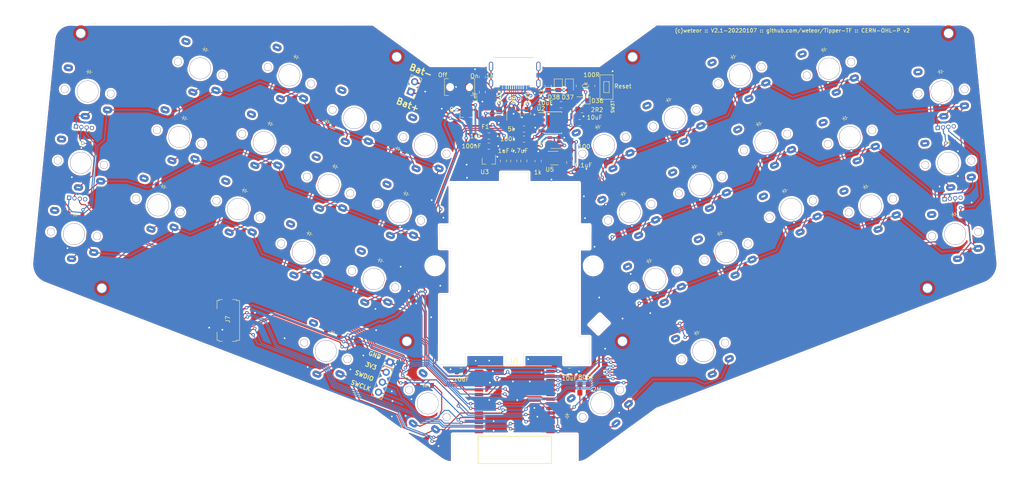
<source format=kicad_pcb>
(kicad_pcb (version 20210925) (generator pcbnew)
  (layers (0 "F.Cu" signal) (31 "B.Cu" signal) (34 "B.Paste" user) (35 "F.Paste" user) (36 "B.SilkS" user "B.Silkscreen") (37 "F.SilkS" user "F.Silkscreen") (38 "B.Mask" user) (39 "F.Mask" user) (44 "Edge.Cuts" user))
  (net 0 "")
  (net 1 "GND")
  (net 2 "Net-(C2-Pad1)")
  (net 3 "/LT_sw")
  (net 4 "/LM_sw")
  (net 5 "/Row_1")
  (net 6 "/LB_sw")
  (net 7 "/Row_2")
  (net 8 "Net-(D4-Pad2)")
  (net 9 "Net-(D5-Pad2)")
  (net 10 "Net-(D6-Pad2)")
  (net 11 "Net-(D7-Pad2)")
  (net 12 "Net-(D8-Pad2)")
  (net 13 "Net-(D9-Pad2)")
  (net 14 "Net-(D10-Pad2)")
  (net 15 "Net-(D11-Pad2)")
  (net 16 "Net-(D12-Pad2)")
  (net 17 "Net-(D13-Pad2)")
  (net 18 "/Row_3")
  (net 19 "Net-(D14-Pad2)")
  (net 20 "Net-(D15-Pad2)")
  (net 21 "Net-(D16-Pad2)")
  (net 22 "Net-(D17-Pad2)")
  (net 23 "Net-(D18-Pad2)")
  (net 24 "Net-(D19-Pad2)")
  (net 25 "Net-(D20-Pad2)")
  (net 26 "Net-(D21-Pad2)")
  (net 27 "Net-(D22-Pad2)")
  (net 28 "Net-(D23-Pad2)")
  (net 29 "Net-(D24-Pad2)")
  (net 30 "Net-(D25-Pad2)")
  (net 31 "Net-(D26-Pad2)")
  (net 32 "Net-(D27-Pad2)")
  (net 33 "Net-(D28-Pad2)")
  (net 34 "Net-(D29-Pad2)")
  (net 35 "Net-(D30-Pad2)")
  (net 36 "Net-(D31-Pad2)")
  (net 37 "/RT_sw")
  (net 38 "/RM_sw")
  (net 39 "/RB_sw")
  (net 40 "Net-(F1-Pad1)")
  (net 42 "Net-(J1-PadB5)")
  (net 44 "Net-(J1-PadA5)")
  (net 45 "Earth")
  (net 46 "/Col_1")
  (net 47 "/Col_2")
  (net 48 "/Col_3")
  (net 49 "/Col_4")
  (net 50 "/Col_5")
  (net 51 "/Row_4")
  (net 52 "/MOSI")
  (net 53 "/vbat")
  (net 54 "Net-(BT1-Pad2)")
  (net 55 "+3V3")
  (net 56 "/vbus")
  (net 57 "/regbat")
  (net 58 "Net-(C10-Pad1)")
  (net 59 "Net-(D36-Pad1)")
  (net 60 "Net-(D37-Pad1)")
  (net 61 "Net-(D38-Pad1)")
  (net 62 "/dbus+")
  (net 63 "/dbus-")
  (net 64 "/swdio")
  (net 65 "/swclk")
  (net 66 "Net-(Q1-Pad3)")
  (net 67 "/vsense")
  (net 68 "/reset")
  (net 69 "Net-(R10-Pad2)")
  (net 70 "Net-(R12-Pad2)")
  (net 71 "Net-(R13-Pad2)")
  (net 72 "Net-(R14-Pad1)")
  (net 73 "Net-(R16-Pad2)")
  (net 74 "Net-(U4-Pad1)")
  (net 75 "Net-(U4-Pad3)")
  (net 79 "/d+")
  (net 80 "/d-")
  (net 84 "/Row_5")
  (net 87 "/Row_6")
  (net 89 "/SCLK")
  (net 90 "/Row_7")
  (net 91 "/RESET_D")
  (net 92 "/BUSY")
  (net 93 "/CS")
  (net 94 "/DC")
  (footprint "Capacitor_SMD:C_0805_2012Metric" (layer "F.Cu") (at 137.170422 147.666838)
    (fp_text reference "C1" hide)
    (fp_text value "10uF")
  )
  (footprint "Capacitor_SMD:C_0805_2012Metric" (layer "F.Cu") (at 111.370422 147.666841 180)
    (fp_text reference "C2" hide)
    (fp_text value "10uF")
  )
  (footprint "Capacitor_SMD:C_0805_2012Metric" (layer "F.Cu") (at 123.923324 97.729783 90)
    (fp_text reference "C4" hide)
    (fp_text value "4.7uF")
  )
  (footprint "Capacitor_SMD:C_0805_2012Metric" (layer "F.Cu") (at 126.323328 97.729784 90)
    (fp_text reference "C5" hide)
    (fp_text value "4.7uF" hide)
  )
  (footprint "Capacitor_SMD:C_0805_2012Metric" (layer "F.Cu") (at 121.473326 97.729785 90)
    (fp_text reference "C6" hide)
    (fp_text value "1uF")
  )
  (footprint "Capacitor_SMD:C_0805_2012Metric" (layer "F.Cu") (at 139.572928 88.611743)
    (fp_text reference "C7" hide)
    (fp_text value "10uF")
  )
  (footprint "Weteor:D_SOD-123" (layer "F.Cu") (at 23.160423 76.596842 -5.5)
    (fp_text reference "D1" hide)
    (fp_text value "D")
  )
  (footprint "Weteor:D_SOD-123" (layer "F.Cu") (at 21.54042 93.496843 -5.5)
    (fp_text reference "D2" hide)
    (fp_text value "D")
  )
  (footprint "Weteor:D_SOD-123" (layer "F.Cu") (at 19.870418 110.466839 -5.5)
    (fp_text reference "D3" hide)
    (fp_text value "D")
  )
  (footprint "Weteor:D_SOD-123" (layer "F.Cu") (at 50.740417 71.316841 -17)
    (fp_text reference "D4" hide)
    (fp_text value "D")
  )
  (footprint "Weteor:D_SOD-123" (layer "F.Cu") (at 45.77042 87.596842 -17)
    (fp_text reference "D5" hide)
    (fp_text value "D")
  )
  (footprint "Weteor:D_SOD-123" (layer "F.Cu") (at 40.790416 103.846843 -17)
    (fp_text reference "D6" hide)
    (fp_text value "D")
  )
  (footprint "Weteor:D_SOD-123" (layer "F.Cu") (at 72.30042 73.056844 -21)
    (fp_text reference "D7" hide)
    (fp_text value "D")
  )
  (footprint "Weteor:D_SOD-123" (layer "F.Cu") (at 66.170424 88.906841 -21)
    (fp_text reference "D8" hide)
    (fp_text value "D")
  )
  (footprint "Weteor:D_SOD-123" (layer "F.Cu") (at 60.070419 104.776841 -21)
    (fp_text reference "D9" hide)
    (fp_text value "D")
  )
  (footprint "Weteor:D_SOD-123" (layer "F.Cu") (at 79.670417 88.46684 -21)
    (fp_text reference "D10" hide)
    (fp_text value "D")
  )
  (footprint "Weteor:D_SOD-123" (layer "F.Cu") (at 81.550416 99.086843 -21)
    (fp_text reference "D11" hide)
    (fp_text value "D")
  )
  (footprint "Weteor:D_SOD-123" (layer "F.Cu") (at 75.430423 114.996843 -21)
    (fp_text reference "D12" hide)
    (fp_text value "D")
  )
  (footprint "Weteor:D_SOD-123" (layer "F.Cu") (at 81.000419 138.566843 -21)
    (fp_text reference "D13" hide)
    (fp_text value "D")
  )
  (footprint "Weteor:D_SOD-123" (layer "F.Cu") (at 96.470419 94.866839 -21)
    (fp_text reference "D14" hide)
    (fp_text value "D")
  )
  (footprint "Weteor:D_SOD-123" (layer "F.Cu") (at 98.390413 105.53684 -21)
    (fp_text reference "D15" hide)
    (fp_text value "D")
  )
  (footprint "Weteor:D_SOD-123" (layer "F.Cu") (at 92.300416 121.356843 -21)
    (fp_text reference "D16" hide)
    (fp_text value "D")
  )
  (footprint "Weteor:D_SOD-123" (layer "F.Cu") (at 102.871984 151.04496)
    (fp_text reference "D17" hide)
    (fp_text value "D")
  )
  (footprint "Weteor:D_SOD-123" (layer "F.Cu") (at 143.900418 89.656842 21)
    (fp_text reference "D18" hide)
    (fp_text value "D")
  )
  (footprint "Weteor:D_SOD-123" (layer "F.Cu") (at 149.950423 105.536843 21)
    (fp_text reference "D19" hide)
    (fp_text value "D")
  )
  (footprint "Weteor:D_SOD-123" (layer "F.Cu") (at 156.080421 121.456842 21)
    (fp_text reference "D20" hide)
    (fp_text value "D")
  )
  (footprint "Weteor:D_SOD-123" (layer "F.Cu") (at 136.596984 158.269962 -90)
    (fp_text reference "D21" hide)
    (fp_text value "D")
  )
  (footprint "Weteor:D_SOD-123" (layer "F.Cu") (at 160.720422 83.236841 21)
    (fp_text reference "D22" hide)
    (fp_text value "D")
  )
  (footprint "Weteor:D_SOD-123" (layer "F.Cu") (at 166.790418 99.116845 21)
    (fp_text reference "D23" hide)
    (fp_text value "D")
  )
  (footprint "Weteor:D_SOD-123" (layer "F.Cu") (at 172.89042 114.946844 21)
    (fp_text reference "D24" hide)
    (fp_text value "D")
  )
  (footprint "Weteor:D_SOD-123" (layer "F.Cu") (at 167.380421 138.546847 21)
    (fp_text reference "D25" hide)
    (fp_text value "D")
  )
  (footprint "Weteor:D_SOD-123" (layer "F.Cu") (at 176.04042 73.026842 21)
    (fp_text reference "D26" hide)
    (fp_text value "D")
  )
  (footprint "Weteor:D_SOD-123" (layer "F.Cu") (at 182.120419 88.956844 21)
    (fp_text reference "D27" hide)
    (fp_text value "D")
  )
  (footprint "Weteor:D_SOD-123" (layer "F.Cu") (at 188.25042 104.826839 21)
    (fp_text reference "D28" hide)
    (fp_text value "D")
  )
  (footprint "Weteor:D_SOD-123" (layer "F.Cu") (at 197.550421 71.326844 17)
    (fp_text reference "D29" hide)
    (fp_text value "D")
  )
  (footprint "Weteor:D_SOD-123" (layer "F.Cu") (at 202.560415 87.586842 17)
    (fp_text reference "D30" hide)
    (fp_text value "D")
  )
  (footprint "Weteor:D_SOD-123" (layer "F.Cu") (at 207.48042 103.856843 17)
    (fp_text reference "D31" hide)
    (fp_text value "D")
  )
  (footprint "Weteor:D_SOD-123" (layer "F.Cu") (at 225.25042 76.556841 5.5)
    (fp_text reference "D32" hide)
    (fp_text value "D")
  )
  (footprint "Weteor:D_SOD-123" (layer "F.Cu") (at 226.800417 93.446842 5.5)
    (fp_text reference "D33" hide)
    (fp_text value "D")
  )
  (footprint "Weteor:D_SOD-123" (layer "F.Cu") (at 228.480415 110.426843 5.5)
    (fp_text reference "D34" hide)
    (fp_text value "D")
  )
  (footprint "Fuse:Fuse_1206_3216Metric" (layer "F.Cu") (at 117.237284 86.513777 -90)
    (fp_text reference "F1")
    (fp_text value "500mA")
  )
  (footprint "Resistor_SMD:R_0805_2012Metric_Pad1.20x1.40mm_HandSolder" (layer "F.Cu") (at 140.651989 150.784961 180)
    (fp_text reference "R1" hide)
    (fp_text value "806k")
  )
  (footprint "Resistor_SMD:R_0805_2012Metric_Pad1.20x1.40mm_HandSolder" (layer "F.Cu") (at 140.621985 152.744961)
    (fp_text reference "R2" hide)
    (fp_text value "2M")
  )
  (footprint "Resistor_SMD:R_0805_2012Metric_Pad1.20x1.40mm_HandSolder" (layer "F.Cu") (at 120.427284 86.513775 -90)
    (fp_text reference "R5" hide)
    (fp_text value "5.1k")
  )
  (footprint "Resistor_SMD:R_0805_2012Metric_Pad1.20x1.40mm_HandSolder" (layer "F.Cu") (at 127.187283 86.513773 -90)
    (fp_text reference "R6" hide)
    (fp_text value "5.1k")
  )
  (footprint "Capacitor_SMD:C_0805_2012Metric" (layer "F.Cu") (at 118.028325 91.809781)
    (fp_text reference "C8" hide)
    (fp_text value "1uF")
  )
  (footprint "Capacitor_SMD:C_0805_2012Metric" (layer "F.Cu") (at 135.138325 84.389785 180)
    (fp_text reference "C3" hide)
    (fp_text value "10uF")
  )
  (footprint "Weteor:FCC 1x10 - JUSHUO AFC01-S10FCA-00" (layer "F.Cu") (at 53.287033 135.589443 90)
    (fp_text reference "J7")
    (fp_text value "Conn_01x10" hide)
  )
  (footprint "Diode_SMD:D_0805_2012Metric" (layer "F.Cu") (at 134.488329 79.954788 -90)
    (fp_text reference "D38")
    (fp_text value "oragne")
  )
  (footprint "Package_TO_SOT_SMD:SOT-23-6" (layer "F.Cu") (at 133.570424 93.151844 180)
    (fp_text reference "U5")
    (fp_text value "FS8205")
  )
  (footprint "Resistor_SMD:R_0805_2012Metric_Pad1.20x1.40mm_HandSolder" (layer "F.Cu") (at 142.438326 79.904786 90)
    (fp_text reference "R10" hide)
    (fp_text value "100R")
  )
  (footprint "Resistor_SMD:R_0805_2012Metric_Pad1.20x1.40mm_HandSolder" (layer "F.Cu") (at 132.088329 79.934784 -90)
    (fp_text reference "R13" hide)
    (fp_text value "1k")
  )
  (footprint "Resistor_SMD:R_0805_2012Metric_Pad1.20x1.40mm_HandSolder" (layer "F.Cu") (at 139.488329 79.934784 -90)
    (fp_text reference "R12" hide)
    (fp_text value "1k")
  )
  (footprint "Weteor:Micro_Push_Button_3x6x2.5mm" (layer "F.Cu") (at 145.932235 80.200501 -90)
    (fp_text reference "SW37")
    (fp_text value "SW_RESET")
  )
  (footprint "Resistor_SMD:R_0805_2012Metric_Pad1.20x1.40mm_HandSolder" (layer "F.Cu") (at 126.339371 92.545834 180)
    (fp_text reference "R7" hide)
    (fp_text value "100k")
  )
  (footprint "MountingHole:MountingHole_2.2mm_M2_DIN965_Pad_TopOnly" (layer "F.Cu") (at 21.140385 67.4405)
    (fp_text reference "REF**" hide)
    (fp_text value "MountingHole_2.2mm_M2_DIN965_Pad_TopOnly")
  )
  (footprint "MountingHole:MountingHole_2.2mm_M2_DIN965_Pad_TopOnly" (layer "F.Cu") (at 96.140384 73.030502)
    (fp_text reference "REF**" hide)
    (fp_text value "MountingHole_2.2mm_M2_DIN965_Pad_TopOnly")
  )
  (footprint "Package_TO_SOT_SMD:SOT-23" (layer "F.Cu") (at 112.72728 86.598777 -90)
    (fp_text reference "Q1")
    (fp_text value "AO3401A")
  )
  (footprint "MountingHole:MountingHole_2.2mm_M2_DIN965_Pad_TopOnly" (layer "F.Cu") (at 222.138233 127.932673)
    (fp_text reference "REF**" hide)
    (fp_text value "MountingHole_2.2mm_M2_DIN965_Pad_TopOnly")
  )
  (footprint "Capacitor_SMD:C_0805_2012Metric" (layer "F.Cu") (at 116.462227 81.391811 90)
    (fp_text reference "C11" hide)
    (fp_text value "1nF")
  )
  (footprint "Weteor:K3-2380S-E1 On-on" (layer "F.Cu") (at 111.060386 80.200503 180)
    (fp_text reference "SW4" hide)
    (fp_text value "ON_OFF" hide)
  )
  (footprint "Diode_SMD:D_0805_2012Metric" (layer "F.Cu") (at 137.138329 79.954789 -90)
    (fp_text reference "D37")
    (fp_text value "gween")
  )
  (footprint "MountingHole:MountingHole_2.2mm_M2_DIN965_Pad_TopOnly" (layer "F.Cu") (at 26.140386 127.940501)
    (fp_text reference "REF**" hide)
    (fp_text value "MountingHole_2.2mm_M2_DIN965_Pad_TopOnly")
  )
  (footprint "Package_TO_SOT_SMD:SOT-23-6" (layer "F.Cu") (at 123.887282 86.513774 90)
    (fp_text reference "U6")
    (fp_text value "USBLC6-2SC6")
  )
  (footprint "MountingHole:MountingHole_2.2mm_M2_DIN965_Pad_TopOnly" (layer "F.Cu") (at 227.150383 67.440501)
    (fp_text reference "REF**" hide)
    (fp_text value "MountingHole_2.2mm_M2_DIN965_Pad_TopOnly")
  )
  (footprint "MountingHole:MountingHole_2.2mm_M2_DIN965_Pad_TopOnly" (layer "F.Cu") (at 152.140385 73.049787)
    (fp_text reference "REF**" hide)
    (fp_text value "MountingHole_2.2mm_M2_DIN965_Pad_TopOnly")
  )
  (footprint "Resistor_SMD:R_0805_2012Metric_Pad1.20x1.40mm_HandSolder" (layer "F.Cu") (at 137.347928 94.211744 90)
    (fp_text reference "R15" hide)
    (fp_text value "100")
  )
  (footprint "MountingHole:MountingHole_2.2mm_M2_DIN965_Pad_TopOnly" (layer "F.Cu") (at 149.728326 140.549786)
    (fp_text reference "REF**" hide)
    (fp_text value "MountingHole_2.2mm_M2_DIN965_Pad_TopOnly")
  )
  (footprint "Resistor_SMD:R_0805_2012Metric_Pad1.20x1.40mm_HandSolder" (layer "F.Cu") (at 129.723328 97.764784 -90)
    (fp_text reference "R16" hide)
    (fp_text value "1k")
  )
  (footprint "Resistor_SMD:R_0805_2012Metric_Pad1.20x1.40mm_HandSolder" (layer "F.Cu") (at 116.462234 77.801815 90)
    (fp_text reference "R3" hide)
    (fp_text value "1M")
  )
  (footprint "MountingHole:MountingHole_2.2mm_M2_DIN965_Pad_TopOnly" (layer "F.Cu") (at 98.550387 140.549784)
    (fp_text reference "REF**" hide)
    (fp_text value "MountingHole_2.2mm_M2_DIN965_Pad_TopOnly")
  )
  (footprint "Capacitor_SMD:C_0805_2012Metric" (layer "F.Cu") (at 137.222928 98.111742 90)
    (fp_text reference "C10" hide)
    (fp_text value "0.1uF")
  )
  (footprint "Package_TO_SOT_SMD:SOT-23" (layer "F.Cu") (at 118.008327 97.729788 -90)
    (fp_text reference "U3")
    (fp_text value "XC6206PxxxMR-Regulator_Linear")
  )
  (footprint "Resistor_SMD:R_0805_2012Metric_Pad1.20x1.40mm_HandSolder" (layer "F.Cu") (at 140.13833 85.554784)
    (fp_text reference "R8" hide)
    (fp_text value "2R2")
  )
  (footprint "Package_TO_SOT_SMD:SOT-23-6" (layer "F.Cu") (at 133.570418 97.05184)
    (fp_text reference "U4")
    (fp_text value "DW01A")
  )
  (footprint "Resistor_SMD:R_0805_2012Metric_Pad1.20x1.40mm_HandSolder" (layer "F.Cu") (at 126.339374 90.14583 180)
    (fp_text reference "R14" hide)
    (fp_text value "5k")
  )
  (footprint "Connector_PinHeader_2.54mm:PinHeader_1x04_P2.54mm_Vertical" (layer "F.Cu") (at 94.550911 145.511838 -21)
    (fp_text reference "J2" hide)
    (fp_text value "BL_CONN" hide)
  )
  (footprint "Capacitor_SMD:C_0805_2012Metric" (layer "F.Cu") (at 118.028331 94.209782)
    (fp_text reference "C9" hide)
    (fp_text value "100nF")
  )
  (footprint "Diode_SMD:D_SOD-323_HandSoldering" (layer "F.Cu") (at 140.138327 83.354783 180)
    (fp_text reference "D36")
    (fp_text value "D_Schottky_Small")
  )
  (footprint "ms88sf2_oreore:MINEW_MS88SF2" (layer "F.Cu") (at 124.160417 169.561842 180)
    (fp_text reference "U1")
    (fp_text value "MS88SF2")
  )
  (footprint "Weteor:TP4056_SOP-8-PP" (layer "F.Cu") (at 133.238329 88.639786)
    (fp_text reference "U2")
    (fp_text value "TP4056")
  )
  (footprint "Connector_PinHeader_2.54mm:PinHeader_1x02_P2.54mm_Vertical" (layer "F.Cu") (at 99.498236 81.302676 159)
    (fp_text reference "BT1" hide)
    (fp_text value "Battery_Cell" hide)
  )
  (footprint "Weteor:USB-C-12-Pin-MidMount" (layer "B.Cu") (at 124.143983 73.181813 180)
    (fp_text reference "J1" hide)
    (fp_text value "USB_C Main")
  )
  (footprint "Weteor:Kailh_Choc1_2_1u_1.7Hole" (layer "B.Cu") (at 22.787083 81.238048 174.5)
    (fp_text reference "SW1" hide)
    (fp_text value "SW_Push" hide)
  )
  (footprint "Weteor:Kailh_Choc1_2_1u_1.7Hole" (layer "B.Cu") (at 21.157707 98.159786 174.5)
    (fp_text reference "SW2" hide)
    (fp_text value "SW_Push" hide)
  )
  (footprint "Weteor:Kailh_Choc1_2_1u_1.7Hole" (layer "B.Cu") (at 19.528329 115.081519 174.5)
    (fp_text reference "SW3" hide)
    (fp_text value "SW_Push" hide)
  )
  (footprint "Weteor:Kailh_Choc1_2_1u_1.7Hole" (layer "B.Cu") (at 49.478968 75.76542 163)
    (fp_text reference "SW5" hide)
    (fp_text value "SW_Push" hide)
  )
  (footprint "Weteor:Kailh_Choc1_2_1u_1.7Hole" (layer "B.Cu") (at 44.508648 92.022605 163)
    (fp_text reference "SW6" hide)
    (fp_text value "SW_Push" hide)
  )
  (footprint "Weteor:Kailh_Choc1_2_1u_1.7Hole" (layer "B.Cu") (at 39.53833 108.279782 163)
    (fp_text reference "SW7" hide)
    (fp_text value "SW_Push" hide)
  )
  (footprint "Weteor:Kailh_Choc1_2_1u_1.7Hole" (layer "B.Cu") (at 70.66833 77.419783 159)
    (fp_text reference "SW8" hide)
    (fp_text value "SW_Push" hide)
  )
  (footprint "Weteor:Kailh_Choc1_2_1u_1.7Hole" (layer "B.Cu") (at 64.576074 93.290655 159)
    (fp_text reference "SW9" hide)
    (fp_text value "SW_Push" hide)
  )
  (footprint "Weteor:Kailh_Choc1_2_1u_1.7Hole" (layer "B.Cu") (at 58.483817 109.161515 159)
    (fp_text reference "SW10" hide)
    (fp_text value "SW_Push" hide)
  )
  (footprint "Weteor:Kailh_Choc1_2_1u_1.7Hole" (layer "B.Cu") (at 86.04388 87.579167 159)
    (fp_text reference "SW11" hide)
    (fp_text value "SW_Push" hide)
  )
  (footprint "Weteor:Kailh_Choc1_2_1u_1.7Hole" (layer "B.Cu") (at 79.951626 103.45003 159)
    (fp_text reference "SW12" hide)
    (fp_text value "SW_Push" hide)
  )
  (footprint "Weteor:Kailh_Choc1_2_1u_1.7Hole" (layer "B.Cu") (at 73.85937 119.320894 159)
    (fp_text reference "SW13" hide)
    (fp_text value "SW_Push" hide)
  )
  (footprint "Weteor:Kailh_Choc1_2_1.5u_1.7Hole" (layer "B.Cu") (at 79.308329 142.829785 159)
    (fp_text reference "SW14" hide)
    (fp_text value "SW_Push" hide)
  )
  (footprint "Weteor:Kailh_Choc1_2_1u_1.7Hole" (layer "B.Cu") (at 102.848324 94.029784 159)
    (fp_text reference "SW15" hide)
    (fp_text value "SW_Push" hide)
  )
  (footprint "Weteor:Kailh_Choc1_2_1u_1.7Hole" (layer "B.Cu") (at 96.756075 109.900654 159)
    (fp_text reference "SW16" hide)
    (fp_text value "SW_Push" hide)
  )
  (footprint "Weteor:Kailh_Choc1_2_1u_1.7Hole" (layer "B.Cu") (at 90.663821 125.771521 159)
    (fp_text reference "SW17" hide)
    (fp_text value "SW_Push" hide)
  )
  (footprint "Weteor:Kailh_Choc1_2_1u_1.7Hole" (layer "B.Cu") (at 103.518326 155.289783 144)
    (fp_text reference "SW18" hide)
    (fp_text value "SW_Push" hide)
  )
  (footprint "Weteor:Kailh_Choc1_2_1u_1.7Hole" (layer "B.Cu") (at 145.359367 94.028674 -159)
    (fp_text reference "SW19" hide)
    (fp_text value "SW_Push" hide)
  )
  (footprint "Weteor:Kailh_Choc1_2_1u_1.7Hole" (layer "B.Cu") (at 151.451623 109.899546 -159)
    (fp_text reference "SW20" hide)
    (fp_text value "SW_Push" hide)
  )
  (footprint "Weteor:Kailh_Choc1_2_1u_1.7Hole" (layer "B.Cu") (at 157.54388 125.770412 -159)
    (fp_text reference "SW21" hide)
    (fp_text value "SW_Push" hide)
  )
  (footprint "Weteor:Kailh_Choc1_2_1u_1.7Hole" (layer "B.Cu") (at 144.728324 155.269786 -144)
    (fp_text reference "SW22" hide)
    (fp_text value "SW_Push" hide)
  )
  (footprint "Weteor:Kailh_Choc1_2_1u_1.7Hole" (layer "B.Cu") (at 162.163817 87.578054 -159)
    (fp_text reference "SW23" hide)
    (fp_text value "SW_Push" hide)
  )
  (footprint "Weteor:Kailh_Choc1_2_1u_1.7Hole" (layer "B.Cu") (at 168.25607 103.448913 -159)
    (fp_text reference "SW24" hide)
    (fp_text value "SW_Push" hide)
  )
  (footprint "Weteor:Kailh_Choc1_2_1u_1.7Hole" (layer "B.Cu") (at 174.348327 119.319787 -159)
    (fp_text reference "SW25" hide)
    (fp_text value "SW_Push" hide)
  )
  (footprint "Weteor:Kailh_Choc1_2_1.5u_1.7Hole" (layer "B.Cu") (at 168.928332 142.869785 -159)
    (fp_text reference "SW26" hide)
    (fp_text value "SW_Push" hide)
  )
  (footprint "Weteor:Kailh_Choc1_2_1u_1.7Hole" (layer "B.Cu") (at 177.608328 77.369784 -159)
    (fp_text reference "SW27" hide)
    (fp_text value "SW_Push" hide)
  )
  (footprint "Weteor:Kailh_Choc1_2_1u_1.7Hole" (layer "B.Cu") (at 183.700582 93.240652 -159)
    (fp_text reference "SW28" hide)
    (fp_text value "SW_Push" hide)
  )
  (footprint "Weteor:Kailh_Choc1_2_1u_1.7Hole" (layer "B.Cu") (at 189.792838 109.111521 -159)
    (fp_text reference "SW29" hide)
    (fp_text value "SW_Push" hide)
  )
  (footprint "Weteor:Kailh_Choc1_2_1u_1.7Hole" (layer "B.Cu") (at 198.758329 75.809783 -163)
    (fp_text reference "SW30" hide)
    (fp_text value "SW_Push" hide)
  )
  (footprint "Weteor:Kailh_Choc1_2_1u_1.7Hole" (layer "B.Cu") (at 203.728644 92.066962 -163)
    (fp_text reference "SW31" hide)
    (fp_text value "SW_Push" hide)
  )
  (footprint "Weteor:Kailh_Choc1_2_1u_1.7Hole" (layer "B.Cu") (at 208.698963 108.324143 -163)
    (fp_text reference "SW32" hide)
    (fp_text value "SW_Push" hide)
  )
  (footprint "Weteor:Kailh_Choc1_2_1u_1.7Hole" (layer "B.Cu") (at 225.448327 81.249786 -174.5)
    (fp_text reference "SW33" hide)
    (fp_text value "SW_Push" hide)
  )
  (footprint "Weteor:Kailh_Choc1_2_1u_1.7Hole" (layer "B.Cu") (at 227.077699 98.171521 -174.5)
    (fp_text reference "SW34" hide)
    (fp_text value "SW_Push" hide)
  )
  (footprint "Weteor:Kailh_Choc1_2_1u_1.7Hole" (layer "B.Cu") (at 228.707087 115.093256 -174.5)
    (fp_text reference "SW35" hide)
    (fp_text value "SW_Push" hide)
  )
  (footprint "Connector_PinHeader_1.27mm:PinHeader_1x04_P1.27mm_Vertical" (layer "B.Cu") (at 20.009171 89.544735 -95.5)
    (fp_text reference "J4" hide)
    (fp_text value "Conn_01x04")
  )
  (footprint "Connector_PinHeader_1.27mm:PinHeader_1x04_P1.27mm_Vertical" (layer "B.Cu") (at 224.566263 89.888565 -84.5)
    (fp_text reference "J6" hide)
    (fp_text value "Conn_01x04")
  )
  (footprint "Connector_PinHeader_1.27mm:PinHeader_1x04_P1.27mm_Vertical" (layer "B.Cu") (at 226.199164 106.808948 -84.5)
    (fp_text reference "J5" hide)
    (fp_text value "Conn_01x04")
  )
  (footprint "Connector_PinHeader_1.27mm:PinHeader_1x04_P1.27mm_Vertical" (layer "B.Cu") (at 18.379167 106.464734 -95.5)
    (fp_text reference "J3" hide)
    (fp_text value "Conn_01x04")
  )
  (gr_line (start 121.900384 143.531664) (end 121.900387 146.030501) (layer "Edge.Cuts") (width 0.05))
  (gr_curve (pts (xy 233.734286 68.830903) (xy 233.526904 66.677207) (xy 231.717291 65.033481) (xy 229.563636 65.115338)) (layer "Edge.Cuts") (width 0.02))
  (gr_curve (pts (xy 14.626361 68.874247) (xy 14.833742 66.720554) (xy 16.64336 65.076826) (xy 18.79701 65.158687)) (layer "Edge.Cuts") (width 0.02))
  (gr_line (start 116.990322 73.231667) (end 119.490327 73.231666) (layer "Edge.Cuts") (width 0.02))
  (gr_line (start 108.910322 113.001664) (end 108.910323 102.984608) (layer "Edge.Cuts") (width 0.05))
  (gr_line (start 116.990322 73.231667) (end 116.990326 74.981667) (layer "Edge.Cuts") (width 0.02))
  (gr_line (start 139.378236 118.491668) (end 141.898234 118.491664) (layer "Edge.Cuts") (width 0.02))
  (gr_line (start 157.741851 65.101406) (end 144.125987 74.981665) (layer "Edge.Cuts") (width 0.02))
  (gr_line (start 12.573543 126.912865) (end 90.388412 156.785159) (layer "Edge.Cuts") (width 0.02))
  (gr_line (start 131.290322 74.981667) (end 144.125987 74.981665) (layer "Edge.Cuts") (width 0.02))
  (gr_line locked (start 135.900323 143.531668) (end 135.900327 145.981667) (layer "Edge.Cuts") (width 0.05))
  (gr_line (start 120.888233 100.482674) (end 127.400323 100.482673) (layer "Edge.Cuts") (width 0.05))
  (gr_line locked (start 119.490327 79.762374) (end 128.790332 79.762379) (layer "Edge.Cuts") (width 0.02))
  (gr_line locked (start 106.410317 129.531666) (end 108.910326 129.531666) (layer "Edge.Cuts") (width 0.05))
  (gr_line (start 120.888235 102.984611) (end 120.888233 100.482674) (layer "Edge.Cuts") (width 0.05))
  (gr_curve (pts (xy 238.972234 121.721811) (xy 239.187583 123.958275) (xy 237.88468 126.063728) (xy 235.787102 126.869517)) (layer "Edge.Cuts") (width 0.02))
  (gr_line (start 238.972234 121.721811) (end 233.734286 68.830903) (layer "Edge.Cuts") (width 0.02))
  (gr_line (start 126.200385 146.030502) (end 126.200384 143.531666) (layer "Edge.Cuts") (width 0.05))
  (gr_line (start 146.475673 136.255237) (end 144.000798 138.730108) (layer "Edge.Cuts") (width 0.05))
  (gr_line (start 139.378238 112.991667) (end 139.378233 102.984613) (layer "Edge.Cuts") (width 0.05))
  (gr_line (start 144.000798 138.730108) (end 141.879475 136.608786) (layer "Edge.Cuts") (width 0.05))
  (gr_line (start 235.787102 126.869517) (end 157.972235 156.741813) (layer "Edge.Cuts") (width 0.02))
  (gr_line (start 131.290323 73.231667) (end 128.790323 73.231666) (layer "Edge.Cuts") (width 0.02))
  (gr_line (start 121.900384 143.531664) (end 112.410322 143.531665) (layer "Edge.Cuts") (width 0.05))
  (gr_line (start 128.790332 79.762379) (end 128.790323 73.231666) (layer "Edge.Cuts") (width 0.02))
  (gr_line (start 119.490327 73.231666) (end 119.490327 79.762374) (layer "Edge.Cuts") (width 0.02))
  (gr_circle (center 142.780384 122.630498) (end 144.780384 122.630497) (layer "Edge.Cuts") (width 0.02) (fill none))
  (gr_line (start 106.410317 129.531666) (end 106.410322 146.031663) (layer "Edge.Cuts") (width 0.05))
  (gr_line (start 127.400323 100.482673) (end 127.400322 102.984608) (layer "Edge.Cuts") (width 0.05))
  (gr_line (start 141.879475 136.608786) (end 144.354352 134.133915) (layer "Edge.Cuts") (width 0.05))
  (gr_line locked (start 141.900327 145.981664) (end 135.900327 145.981667) (layer "Edge.Cuts") (width 0.05))
  (gr_curve (pts (xy 9.388411 121.765159) (xy 9.173062 124.001621) (xy 10.475965 126.107073) (xy 12.573543 126.912865)) (layer "Edge.Cuts") (width 0.02))
  (gr_line (start 144.354352 134.133915) (end 146.475673 136.255237) (layer "Edge.Cuts") (width 0.05))
  (gr_line (start 139.378233 102.984613) (end 127.400322 102.984608) (layer "Edge.Cuts") (width 0.05))
  (gr_line (start 106.398238 118.452674) (end 106.398233 113.001661) (layer "Edge.Cuts") (width 0.05))
  (gr_line locked (start 138.880321 162.651664) (end 138.880323 169.475209) (layer "Edge.Cuts") (width 0.02))
  (gr_curve (pts (xy 109.480323 169.518553) (xy 108.425309 169.519783) (xy 107.396527 169.185511) (xy 106.542287 168.564877)) (layer "Edge.Cuts") (width 0.02))
  (gr_line (start 131.290323 73.231667) (end 131.290322 74.981667) (layer "Edge.Cuts") (width 0.02))
  (gr_line locked (start 141.900319 139.481665) (end 141.900327 145.981664) (layer "Edge.Cuts") (width 0.05))
  (gr_line (start 229.563636 65.115338) (end 157.741851 65.101406) (layer "Edge.Cuts") (width 0.02))
  (gr_line (start 108.910322 113.001664) (end 106.398233 113.001661) (layer "Edge.Cuts") (width 0.05))
  (gr_curve locked (pts (xy 138.880323 169.475209) (xy 139.935337 169.476436) (xy 140.96412 169.142161) (xy 141.818358 168.52153)) (layer "Edge.Cuts") (width 0.02))
  (gr_line (start 9.388411 121.765159) (end 14.626361 68.874247) (layer "Edge.Cuts") (width 0.02))
  (gr_line (start 121.900387 146.030501) (end 126.200385 146.030502) (layer "Edge.Cuts") (width 0.05))
  (gr_circle (center 105.220386 122.620501) (end 107.220386 122.620501) (layer "Edge.Cuts") (width 0.02) (fill none))
  (gr_line locked (start 109.480321 162.651665) (end 138.880321 162.651664) (layer "Edge.Cuts") (width 0.02))
  (gr_line (start 141.898234 112.991664) (end 141.898234 118.491664) (layer "Edge.Cuts") (width 0.02))
  (gr_line (start 120.888235 102.984611) (end 108.910323 102.984608) (layer "Edge.Cuts") (width 0.05))
  (gr_line (start 141.898234 112.991664) (end 139.378238 112.991667) (layer "Edge.Cuts") (width 0.02))
  (gr_line (start 18.79701 65.158687) (end 90.618794 65.144754) (layer "Edge.Cuts") (width 0.02))
  (gr_line locked (start 106.410322 146.031663) (end 112.410322 146.031664) (layer "Edge.Cuts") (width 0.05))
  (gr_line (start 116.990326 74.981667) (end 104.154659 74.981666) (layer "Edge.Cuts") (width 0.02))
  (gr_line (start 90.618794 65.144754) (end 104.154659 74.981666) (layer "Edge.Cuts") (width 0.02))
  (gr_line (start 106.398238 118.452674) (end 108.910325 118.452677) (layer "Edge.Cuts") (width 0.05))
  (gr_line (start 139.378234 139.481664) (end 139.378236 118.491668) (layer "Edge.Cuts") (width 0.05))
  (gr_line (start 108.910325 118.452677) (end 108.910326 129.531666) (layer "Edge.Cuts") (width 0.05))
  (gr_line locked (start 109.480323 169.518553) (end 109.480321 162.651665) (layer "Edge.Cuts") (width 0.02))
  (gr_line (start 126.200384 143.531666) (end 135.900323 143.531668) (layer "Edge.Cuts") (width 0.05))
  (gr_line locked (start 141.900319 139.481665) (end 139.378234 139.481664) (layer "Edge.Cuts") (width 0.05))
  (gr_line (start 141.818358 168.52153) (end 157.972235 156.741813) (layer "Edge.Cuts") (width 0.02))
  (gr_line (start 106.542287 168.564877) (end 90.388412 156.785159) (layer "Edge.Cuts") (width 0.02))
  (gr_line locked (start 112.410322 143.531665) (end 112.410322 146.031664) (layer "Edge.Cuts") (width 0.05))
  (gr_text "Bat-" (at 101.878236 76.342675 -21) (layer "F.SilkS") (effects (font (size 1.5 1.5) (thickness 0.3))))
  (gr_text "On\n" (at 114.580387 77.5505) (layer "F.SilkS") (effects (font (size 1 1))))
  (gr_text "Off" (at 107.050385 77.320499) (layer "F.SilkS") (effects (font (size 1 1))))
  (gr_text "Bat+" (at 98.748238 84.372675 -21) (layer "F.SilkS") (effects (font (size 1.5 1.5) (thickness 0.3))))
  (gr_text "(c)weteor :: V2.1-20220107 :: github.com/weteor/Tipper-TF :: CERN-OHL-P v2" (at 190.06 66.775) (layer "F.SilkS") (effects (font (size 0.9 0.9) (thickness 0.153))))
  (gr_text "SWCLK\n" (at 87.619112 151.069443 -21) (layer "F.SilkS") (effects (font (size 1 1) (thickness 0.2))))
  (gr_text "GND" (at 90.929112 143.849439 -21) (layer "F.SilkS") (effects (font (size 1 1) (thickness 0.2))))
  (gr_text "Reset\n" (at 149.822234 79.981814) (layer "F.SilkS") (effects (font (size 1 1))))
  (gr_text "SWDIO\n" (at 88.429109 148.729443 -21) (layer "F.SilkS") (effects (font (size 1 1) (thickness 0.2))))
  (gr_text "3V3\n" (at 90.039114 146.39944 -21) (layer "F.SilkS") (effects (font (size 1 1) (thickness 0.2))))
  (segment (start 130.512109 147.934869) (end 131.349081 148.771838) (width 0.4) (layer "F.Cu") (net 1))
  (segment (start 114.742234 75.981813) (end 115.612232 76.851807) (width 0.4) (layer "F.Cu") (net 1))
  (segment (start 120.377279 87.383775) (end 120.377278 88.683774) (width 0.4) (layer "F.Cu") (net 1))
  (segment (start 128.838332 86.754786) (end 128.858328 86.734784) (width 0.4) (layer "F.Cu") (net 1))
  (segment (start 129.54883 89.274783) (end 130.538326 89.274786) (width 0.4) (layer "F.Cu") (net 1))
  (segment (start 51.6712 137.339439) (end 51.634135 137.302376) (width 0.4) (layer "F.Cu") (net 1))
  (segment (start 116.462234 83.60181) (end 116.502233 83.641813) (width 0.4) (layer "F.Cu") (net 1))
  (segment (start 123.923328 96.779784) (end 123.92333 95.279789) (width 0.4) (layer "F.Cu") (net 1))
  (segment (start 120.062665 91.809783) (end 120.103 91.850117) (width 0.4) (layer "F.Cu") (net 1))
  (segment (start 53.287034 137.839439) (end 54.717069 137.839442) (width 0.2) (layer "F.Cu") (net 1))
  (segment (start 118.978332 91.809786) (end 120.062665 91.809783) (width 0.4) (layer "F.Cu") (net 1))
  (segment (start 116.462233 82.341814) (end 116.462234 83.60181) (width 0.4) (layer "F.Cu") (net 1))
  (segment (start 138.120419 147.666843) (end 139.420422 147.666841) (width 0.4) (layer "F.Cu") (net 1))
  (segment (start 128.858328 86.734784) (end 130.538329 86.734788) (width 0.4) (layer "F.Cu") (net 1))
  (segment (start 123.989368 90.160831) (end 125.324368 90.160831) (width 0.4) (layer "F.Cu") (net 1))
  (segment (start 145.930385 76.380502) (end 147.330389 76.380503) (width 0.4) (layer "F.Cu") (net 1))
  (segment (start 141.621984 152.744962) (end 141.621985 154.169962) (width 0.4) (layer "F.Cu") (net 1))
  (segment (start 125.324368 90.160831) (end 125.339377 90.14583) (width 0.4) (layer "F.Cu") (net 1))
  (segment (start 131.349081 148.771838) (end 132.660417 148.77184) (width 0.4) (layer "F.Cu") (net 1))
  (segment (start 53.287033 137.339438) (end 51.6712 137.339439) (width 0.2) (layer "F.Cu") (net 1))
  (segment (start 118.958326 96.729788) (end 120.02333 96.729784) (width 0.4) (layer "F.Cu") (net 1))
  (segment (start 134.465422 161.971839) (end 134.470422 161.966841) (width 0.4) (layer "F.Cu") (net 1))
  (segment (start 110.420421 147.666838) (end 109.420418 147.666841) (width 0.4) (layer "F.Cu") (net 1))
  (segment (start 123.877285 86.523775) (end 123.87728 87.493781) (width 0.4) (layer "F.Cu") (net 1))
  (segment (start 132.66042 161.971843) (end 134.465422 161.971839) (width 0.4) (layer "F.Cu") (net 1))
  (segment (start 121.473326 96.779785) (end 121.473328 95.279787) (width 0.4) (layer "F.Cu") (net 1))
  (segment (start 126.323322 96.779785) (end 126.323329 95.279788) (width 0.4) (layer "F.Cu") (net 1))
  (segment (start 125.878327 87.389787) (end 125.884335 87.383777) (width 0.4) (layer "F.Cu") (net 1))
  (segment (start 54.717069 137.839442) (end 54.764134 137.792377) (width 0.4) (layer "F.Cu") (net 1))
  (segment (start 125.884335 87.383777) (end 127.187278 87.383779) (width 0.4) (layer "F.Cu") (net 1))
  (segment (start 140.497927 88.611745) (end 140.497928 87.136744) (width 0.4) (layer "F.Cu") (net 1))
  (segment (start 129.018329 89.805293) (end 129.54883 89.274783) (width 0.4) (layer "F.Cu") (net 1))
  (segment (start 129.723328 96.764785) (end 129.723327 95.464784) (width 0.4) (layer "F.Cu") (net 1))
  (segment (start 118.978328 94.209786) (end 120.24333 94.209785) (width 0.4) (layer "F.Cu") (net 1))
  (segment (start 141.621985 154.169962) (end 141.471984 154.319963) (width 0.4) (layer "F.Cu") (net 1))
  (segment (start 115.612232 76.851807) (end 116.520563 76.851812) (width 0.4) (layer "F.Cu") (net 1))
  (segment (start 134.685418 92.216843) (end 134.67042 92.201842) (width 0.4) (layer "F.Cu") (net 1))
  (segment (start 94.550911 145.511838) (end 95.944135 146.072378) (width 0.4) (layer "F.Cu") (net 1))
  (segment (start 125.339374 92.545836) (end 124.004374 92.545833) (width 0.4) (layer "F.Cu") (net 1))
  (segment (start 134.188328 84.389784) (end 132.888327 84.38978) (width 0.4) (layer "F.Cu") (net 1))
  (segment (start 123.877281 86.523771) (end 123.877285 86.523775) (width 0.4) (layer "F.Cu") (net 1))
  (segment (start 135.920415 92.216841) (end 134.685418 92.216843) (width 0.4) (layer "F.Cu") (net 1))
  (segment (start 109.420418 147.666841) (end 108.920419 147.166842) (width 0.4) (layer "F.Cu") (net 1))
  (via (at 140.839405 111.307761) (size 0.8) (drill 0.4) (layers "F.Cu" "B.Cu") (net 1))
  (via (at 147.38039 76.4305) (size 0.8) (drill 0.4) (layers "F.Cu" "B.Cu") (net 1))
  (via (at 173.908745 122.879899) (size 0.8) (drill 0.4) (layers "F.Cu" "B.Cu") (net 1))
  (via (at 177.683745 80.754898) (size 0.8) (drill 0.4) (layers "F.Cu" "B.Cu") (net 1))
  (via (at 132.878325 102.139786) (size 0.8) (drill 0.4) (layers "F.Cu" "B.Cu") (net 1))
  (via (at 95.134135 154.712376) (size 0.8) (drill 0.4) (layers "F.Cu" "B.Cu") (net 1))
  (via (at 229.36 95.4) (size 0.8) (drill 0.4) (layers "F.Cu" "B.Cu") (net 1))
  (via (at 168.108745 106.954899) (size 0.8) (drill 0.4) (layers "F.Cu" "B.Cu") (net 1))
  (via (at 123.877281 86.523771) (size 0.8) (drill 0.4) (layers "F.Cu" "B.Cu") (net 1))
  (via (at 119.154135 159.502373) (size 0.8) (drill 0.4) (layers "F.Cu" "B.Cu") (net 1))
  (via (at 51.634135 137.302376) (size 0.8) (drill 0.4) (layers "F.Cu" "B.Cu") (net 1))
  (via (at 120.24333 94.209785) (size 0.8) (drill 0.4) (layers "F.Cu" "B.Cu") (net 1))
  (via (at 102.913542 81.263656) (size 0.8) (drill 0.4) (layers "F.Cu" "B.Cu") (net 1))
  (via (at 208.983745 111.579899) (size 0.8) (drill 0.4) (layers "F.Cu" "B.Cu") (net 1))
  (via (at 106.06 165.4) (size 0.8) (drill 0.4) (layers "F.Cu" "B.Cu") (net 1))
  (via (at 119.950384 81.860503) (size 0.8) (drill 0.4) (layers "F.Cu" "B.Cu") (net 1))
  (via (at 91.088017 132.858447) (size 0.8) (drill 0.4) (layers "F.Cu" "B.Cu") (net 1))
  (via (at 85.160789 147.222398) (size 0.8) (drill 0.4) (layers "F.Cu" "B.Cu") (net 1))
  (via (at 21.283745 94.654898) (size 0.8) (drill 0.4) (layers "F.Cu" "B.Cu") (net 1))
  (via (at 95.944135 146.072378) (size 0.8) (drill 0.4) (layers "F.Cu" "B.Cu") (net 1))
  (via (at 198.508745 79.154898) (size 0.8) (drill 0.4) (layers "F.Cu" "B.Cu") (net 1))
  (via (at 91.257026 137.902935) (size 0.8) (drill 0.4) (layers "F.Cu" "B.Cu") (net 1))
  (via (at 96.933745 113.279899) (size 0.8) (drill 0.4) (layers "F.Cu" "B.Cu") (net 1))
  (via (at 106.478901 127.357477) (size 0.8) (drill 0.4) (layers "F.Cu" "B.Cu") (net 1))
  (via (at 143.102994 118.097537) (size 0.8) (drill 0.4) (layers "F.Cu" "B.Cu") (net 1))
  (via (at 126.328331 95.259784) (size 0.8) (drill 0.4) (layers "F.Cu" "B.Cu") (net 1))
  (via (at 145.793292 108.056498) (size 0.8) (drill 0.4) (layers "F.Cu" "B.Cu") (net 1))
  (via (at 97.070869 122.828182) (size 0.8) (drill 0.4) (layers "F.Cu" "B.Cu") (net 1))
  (via (at 98.264134 158.242374) (size 0.8) (drill 0.4) (layers "F.Cu" "B.Cu") (net 1))
  (via (at 135.920415 92.216841) (size 0.8) (drill 0.4) (layers "F.Cu" "B.Cu") (net 1))
  (via (at 125.878327 87.389787) (size 0.8) (drill 0.4) (layers "F.Cu" "B.Cu") (net 1))
  (via (at 151.983744 113.154899) (size 0.8) (drill 0.4) (layers "F.Cu" "B.Cu") (net 1))
  (via (at 118.110386 145.130502) (size 0.8) (drill 0.4) (layers "F.Cu" "B.Cu") (net 1))
  (via (at 128.890386 81.600501) (size 0.8) (drill 0.4) (layers "F.Cu" "B.Cu") (net 1))
  (via (at 158.058745 129.104898) (size 0.8) (drill 0.4) (layers "F.Cu" "B.Cu") (net 1))
  (via (at 104.314135 134.822374) (size 0.8) (drill 0.4) (layers "F.Cu" "B.Cu") (net 1))
  (via (at 162.756459 90.923946) (size 0.8) (drill 0.4) (layers "F.Cu" "B.Cu") (net 1))
  (via (at 112.838332 101.719786) (size 0.8) (drill 0.4) (layers "F.Cu" "B.Cu") (net 1))
  (via (at 141.471984 154.319963) (size 0.8) (drill 0.4) (layers "F.Cu" "B.Cu") (net 1))
  (via (at 156.328239 133.854609) (size 0.8) (drill 0.4) (layers "F.Cu" "B.Cu") (net 1))
  (via (at 130.512109 147.934869) (size 0.8) (drill 0.4) (layers "F.Cu" "B.Cu") (net 1))
  (via (at 184.133745 96.579899) (size 0.8) (drill 0.4) (layers "F.Cu" "B.Cu") (net 1))
  (via (at 108.920419 147.166842) (size 0.8) (drill 0.4) (layers "F.Cu" "B.Cu") (net 1))
  (via (at 204.058745 95.354898) (size 0.8) (drill 0.4) (layers "F.Cu" "B.Cu") (net 1))
  (via (at 140.497928 87.136744) (size 0.8) (drill 0.4) (layers "F.Cu" "B.Cu") (net 1))
  (via (at 99.635 154.275) (size 0.8) (drill 0.4) (layers "F.Cu" "B.Cu") (net 1))
  (via (at 100.774134 131.562377) (size 0.8) (drill 0.4) (layers "F.Cu" "B.Cu") (net 1))
  (via (at 149.754486 135.146223) (size 0.8) (drill 0.4) (layers "F.Cu" "B.Cu") (net 1))
  (via (at 124.774136 154.482374) (size 0.8) (drill 0.4) (layers "F.Cu" "B.Cu") (net 1))
  (via (at 134.470422 161.966841) (size 0.8) (drill 0.4) (layers "F.Cu" "B.Cu") (net 1))
  (via (at 123.989368 90.160831) (size 0.8) (drill 0.4) (layers "F.Cu" "B.Cu") (net 1))
  (via (at 123.72833 150.079782) (size 0.8) (drill 0.4) (layers "F.Cu" "B.Cu") (net 1))
  (via (at 121.47833 95.259784) (size 0.8) (drill 0.4) (layers "F.Cu" "B.Cu") (net 1))
  (via (at 151.671984 124.544961) (size 0.8) (drill 0.4) (layers "F.Cu" "B.Cu") (net 1))
  (via (at 144.215835 130.149193) (size 0.8) (drill 0.4) (layers "F.Cu" "B.Cu") (net 1))
  (via (at 127.738329 150.089784) (size 0.8) (drill 0.4) (layers "F.Cu" "B.Cu") (net 1))
  (via (at 91.824134 144.352374) (size 0.8) (drill 0.4) (layers "F.Cu" "B.Cu") (net 1))
  (via (at 132.888327 84.38978) (size 0.8) (drill 0.4) (layers "F.Cu" "B.Cu") (net 1))
  (via (at 129.533007 158.450832) (size 0.8) (drill 0.4) (layers "F.Cu" "B.Cu") (net 1))
  (via (at 118.25272 150.35565) (size 0.8) (drill 0.4) (layers "F.Cu" "B.Cu") (net 1))
  (via (at 104.438135 107.02859) (size 0.8) (drill 0.4) (layers "F.Cu" "B.Cu") (net 1))
  (via (at 107.217489 111.199593) (size 0.8) (drill 0.4) (layers "F.Cu" "B.Cu") (net 1))
  (via (at 141.170145 99.612432) (size 0.8) (drill 0.4) (layers "F.Cu" "B.Cu") (net 1))
  (via (at 127.370385 144.820502) (size 0.8) (drill 0.4) (layers "F.Cu" "B.Cu") (net 1))
  (via (at 62.492498 133.757805) (size 0.8) (drill 0.4) (layers "F.Cu" "B.Cu") (net 1))
  (via (at 225.058745 84.504899) (size 0.8) (drill 0.4) (layers "F.Cu" "B.Cu") (net 1))
  (via (at 69.52605 139.807096) (size 0.8) (drill 0.4) (layers "F.Cu" "B.Cu") (net 1))
  (via (at 118.950386 147.670499) (size 0.8) (drill 0.4) (layers "F.Cu" "B.Cu") (net 1))
  (via (at 114.735789 93.895975) (size 0.8) (drill 0.4) (layers "F.Cu" "B.Cu") (net 1))
  (via (at 74.986951 146.659003) (size 0.8) (drill 0.4) (layers "F.Cu" "B.Cu") (net 1))
  (via (at 148.958326 157.479785) (size 0.8) (drill 0.4) (layers "F.Cu" "B.Cu") (net 1))
  (via (at 129.018329 89.805293) (size 0.8) (drill 0.4) (layers "F.Cu" "B.Cu") (net 1))
  (via (at 229.348327 101.319785) (size 0.8) (drill 0.4) (layers "F.Cu" "B.Cu") (net 1))
  (via (at 123.989378 92.560831) (size 0.8) (drill 0.4) (layers "F.Cu" "B.Cu") (net 1))
  (via (at 19.028331 101.579788) (size 0.8) (drill 0.4) (layers "F.Cu" "B.Cu") (net 1))
  (via (at 225.01 103.8) (size 0.8) (drill 0.4) (layers "F.Cu" "B.Cu") (net 1))
  (via (at 118.124135 154.462375) (size 0.8) (drill 0.4) (layers "F.Cu" "B.Cu") (net 1))
  (via (at 114.742234 75.981813) (size 0.8) (drill 0.4) (layers "F.Cu" "B.Cu") (net 1))
  (via (at 129.728324 95.444784) (size 0.8) (drill 0.4) (layers "F.Cu" "B.Cu") (net 1))
  (via (at 120.02333 96.729784) (size 0.8) (drill 0.4) (layers "F.Cu" "B.Cu") (net 1))
  (via (at 17.978328 118.429785) (size 0.8) (drill 0.4) (layers "F.Cu" "B.Cu") (net 1))
  (via (at 128.809947 156.37187) (size 0.8) (drill 0.4) (layers "F.Cu" "B.Cu") (net 1))
  (via (at 123.928327 95.259787) (size 0.8) (drill 0.4) (layers "F.Cu" "B.Cu") (net 1))
  (via (at 232.618329 107.579788) (size 0.8) (drill 0.4) (layers "F.Cu" "B.Cu") (net 1))
  (via (at 128.838332 86.754786) (size 0.8) (drill 0.4) (layers "F.Cu" "B.Cu") (net 1))
  (via (at 112.743959 98.613092) (size 0.8) (drill 0.4) (layers "F.Cu" "B.Cu") (net 1))
  (via (at 99.004135 128.582376) (size 0.8) (drill 0.4) (layers "F.Cu" "B.Cu") (net 1))
  (via (at 146.233745 97.229898) (size 0.8) (drill 0.4) (layers "F.Cu" "B.Cu") (net 1))
  (via (at 120.103 91.850117) (size 0.8) (drill 0.4) (layers "F.Cu" "B.Cu") (net 1))
  (via (at 190.458745 112.329899) (size 0.8) (drill 0.4) (layers "F.Cu" "B.Cu") (net 1))
  (via (at 110.230384 80.170501) (size 0.8) (drill 0.4) (layers "F.Cu" "B.Cu") (net 1))
  (via (at 139.420422 147.666841) (size 0.8) (drill 0.4) (layers "F.Cu" "B.Cu") (net 1))
  (via (at 85.934136 139.742375) (size 0.8) (drill 0.4) (layers "F.Cu" "B.Cu") (net 1))
  (via (at 140.578106 106.122368) (size 0.8) (drill 0.4) (layers "F.Cu" "B.Cu") (net 1))
  (via (at 120.377278 88.683774) (size 0.8) (drill 0.4) (layers "F.Cu" "B.Cu") (net 1))
  (via (at 106.830932 85.329864) (size 0.8) (drill 0.4) (layers "F.Cu" "B.Cu") (net 1))
  (via (at 94.985 158.4) (size 0.8) (drill 0.4) (layers "F.Cu" "B.Cu") (net 1))
  (via (at 88.224137 143.912374) (size 0.8) (drill 0.4) (layers "F.Cu" "B.Cu") (net 1))
  (via (at 119.154134 161.762378) (size 0.8) (drill 0.4) (layers "F.Cu" "B.Cu") (net 1))
  (via (at 116.502233 83.641813) (size 0.8) (drill 0.4) (layers "F.Cu" "B.Cu") (net 1))
  (via (at 145.615074 142.305144) (size 0.8) (drill 0.4) (layers "F.Cu" "B.Cu") (net 1))
  (via (at 114.880384 145.1605) (size 0.8) (drill 0.4) (layers "F.Cu" "B.Cu") (net 1))
  (via (at 54.764134 137.792377) (size 0.8) (drill 0.4) (layers "F.Cu" "B.Cu") (net 1))
  (via (at 94.964134 152.422376) (size 0.8) (drill 0.4) (layers "F.Cu" "B.Cu") (net 1))
  (segment (start 127.368986 80.666813) (end 127.956695 80.666814) (width 0.4) (layer "B.Cu") (net 1))
  (segment (start 120.918983 81.381902) (end 120.440385 81.8605) (width 0.4) (layer "B.Cu") (net 1))
  (segment (start 120.440385 81.8605) (end 119.950384 81.860503) (width 0.4) (layer "B.Cu") (net 1))
  (segment (start 120.918986 80.416813) (end 120.918983 81.381902) (width 0.4) (layer "B.Cu") (net 1))
  (segment (start 127.956695 80.666814) (end 128.890386 81.600501) (width 0.4) (layer "B.Cu") (net 1))
  (segment (start 139.436625 86.868081) (end 139.436624 89.350441) (width 0.25) (layer "F.Cu") (net 2))
  (segment (start 151.106714 132.537035) (end 141.78862 108.262564) (width 0.25) (layer "F.Cu") (net 2))
  (segment (start 139.436624 89.350441) (end 140.827736 90.741553) (width 0.25) (layer "F.Cu") (net 2))
  (segment (start 140.827736 92.717178) (end 140.860115 92.749558) (width 0.25) (layer "F.Cu") (net 2))
  (segment (start 150.7698 144.724873) (end 154.393991 141.100676) (width 0.25) (layer "F.Cu") (net 2))
  (segment (start 142.832189 99.155777) (end 143.033899 98.702729) (width 0.25) (layer "F.Cu") (net 2))
  (segment (start 112.325419 147.67184) (end 112.320421 147.666841) (width 0.25) (layer "F.Cu") (net 2))
  (segment (start 140.827736 90.741553) (end 140.827736 92.717178) (width 0.25) (layer "F.Cu") (net 2))
  (segment (start 140.827735 91.531936) (end 140.860115 92.749558) (width 0.25) (layer "F.Cu") (net 2))
  (segment (start 122.460384 147.810501) (end 121.846014 148.424872) (width 0.25) (layer "F.Cu") (net 2))
  (segment (start 144.226276 102.787499) (end 142.832189 99.155777) (width 0.25) (layer "F.Cu") (net 2))
  (segment (start 116.876578 147.671842) (end 115.660421 147.671841) (width 0.25) (layer "F.Cu") (net 2))
  (segment (start 146.292112 144.724868) (end 150.7698 144.724873) (width 0.25) (layer "F.Cu") (net 2))
  (segment (start 154.393991 141.100676) (end 151.106714 132.537035) (width 0.25) (layer "F.Cu") (net 2))
  (segment (start 117.629611 148.424875) (end 116.876578 147.671842) (width 0.25) (layer "F.Cu") (net 2))
  (segment (start 141.78862 108.262564) (end 144.226276 102.787499) (width 0.25) (layer "F.Cu") (net 2))
  (segment (start 139.13833 85.554786) (end 139.138331 86.569788) (width 0.25) (layer "F.Cu") (net 2))
  (segment (start 121.846014 148.424872) (end 117.629611 148.424875) (width 0.25) (layer "F.Cu") (net 2))
  (segment (start 115.660418 147.671847) (end 112.325419 147.67184) (width 0.25) (layer "F.Cu") (net 2))
  (segment (start 140.813772 91.00688) (end 140.827735 91.531936) (width 0.25) (layer "F.Cu") (net 2))
  (segment (start 140.827736 90.741553) (end 140.827735 91.531936) (width 0.25) (layer "F.Cu") (net 2))
  (segment (start 143.033899 98.702729) (end 140.868409 93.061434) (width 0.25) (layer "F.Cu") (net 2))
  (segment (start 139.138331 86.569788) (end 139.436625 86.868081) (width 0.25) (layer "F.Cu") (net 2))
  (segment (start 140.868409 93.061434) (end 140.860115 92.749558) (width 0.25) (layer "F.Cu") (net 2))
  (via (at 146.292112 144.724868) (size 0.8) (drill 0.4) (layers "F.Cu" "B.Cu") (net 2))
  (via (at 122.460384 147.810501) (size 0.8) (drill 0.4) (layers "F.Cu" "B.Cu") (net 2))
  (segment (start 140.101593 148.765352) (end 144.142072 144.724872) (width 0.25) (layer "B.Cu") (net 2))
  (segment (start 123.415237 148.765353) (end 140.101593 148.765352) (width 0.25) (layer "B.Cu") (net 2))
  (segment (start 144.462117 144.724872) (end 146.292112 144.724868) (width 0.25) (layer "B.Cu") (net 2))
  (segment (start 122.460384 147.810501) (end 123.415237 148.765353) (width 0.25) (layer "B.Cu") (net 2))
  (segment (start 144.142072 144.724872) (end 144.462117 144.724872) (width 0.25) (layer "B.Cu") (net 2))
  (segment (start 25.608997 84.268779) (end 22.139109 87.129133) (width 0.25) (layer "F.Cu") (net 3))
  (segment (start 24.647149 78.371731) (end 26.016832 80.033289) (width 0.25) (layer "F.Cu") (net 3))
  (segment (start 26.016832 80.033289) (end 25.608997 84.268779) (width 0.25) (layer "F.Cu") (net 3))
  (segment (start 24.802824 76.754987) (end 24.647149 78.371731) (width 0.25) (layer "F.Cu") (net 3))
  (segment (start 20.709826 86.991514) (end 20.215801 87.398756) (width 0.25) (layer "B.Cu") (net 3))
  (segment (start 22.139109 87.129133) (end 20.709826 86.991514) (width 0.25) (layer "B.Cu") (net 3))
  (segment (start 20.215801 87.398756) (end 20.009171 89.544735) (width 0.25) (layer "B.Cu") (net 3))
  (segment (start 24.347267 96.850692) (end 23.92671 101.218365) (width 0.25) (layer "F.Cu") (net 4))
  (segment (start 23.192827 93.644988) (end 23.037178 95.261427) (width 0.25) (layer "F.Cu") (net 4))
  (segment (start 23.92671 101.218365) (end 20.529102 104.019135) (width 0.25) (layer "F.Cu") (net 4))
  (segment (start 21.595239 93.501094) (end 23.181904 93.653872) (width 0.25) (layer "F.Cu") (net 4))
  (segment (start 23.181904 93.653872) (end 23.182824 93.654986) (width 0.25) (layer "F.Cu") (net 4))
  (segment (start 23.037178 95.261427) (end 24.347267 96.850692) (width 0.25) (layer "F.Cu") (net 4))
  (via (at 21.595239 93.501094) (size 0.8) (drill 0.4) (layers "F.Cu" "B.Cu") (net 4))
  (segment (start 20.976375 92.750351) (end 21.273324 89.66646) (width 0.25) (layer "B.Cu") (net 4))
  (segment (start 21.595239 93.501094) (end 20.976375 92.750351) (width 0.25) (layer "B.Cu") (net 4))
  (segment (start 99.34675 132.389875) (end 101.70191 133.293937) (width 0.25) (layer "F.Cu") (net 5))
  (segment (start 103.744135 146.06741) (end 105.136514 147.45979) (width 0.25) (layer "F.Cu") (net 5))
  (segment (start 105.136512 147.462696) (end 108.010222 150.336405) (width 0.25) (layer "F.Cu") (net 5))
  (segment (start 111.965671 150.971841) (end 115.660417 150.971842) (width 0.25) (layer "F.Cu") (net 5))
  (segment (start 100.980651 110.00695) (end 100.281831 111.827434) (width 0.25) (layer "F.Cu") (net 5))
  (segment (start 100.281831 111.827434) (end 102.306171 116.374172) (width 0.25) (layer "F.Cu") (net 5))
  (segment (start 102.306171 116.374172) (end 97.634542 128.544191) (width 0.25) (layer "F.Cu") (net 5))
  (segment (start 102.156706 139.741671) (end 103.744136 141.329099) (width 0.25) (layer "F.Cu") (net 5))
  (segment (start 102.424948 109.363904) (end 100.980651 110.00695) (width 0.25) (layer "F.Cu") (net 5))
  (segment (start 102.156705 134.315424) (end 102.156706 139.741671) (width 0.25) (layer "F.Cu") (net 5))
  (segment (start 103.744136 141.329099) (end 103.744135 146.06741) (width 0.25) (layer "F.Cu") (net 5))
  (segment (start 106.211954 99.498427) (end 102.424948 109.363904) (width 0.25) (layer "F.Cu") (net 5))
  (segment (start 97.634542 128.544191) (end 99.34675 132.389875) (width 0.25) (layer "F.Cu") (net 5))
  (segment (start 108.010222 150.336405) (end 111.330233 150.336403) (width 0.25) (layer "F.Cu") (net 5))
  (segment (start 101.70191 133.293937) (end 102.156705 134.315424) (width 0.25) (layer "F.Cu") (net 5))
  (segment (start 105.136514 147.45979) (end 105.136512 147.462696) (width 0.25) (layer "F.Cu") (net 5))
  (segment (start 111.330233 150.336403) (end 111.965671 150.971841) (width 0.25) (layer "F.Cu") (net 5))
  (segment (start 25.167389 94.071793) (end 23.76671 108.618412) (width 0.25) (layer "B.Cu") (net 5))
  (segment (start 53.12329 81.031649) (end 41.804768 87.049818) (width 0.25) (layer "B.Cu") (net 5))
  (segment (start 18.387042 106.474287) (end 18.379167 106.464734) (width 0.25) (layer "B.Cu") (net 5))
  (segment (start 106.126741 99.529582) (end 76.25217 88.06181) (width 0.25) (layer "B.Cu") (net 5))
  (segment (start 73.94669 82.883633) (end 63.605628 78.914067) (width 0.25) (layer "B.Cu") (net 5))
  (segment (start 18.169562 108.732877) (end 18.387042 106.474287) (width 0.25) (layer "B.Cu") (net 5))
  (segment (start 37.209821 85.645002) (end 37.200334 85.627152) (width 0.25) (layer "B.Cu") (net 5))
  (segment (start 26.727423 92.785801) (end 25.167389 94.071793) (width 0.25) (layer "B.Cu") (net 5))
  (segment (start 23.76671 108.618412) (end 22.020279 110.058055) (width 0.25) (layer "B.Cu") (net 5))
  (segment (start 63.605628 78.914067) (end 57.351116 81.698757) (width 0.25) (layer "B.Cu") (net 5))
  (segment (start 57.351116 81.698757) (end 56.604235 82.095884) (width 0.25) (layer "B.Cu") (net 5))
  (segment (start 22.020279 110.058055) (end 19.024134 109.769561) (width 0.25) (layer "B.Cu") (net 5))
  (segment (start 56.604235 82.095884) (end 53.12329 81.031649) (width 0.25) (layer "B.Cu") (net 5))
  (segment (start 41.804768 87.049818) (end 37.209821 85.645002) (width 0.25) (layer "B.Cu") (net 5))
  (segment (start 76.25217 88.06181) (end 73.94669 82.883633) (width 0.25) (layer "B.Cu") (net 5))
  (segment (start 37.200334 85.627152) (end 27.407324 85.627158) (width 0.25) (layer "B.Cu") (net 5))
  (segment (start 27.407324 85.627158) (end 27.415738 85.637366) (width 0.25) (layer "B.Cu") (net 5))
  (segment (start 27.415738 85.637366) (end 26.727423 92.785801) (width 0.25) (layer "B.Cu") (net 5))
  (segment (start 19.024134 109.769561) (end 18.169562 108.732877) (width 0.25) (layer "B.Cu") (net 5))
  (segment (start 22.741338 113.789754) (end 22.322883 118.135571) (width 0.25) (layer "F.Cu") (net 6))
  (segment (start 21.387151 112.146992) (end 22.741338 113.789754) (width 0.25) (layer "F.Cu") (net 6))
  (segment (start 22.322883 118.135571) (end 18.849103 120.999134) (width 0.25) (layer "F.Cu") (net 6))
  (segment (start 21.659353 109.320066) (end 21.387151 112.146992) (width 0.25) (layer "F.Cu") (net 6))
  (via (at 21.659353 109.320066) (size 0.8) (drill 0.4) (layers "F.Cu" "B.Cu") (net 6))
  (segment (start 23.411237 107.875923) (end 21.659353 109.320066) (width 0.25) (layer "B.Cu") (net 6))
  (segment (start 22.402484 91.19015) (end 24.744346 94.031058) (width 0.25) (layer "B.Cu") (net 6))
  (segment (start 24.744346 94.031058) (end 23.411237 107.875923) (width 0.25) (layer "B.Cu") (net 6))
  (segment (start 22.537476 89.788183) (end 22.402484 91.19015) (width 0.25) (layer "B.Cu") (net 6))
  (segment (start 19.643319 106.586463) (end 19.722245 105.766797) (width 0.25) (layer "F.Cu") (net 7))
  (segment (start 97.202252 128.555511) (end 101.756573 116.691105) (width 0.25) (layer "F.Cu") (net 7))
  (segment (start 101.383419 133.599623) (end 99.049082 132.703555) (width 0.25) (layer "F.Cu") (net 7))
  (segment (start 115.660415 152.071838) (end 112.500663 152.071839) (width 0.25) (layer "F.Cu") (net 7))
  (segment (start 103.294134 146.185324) (end 103.294133 141.444106) (width 0.25) (layer "F.Cu") (net 7))
  (segment (start 20.113735 105.444079) (end 22.040707 105.629627) (width 0.25) (layer "F.Cu") (net 7))
  (segment (start 101.757188 139.90716) (end 101.757188 134.439121) (width 0.25) (layer "F.Cu") (net 7))
  (segment (start 111.164751 150.735924) (end 107.844733 150.735928) (width 0.25) (layer "F.Cu") (net 7))
  (segment (start 112.500663 152.071839) (end 111.164751 150.735924) (width 0.25) (layer "F.Cu") (net 7))
  (segment (start 103.294133 141.444106) (end 101.757188 139.90716) (width 0.25) (layer "F.Cu") (net 7))
  (segment (start 107.844733 150.735928) (end 103.294134 146.185324) (width 0.25) (layer "F.Cu") (net 7))
  (segment (start 22.040707 105.629627) (end 25.777944 102.548891) (width 0.25) (layer "F.Cu") (net 7))
  (segment (start 101.757188 134.439121) (end 101.383419 133.599623) (width 0.25) (layer "F.Cu") (net 7))
  (segment (start 99.049082 132.703555) (end 97.202252 128.555511) (width 0.25) (layer "F.Cu") (net 7))
  (segment (start 101.756573 116.691105) (end 101.418468 115.931713) (width 0.25) (layer "F.Cu") (net 7))
  (segment (start 19.722245 105.766797) (end 20.113735 105.444079) (width 0.25) (layer "F.Cu") (net 7))
  (segment (start 101.418468 115.931713) (end 100.034482 115.400452) (width 0.25) (layer "F.Cu") (net 7))
  (segment (start 32.054568 102.548892) (end 25.777944 102.548891) (width 0.25) (layer "B.Cu") (net 7))
  (segment (start 48.152974 97.288831) (end 51.672642 98.63991) (width 0.25) (layer "B.Cu") (net 7))
  (segment (start 48.152974 97.288831) (end 47.832797 98.336082) (width 0.25) (layer "B.Cu") (net 7))
  (segment (start 67.850399 98.787442) (end 70.137349 103.924018) (width 0.25) (layer "B.Cu") (net 7))
  (segment (start 58.984877 95.384289) (end 67.850399 98.787442) (width 0.25) (layer "B.Cu") (net 7))
  (segment (start 37.041936 104.073681) (end 32.054568 102.548892) (width 0.25) (layer "B.Cu") (net 7))
  (segment (start 70.137349 103.924018) (end 100.034482 115.400452) (width 0.25) (layer "B.Cu") (net 7))
  (segment (start 51.672642 98.63991) (end 58.984877 95.384289) (width 0.25) (layer "B.Cu") (net 7))
  (segment (start 47.832797 98.336082) (end 37.041936 104.073681) (width 0.25) (layer "B.Cu") (net 7))
  (segment (start 52.324049 71.797324) (end 51.854296 73.333828) (width 0.25) (layer "F.Cu") (net 8))
  (segment (start 51.743315 79.253323) (end 47.645537 81.43215) (width 0.25) (layer "F.Cu") (net 8))
  (segment (start 52.932896 75.362379) (end 51.743315 79.253323) (width 0.25) (layer "F.Cu") (net 8))
  (segment (start 51.854296 73.333828) (end 52.932896 75.362379) (width 0.25) (layer "F.Cu") (net 8))
  (segment (start 47.354054 88.087325) (end 46.899318 89.574677) (width 0.25) (layer "F.Cu") (net 9))
  (segment (start 47.871757 91.403571) (end 46.573652 95.649482) (width 0.25) (layer "F.Cu") (net 9))
  (segment (start 46.899318 89.574677) (end 47.871757 91.403571) (width 0.25) (layer "F.Cu") (net 9))
  (segment (start 46.573652 95.649482) (end 42.675534 97.722148) (width 0.25) (layer "F.Cu") (net 9))
  (segment (start 43.039131 107.979956) (end 41.894378 111.724273) (width 0.25) (layer "F.Cu") (net 10))
  (segment (start 41.894378 111.724273) (end 37.685534 113.962154) (width 0.25) (layer "F.Cu") (net 10))
  (segment (start 42.364048 104.327327) (end 41.901479 105.840342) (width 0.25) (layer "F.Cu") (net 10))
  (segment (start 41.901479 105.840342) (end 43.039131 107.979956) (width 0.25) (layer "F.Cu") (net 10))
  (segment (start 74.133902 77.035413) (end 72.563012 81.12773) (width 0.25) (layer "F.Cu") (net 11))
  (segment (start 72.563012 81.12773) (end 68.506709 82.93371) (width 0.25) (layer "F.Cu") (net 11))
  (segment (start 73.281125 75.120044) (end 74.133902 77.035413) (width 0.25) (layer "F.Cu") (net 11))
  (segment (start 73.845919 73.648713) (end 73.281125 75.120044) (width 0.25) (layer "F.Cu") (net 11))
  (segment (start 67.216432 90.990167) (end 68.040184 92.840335) (width 0.25) (layer "F.Cu") (net 12))
  (segment (start 68.040184 92.840335) (end 66.417813 97.066753) (width 0.25) (layer "F.Cu") (net 12))
  (segment (start 66.417813 97.066753) (end 62.426707 98.843708) (width 0.25) (layer "F.Cu") (net 12))
  (segment (start 67.765917 89.558713) (end 67.216432 90.990167) (width 0.25) (layer "F.Cu") (net 12))
  (segment (start 61.942179 108.726182) (end 60.35121 112.870795) (width 0.25) (layer "F.Cu") (net 13))
  (segment (start 61.112463 106.862613) (end 61.942179 108.726182) (width 0.25) (layer "F.Cu") (net 13))
  (segment (start 61.685916 105.368714) (end 61.112463 106.862613) (width 0.25) (layer "F.Cu") (net 13))
  (segment (start 60.35121 112.870795) (end 56.34671 114.653715) (width 0.25) (layer "F.Cu") (net 13))
  (segment (start 84.452025 91.535251) (end 83.844295 93.118448) (width 0.25) (layer "F.Cu") (net 14))
  (segment (start 81.210825 89.05815) (end 83.789941 90.048177) (width 0.25) (layer "F.Cu") (net 14))
  (segment (start 83.789941 90.048177) (end 84.452025 91.535251) (width 0.25) (layer "F.Cu") (net 14))
  (segment (start 82.550924 101.19058) (end 83.391076 103.077596) (width 0.25) (layer "F.Cu") (net 15))
  (segment (start 83.391076 103.077596) (end 81.804659 107.210354) (width 0.25) (layer "F.Cu") (net 15))
  (segment (start 81.804659 107.210354) (end 77.776711 109.003713) (width 0.25) (layer "F.Cu") (net 15))
  (segment (start 83.115913 99.718713) (end 82.550924 101.19058) (width 0.25) (layer "F.Cu") (net 15))
  (segment (start 75.80266 122.985627) (end 71.696708 124.813714) (width 0.25) (layer "F.Cu") (net 16))
  (segment (start 77.035913 115.528717) (end 76.452697 117.048045) (width 0.25) (layer "F.Cu") (net 16))
  (segment (start 77.327581 119.013065) (end 75.80266 122.985627) (width 0.25) (layer "F.Cu") (net 16))
  (segment (start 76.452697 117.048045) (end 77.327581 119.013065) (width 0.25) (layer "F.Cu") (net 16))
  (segment (start 82.151033 145.629374) (end 77.176709 148.44371) (width 0.25) (layer "F.Cu") (net 17))
  (segment (start 84.249741 142.898734) (end 82.719346 143.580111) (width 0.25) (layer "F.Cu") (net 17))
  (segment (start 82.719346 143.580111) (end 82.151033 145.629374) (width 0.25) (layer "F.Cu") (net 17))
  (segment (start 84.77296 141.535708) (end 84.249741 142.898734) (width 0.25) (layer "F.Cu") (net 17))
  (segment (start 83.95632 139.70151) (end 82.540823 139.158149) (width 0.25) (layer "F.Cu") (net 17))
  (segment (start 84.109077 140.044607) (end 83.95632 139.70151) (width 0.25) (layer "F.Cu") (net 17))
  (segment (start 84.109077 140.044607) (end 84.77296 141.535708) (width 0.25) (layer "F.Cu") (net 17))
  (segment (start 114.135659 154.271844) (end 110.999259 151.135443) (width 0.25) (layer "F.Cu") (net 18))
  (segment (start 107.679248 151.135445) (end 107.520213 150.976409) (width 0.25) (layer "F.Cu") (net 18))
  (segment (start 102.824135 141.539113) (end 102.824134 146.28033) (width 0.25) (layer "F.Cu") (net 18))
  (segment (start 101.357669 134.695628) (end 101.357665 140.072649) (width 0.25) (layer "F.Cu") (net 18))
  (segment (start 21.281868 108.058074) (end 20.830245 107.510216) (width 0.25) (layer "F.Cu") (net 18))
  (segment (start 110.999259 151.135443) (end 107.679248 151.135445) (width 0.25) (layer "F.Cu") (net 18))
  (segment (start 23.947144 110.18332) (end 22.273979 108.153605) (width 0.25) (layer "F.Cu") (net 18))
  (segment (start 93.94223 131.271317) (end 95.186176 131.748821) (width 0.25) (layer "F.Cu") (net 18))
  (segment (start 115.660418 154.271843) (end 114.135659 154.271844) (width 0.25) (layer "F.Cu") (net 18))
  (segment (start 101.357665 140.072649) (end 102.824135 141.539113) (width 0.25) (layer "F.Cu") (net 18))
  (segment (start 101.047391 133.998734) (end 101.357669 134.695628) (width 0.25) (layer "F.Cu") (net 18))
  (segment (start 95.186176 131.748821) (end 101.047391 133.998734) (width 0.25) (layer "F.Cu") (net 18))
  (segment (start 107.544928 151.00113) (end 107.520213 150.976409) (width 0.25) (layer "F.Cu") (net 18))
  (segment (start 20.830245 107.510216) (end 20.907472 106.708185) (width 0.25) (layer "F.Cu") (net 18))
  (segment (start 22.273979 108.153605) (end 21.281868 108.058074) (width 0.25) (layer "F.Cu") (net 18))
  (segment (start 24.148562 119.470628) (end 23.167479 118.280476) (width 0.25) (layer "F.Cu") (net 18))
  (segment (start 102.824134 146.28033) (end 107.520213 150.976409) (width 0.25) (layer "F.Cu") (net 18))
  (segment (start 23.167479 118.280476) (end 23.947144 110.18332) (width 0.25) (layer "F.Cu") (net 18))
  (segment (start 43.18266 113.546012) (end 47.147001 115.067783) (width 0.25) (layer "B.Cu") (net 18))
  (segment (start 47.147001 115.067783) (end 54.628209 111.736936) (width 0.25) (layer "B.Cu") (net 18))
  (segment (start 54.628209 111.736936) (end 61.743114 114.46809) (width 0.25) (layer "B.Cu") (net 18))
  (segment (start 43.182656 113.546014) (end 42.774769 114.880155) (width 0.25) (layer "B.Cu") (net 18))
  (segment (start 42.774769 114.880155) (end 32.625023 120.276872) (width 0.25) (layer "B.Cu") (net 18))
  (segment (start 24.148562 119.470628) (end 32.614215 120.285779) (width 0.25) (layer "B.Cu") (net 18))
  (segment (start 61.743114 114.46809) (end 64.12911 119.827139) (width 0.25) (layer "B.Cu") (net 18))
  (segment (start 93.942229 131.271321) (end 77.137781 124.820698) (width 0.25) (layer "B.Cu") (net 18))
  (segment (start 64.12911 119.827139) (end 77.137781 124.820698) (width 0.25) (layer "B.Cu") (net 18))
  (segment (start 99.070421 95.866841) (end 100.648744 99.569067) (width 0.25) (layer "F.Cu") (net 19))
  (segment (start 98.010828 95.458148) (end 99.070421 95.866841) (width 0.25) (layer "F.Cu") (net 19))
  (segment (start 100.16318 109.472955) (end 98.557544 113.655781) (width 0.25) (layer "F.Cu") (net 20))
  (segment (start 98.557544 113.655781) (end 94.586708 115.423712) (width 0.25) (layer "F.Cu") (net 20))
  (segment (start 99.348458 107.643057) (end 100.16318 109.472955) (width 0.25) (layer "F.Cu") (net 20))
  (segment (start 99.925919 106.13871) (end 99.348458 107.643057) (width 0.25) (layer "F.Cu") (net 20))
  (segment (start 94.081676 125.315819) (end 92.490945 129.459816) (width 0.25) (layer "F.Cu") (net 21))
  (segment (start 92.490945 129.459816) (end 88.50671 131.233712) (width 0.25) (layer "F.Cu") (net 21))
  (segment (start 93.84592 121.948715) (end 93.260985 123.472518) (width 0.25) (layer "F.Cu") (net 21))
  (segment (start 93.260985 123.472518) (end 94.081676 125.315819) (width 0.25) (layer "F.Cu") (net 21))
  (segment (start 106.096258 158.722593) (end 106.820418 156.836091) (width 0.25) (layer "F.Cu") (net 22))
  (segment (start 101.680372 160.688673) (end 106.096258 158.722593) (width 0.25) (layer "F.Cu") (net 22))
  (segment (start 106.820418 156.836091) (end 106.820419 152.693395) (width 0.25) (layer "F.Cu") (net 22))
  (segment (start 106.820419 152.693395) (end 105.171985 151.044962) (width 0.25) (layer "F.Cu") (net 22))
  (segment (start 100.050392 160.062985) (end 101.680372 160.688673) (width 0.25) (layer "F.Cu") (net 22))
  (segment (start 105.171985 151.044962) (end 104.521986 151.044961) (width 0.25) (layer "F.Cu") (net 22))
  (segment (start 145.975725 90.459004) (end 147.65433 91.206365) (width 0.25) (layer "F.Cu") (net 23))
  (segment (start 147.65433 91.206365) (end 149.287936 95.462055) (width 0.25) (layer "F.Cu") (net 23))
  (segment (start 145.440822 89.065534) (end 145.975725 90.459004) (width 0.25) (layer "F.Cu") (net 23))
  (segment (start 149.287936 95.462055) (end 147.473743 99.5368) (width 0.25) (layer "F.Cu") (net 23))
  (segment (start 152.082118 106.466202) (end 153.774491 107.219693) (width 0.25) (layer "F.Cu") (net 24))
  (segment (start 155.468465 111.632647) (end 153.761771 115.465942) (width 0.25) (layer "F.Cu") (net 24))
  (segment (start 153.774491 107.219693) (end 155.468465 111.632647) (width 0.25) (layer "F.Cu") (net 24))
  (segment (start 151.516696 104.99322) (end 152.082118 106.466202) (width 0.25) (layer "F.Cu") (net 24))
  (segment (start 158.143358 122.251274) (end 159.704223 122.946218) (width 0.25) (layer "F.Cu") (net 25))
  (segment (start 157.606698 120.853221) (end 158.143358 122.251274) (width 0.25) (layer "F.Cu") (net 25))
  (segment (start 159.704223 122.946218) (end 161.499914 127.624149) (width 0.25) (layer "F.Cu") (net 25))
  (segment (start 161.499914 127.624149) (end 159.851766 131.325945) (width 0.25) (layer "F.Cu") (net 25))
  (segment (start 136.596984 160.569962) (end 136.596984 159.919961) (width 0.25) (layer "F.Cu") (net 26))
  (segment (start 136.88235 160.855327) (end 136.596984 160.569962) (width 0.25) (layer "F.Cu") (net 26))
  (segment (start 147.509175 160.855328) (end 138.261619 160.855327) (width 0.25) (layer "F.Cu") (net 26))
  (segment (start 148.196257 160.168246) (end 147.509175 160.855328) (width 0.25) (layer "F.Cu") (net 26))
  (segment (start 138.261619 160.855327) (end 136.88235 160.855327) (width 0.25) (layer "F.Cu") (net 26))
  (segment (start 148.196257 160.042986) (end 148.196257 160.168246) (width 0.25) (layer "F.Cu") (net 26))
  (segment (start 162.772909 84.014042) (end 164.495197 84.780855) (width 0.25) (layer "F.Cu") (net 27))
  (segment (start 166.211785 89.252724) (end 164.491769 93.115946) (width 0.25) (layer "F.Cu") (net 27))
  (segment (start 162.246698 82.643218) (end 162.772909 84.014042) (width 0.25) (layer "F.Cu") (net 27))
  (segment (start 164.495197 84.780855) (end 166.211785 89.252724) (width 0.25) (layer "F.Cu") (net 27))
  (segment (start 168.817997 99.885194) (end 170.597307 100.677397) (width 0.25) (layer "F.Cu") (net 28))
  (segment (start 168.306697 98.553223) (end 168.817997 99.885194) (width 0.25) (layer "F.Cu") (net 28))
  (segment (start 172.297173 105.105698) (end 170.551768 109.025944) (width 0.25) (layer "F.Cu") (net 28))
  (segment (start 170.597307 100.677397) (end 172.297173 105.105698) (width 0.25) (layer "F.Cu") (net 28))
  (segment (start 176.596606 116.515394) (end 178.343003 121.064909) (width 0.25) (layer "F.Cu") (net 29))
  (segment (start 178.343003 121.064909) (end 176.641772 124.885942) (width 0.25) (layer "F.Cu") (net 29))
  (segment (start 174.916504 115.767366) (end 176.596606 116.515394) (width 0.25) (layer "F.Cu") (net 29))
  (segment (start 174.396696 114.41322) (end 174.916504 115.767366) (width 0.25) (layer "F.Cu") (net 29))
  (segment (start 171.152922 140.167052) (end 172.866177 144.630238) (width 0.25) (layer "F.Cu") (net 30))
  (segment (start 169.488145 139.425846) (end 171.152922 140.167052) (width 0.25) (layer "F.Cu") (net 30))
  (segment (start 172.866177 144.630238) (end 171.17177 148.435944) (width 0.25) (layer "F.Cu") (net 30))
  (segment (start 168.926694 137.963221) (end 169.488145 139.425846) (width 0.25) (layer "F.Cu") (net 30))
  (segment (start 179.88893 74.655196) (end 181.578289 79.056133) (width 0.25) (layer "F.Cu") (net 31))
  (segment (start 178.132734 73.873286) (end 179.88893 74.655196) (width 0.25) (layer "F.Cu") (net 31))
  (segment (start 177.580831 72.435536) (end 178.132734 73.873286) (width 0.25) (layer "F.Cu") (net 31))
  (segment (start 181.578289 79.056133) (end 179.847523 82.943501) (width 0.25) (layer "F.Cu") (net 31))
  (segment (start 187.570473 94.805825) (end 185.814956 98.748781) (width 0.25) (layer "F.Cu") (net 32))
  (segment (start 183.660828 88.36554) (end 184.182823 89.72538) (width 0.25) (layer "F.Cu") (net 32))
  (segment (start 184.182823 89.72538) (end 185.916587 90.497302) (width 0.25) (layer "F.Cu") (net 32))
  (segment (start 185.916587 90.497302) (end 187.570473 94.805825) (width 0.25) (layer "F.Cu") (net 32))
  (segment (start 190.262945 105.610198) (end 192.179293 106.463412) (width 0.25) (layer "F.Cu") (net 33))
  (segment (start 189.726696 104.213219) (end 190.262945 105.610198) (width 0.25) (layer "F.Cu") (net 33))
  (segment (start 193.778188 110.628671) (end 191.97177 114.68595) (width 0.25) (layer "F.Cu") (net 33))
  (segment (start 192.179293 106.463412) (end 193.778188 110.628671) (width 0.25) (layer "F.Cu") (net 33))
  (segment (start 202.547867 77.83047) (end 200.613857 81.467816) (width 0.25) (layer "F.Cu") (net 34))
  (segment (start 201.134241 73.206697) (end 202.547867 77.83047) (width 0.25) (layer "F.Cu") (net 34))
  (segment (start 199.1048 70.863997) (end 199.566124 72.372916) (width 0.25) (layer "F.Cu") (net 34))
  (segment (start 199.566124 72.372916) (end 201.134241 73.206697) (width 0.25) (layer "F.Cu") (net 34))
  (segment (start 204.144797 87.114001) (end 204.601804 88.608792) (width 0.25) (layer "F.Cu") (net 35))
  (segment (start 207.575428 94.103868) (end 205.653859 97.717816) (width 0.25) (layer "F.Cu") (net 35))
  (segment (start 206.146527 89.430139) (end 207.575428 94.103868) (width 0.25) (layer "F.Cu") (net 35))
  (segment (start 204.601804 88.608792) (end 206.146527 89.430139) (width 0.25) (layer "F.Cu") (net 35))
  (segment (start 211.190976 105.758768) (end 212.559181 110.233972) (width 0.25) (layer "F.Cu") (net 36))
  (segment (start 212.559181 110.233972) (end 210.573859 113.967821) (width 0.25) (layer "F.Cu") (net 36))
  (segment (start 209.526348 104.87367) (end 211.190976 105.758768) (width 0.25) (layer "F.Cu") (net 36))
  (segment (start 209.064792 103.364) (end 209.526348 104.87367) (width 0.25) (layer "F.Cu") (net 36))
  (segment (start 228.299919 79.03137) (end 228.780951 84.027067) (width 0.25) (layer "F.Cu") (net 37))
  (segment (start 228.780951 84.027067) (end 226.255296 87.090935) (width 0.25) (layer "F.Cu") (net 37))
  (segment (start 226.890594 76.399128) (end 227.044387 77.996387) (width 0.25) (layer "F.Cu") (net 37))
  (segment (start 227.044387 77.996387) (end 228.299919 79.03137) (width 0.25) (layer "F.Cu") (net 37))
  (segment (start 224.35215 87.664887) (end 224.566263 89.888565) (width 0.25) (layer "B.Cu") (net 37))
  (segment (start 226.211732 87.129135) (end 224.671538 87.27744) (width 0.25) (layer "B.Cu") (net 37))
  (segment (start 224.671538 87.27744) (end 224.35215 87.664887) (width 0.25) (layer "B.Cu") (net 37))
  (segment (start 223.733724 97.079391) (end 224.108746 100.974146) (width 0.25) (layer "F.Cu") (net 38))
  (segment (start 224.108746 100.974146) (end 227.841112 104.050871) (width 0.25) (layer "F.Cu") (net 38))
  (segment (start 226.484695 93.470984) (end 226.491495 93.476587) (width 0.25) (layer "F.Cu") (net 38))
  (segment (start 226.491495 93.476587) (end 228.442824 93.288699) (width 0.25) (layer "F.Cu") (net 38))
  (segment (start 226.508076 93.71383) (end 223.733724 97.079391) (width 0.25) (layer "F.Cu") (net 38))
  (segment (start 226.484695 93.470984) (end 226.508076 93.71383) (width 0.25) (layer "F.Cu") (net 38))
  (via (at 226.484695 93.470984) (size 0.8) (drill 0.4) (layers "F.Cu" "B.Cu") (net 38))
  (segment (start 225.965905 91.173892) (end 225.830422 89.766845) (width 0.25) (layer "B.Cu") (net 38))
  (segment (start 226.289172 91.440375) (end 225.965905 91.173892) (width 0.25) (layer "B.Cu") (net 38))
  (segment (start 226.484695 93.470984) (end 226.289172 91.440375) (width 0.25) (layer "B.Cu") (net 38))
  (segment (start 230.120585 110.269125) (end 231.07225 110.172624) (width 0.25) (layer "F.Cu") (net 39))
  (segment (start 230.12683 110.26384) (end 230.122826 110.268697) (width 0.25) (layer "F.Cu") (net 39))
  (segment (start 229.989147 108.83395) (end 230.12683 110.26384) (width 0.25) (layer "F.Cu") (net 39))
  (segment (start 232.31352 117.277131) (end 232.252993 116.648515) (width 0.25) (layer "F.Cu") (net 39))
  (segment (start 231.677476 110.671531) (end 232.252993 116.648515) (width 0.25) (layer "F.Cu") (net 39))
  (segment (start 231.07225 110.172624) (end 231.677476 110.671531) (width 0.25) (layer "F.Cu") (net 39))
  (segment (start 229.272576 120.966094) (end 232.31352 117.277131) (width 0.25) (layer "F.Cu") (net 39))
  (via (at 229.989147 108.83395) (size 0.8) (drill 0.4) (layers "F.Cu" "B.Cu") (net 39))
  (segment (start 233.973148 96.271679) (end 227.194589 90.683874) (width 0.25) (layer "B.Cu") (net 39))
  (segment (start 229.989147 108.83395) (end 233.163854 108.528259) (width 0.25) (layer "B.Cu") (net 39))
  (segment (start 233.163854 108.528259) (end 234.945238 106.36727) (width 0.25) (layer "B.Cu") (net 39))
  (segment (start 234.945238 106.36727) (end 233.973148 96.271679) (width 0.25) (layer "B.Cu") (net 39))
  (segment (start 227.194589 90.683874) (end 227.094572 89.645119) (width 0.25) (layer "B.Cu") (net 39))
  (segment (start 118.536271 82.689788) (end 118.427282 82.798776) (width 0.4) (layer "F.Cu") (net 40))
  (segment (start 120.688327 82.689789) (end 118.536271 82.689788) (width 0.4) (layer "F.Cu") (net 40))
  (segment (start 127.938326 82.239785) (end 127.338326 81.63979) (width 0.4) (layer "F.Cu") (net 40))
  (segment (start 127.338326 81.63979) (end 121.738329 81.639787) (width 0.4) (layer "F.Cu") (net 40))
  (segment (start 117.237278 83.988773) (end 117.237279 85.113777) (width 0.4) (layer "F.Cu") (net 40))
  (segment (start 121.738329 81.639787) (end 120.688327 82.689789) (width 0.4) (layer "F.Cu") (net 40))
  (segment (start 118.427282 82.798776) (end 117.237278 83.988773) (width 0.4) (layer "F.Cu") (net 40))
  (via (at 120.688327 82.689789) (size 0.8) (drill 0.4) (layers "F.Cu" "B.Cu") (net 40))
  (via (at 127.938326 82.239785) (size 0.8) (drill 0.4) (layers "F.Cu" "B.Cu") (net 40))
  (segment (start 126.593985 80.416812) (end 126.593986 81.545443) (width 0.4) (layer "B.Cu") (net 40))
  (segment (start 121.693985 81.684131) (end 120.688327 82.689789) (width 0.25) (layer "B.Cu") (net 40))
  (segment (start 126.593986 81.545443) (end 127.288331 82.239788) (width 0.4) (layer "B.Cu") (net 40))
  (segment (start 121.693986 80.416812) (end 121.693985 81.684131) (width 0.25) (layer "B.Cu") (net 40))
  (segment (start 127.288331 82.239788) (end 127.938326 82.239785) (width 0.4) (layer "B.Cu") (net 40))
  (segment (start 127.187278 85.513776) (end 127.18728 84.258777) (width 0.25) (layer "F.Cu") (net 42))
  (segment (start 127.18728 84.258777) (end 127.177285 84.248778) (width 0.25) (layer "F.Cu") (net 42))
  (via (at 127.177285 84.248778) (size 0.8) (drill 0.4) (layers "F.Cu" "B.Cu") (net 42))
  (segment (start 127.177282 83.07874) (end 127.17728 83.44878) (width 0.25) (layer "B.Cu") (net 42))
  (segment (start 125.893985 80.416814) (end 125.893986 81.795446) (width 0.25) (layer "B.Cu") (net 42))
  (segment (start 125.893986 81.795446) (end 127.177282 83.07874) (width 0.25) (layer "B.Cu") (net 42))
  (segment (start 127.17728 83.44878) (end 127.177285 84.248778) (width 0.25) (layer "B.Cu") (net 42))
  (segment (start 120.427281 84.08083) (end 120.427282 85.513776) (width 0.25) (layer "F.Cu") (net 44))
  (segment (start 120.438329 84.069784) (end 120.427281 84.08083) (width 0.25) (layer "F.Cu") (net 44))
  (via (at 120.438329 84.069784) (size 0.8) (drill 0.4) (layers "F.Cu" "B.Cu") (net 44))
  (segment (start 120.438327 84.039783) (end 122.893986 81.584122) (width 0.25) (layer "B.Cu") (net 44))
  (segment (start 122.893986 81.584122) (end 122.893986 80.416811) (width 0.25) (layer "B.Cu") (net 44))
  (segment (start 120.438329 84.069784) (end 120.438327 84.039783) (width 0.25) (layer "B.Cu") (net 44))
  (segment (start 118.523985 79.531812) (end 117.951693 79.531811) (width 0.25) (layer "F.Cu") (net 45))
  (segment (start 129.768328 75.619786) (end 129.768324 79.619788) (width 0.25) (layer "F.Cu") (net 45))
  (segment (start 117.951693 79.531811) (end 117.221699 78.801815) (width 0.25) (layer "F.Cu") (net 45))
  (segment (start 129.768326 80.259786) (end 129.13833 80.889785) (width 0.25) (layer "F.Cu") (net 45))
  (segment (start 116.462234 78.801816) (end 116.462231 80.441806) (width 0.25) (layer "F.Cu") (net 45))
  (segment (start 116.462231 80.441806) (end 116.462227 80.441811) (width 0.25) (layer "F.Cu") (net 45))
  (segment (start 117.221699 78.801815) (end 116.462234 78.801816) (width 0.25) (layer "F.Cu") (net 45))
  (segment (start 129.768324 79.619788) (end 129.768326 80.259786) (width 0.25) (layer "F.Cu") (net 45))
  (segment (start 118.52833 79.619786) (end 118.528327 75.619785) (width 0.25) (layer "F.Cu") (net 45))
  (segment (start 119.038322 80.889788) (end 118.528326 80.379786) (width 0.25) (layer "F.Cu") (net 45))
  (segment (start 118.528326 80.379786) (end 118.52833 79.619786) (width 0.25) (layer "F.Cu") (net 45))
  (segment (start 129.13833 80.889785) (end 119.038322 80.889788) (width 0.25) (layer "F.Cu") (net 45))
  (segment (start 144.382837 160.455805) (end 138.679067 160.455806) (width 0.25) (layer "F.Cu") (net 46))
  (segment (start 77.669691 135.389313) (end 67.105994 131.334284) (width 0.25) (layer "F.Cu") (net 46))
  (segment (start 224.8946 92.123552) (end 225.118996 94.454005) (width 0.25) (layer "F.Cu") (net 46))
  (segment (start 97.096484 150.419461) (end 96.745078 150.419462) (width 0.25) (layer "F.Cu") (net 46))
  (segment (start 97.096983 150.419961) (end 97.096484 150.419461) (width 0.25) (layer "F.Cu") (net 46))
  (segment (start 79.460013 137.975533) (end 78.689457 137.679744) (width 0.25) (layer "F.Cu") (net 46))
  (segment (start 223.765398 78.349447) (end 222.368793 80.043657) (width 0.25) (layer "F.Cu") (net 46))
  (segment (start 130.147853 159.446285) (end 127.037857 159.446287) (width 0.25) (layer "F.Cu") (net 46))
  (segment (start 26.459173 123.801103) (end 18.210417 123.00684) (width 0.25) (layer "F.Cu") (net 46))
  (segment (start 224.150977 107.411965) (end 226.737813 109.544389) (width 0.25) (layer "F.Cu") (net 46))
  (segment (start 226.935151 111.593825) (end 225.050106 113.880568) (width 0.25) (layer "F.Cu") (net 46))
  (segment (start 152.857374 150.016839) (end 152.857373 151.98127) (width 0.25) (layer "F.Cu") (net 46))
  (segment (start 90.699507 145.393641) (end 88.013047 139.359755) (width 0.25) (layer "F.Cu") (net 46))
  (segment (start 223.135013 96.860765) (end 224.150977 107.411965) (width 0.25) (layer "F.Cu") (net 46))
  (segment (start 16.363433 113.300802) (end 18.075826 111.889208) (width 0.25) (layer "F.Cu") (net 46))
  (segment (start 226.737813 109.544389) (end 226.935151 111.593825) (width 0.25) (layer "F.Cu") (net 46))
  (segment (start 96.745078 150.419462) (end 96.672663 150.347046) (width 0.25) (layer "F.Cu") (net 46))
  (segment (start 225.118996 94.454005) (end 223.135013 96.860765) (width 0.25) (layer "F.Cu") (net 46))
  (segment (start 21.366707 78.010098) (end 21.518015 76.438699) (width 0.25) (layer "F.Cu") (net 46))
  (segment (start 15.719775 119.985445) (end 16.363433 113.300802) (width 0.25) (layer "F.Cu") (net 46))
  (segment (start 130.922305 158.671842) (end 130.147853 159.446285) (width 0.25) (layer "F.Cu") (net 46))
  (segment (start 18.374062 108.79197) (end 16.962468 107.079574) (width 0.25) (layer "F.Cu") (net 46))
  (segment (start 225.050106 113.880568) (end 225.21544 115.597626) (width 0.25) (layer "F.Cu") (net 46))
  (segment (start 216.92692 117.587792) (end 159.894493 139.480491) (width 0.25) (layer "F.Cu") (net 46))
  (segment (start 152.857373 151.98127) (end 144.382837 160.455805) (width 0.25) (layer "F.Cu") (net 46))
  (segment (start 18.210417 123.00684) (end 15.719775 119.985445) (width 0.25) (layer "F.Cu") (net 46))
  (segment (start 19.623148 79.44738) (end 21.366707 78.010098) (width 0.25) (layer "F.Cu") (net 46))
  (segment (start 127.037857 159.446287) (end 126.847857 159.636289) (width 0.25) (layer "F.Cu") (net 46))
  (segment (start 19.759624 94.775999) (end 19.898015 93.338695) (width 0.25) (layer "F.Cu") (net 46))
  (segment (start 225.21544 115.597626) (end 224.148048 116.892479) (width 0.25) (layer "F.Cu") (net 46))
  (segment (start 222.368793 80.043657) (end 223.414473 90.903431) (width 0.25) (layer "F.Cu") (net 46))
  (segment (start 157.086207 145.788015) (end 152.857374 150.016839) (width 0.25) (layer "F.Cu") (net 46))
  (segment (start 18.008148 96.219803) (end 19.759624 94.775999) (width 0.25) (layer "F.Cu") (net 46))
  (segment (start 138.679067 160.455806) (end 136.895104 158.671843) (width 0.25) (layer "F.Cu") (net 46))
  (segment (start 88.013047 139.359755) (end 82.794531 137.356554) (width 0.25) (layer "F.Cu") (net 46))
  (segment (start 224.148048 116.892479) (end 216.92692 117.587792) (width 0.25) (layer "F.Cu") (net 46))
  (segment (start 95.243941 147.138086) (end 90.699507 145.393641) (width 0.25) (layer "F.Cu") (net 46))
  (segment (start 78.689457 137.679744) (end 77.669691 135.389313) (width 0.25) (layer "F.Cu") (net 46))
  (segment (start 67.105994 131.334284) (end 65.945061 128.726792) (width 0.25) (layer "F.Cu") (net 46))
  (segment (start 35.664067 117.103007) (end 33.316893 118.148038) (width 0.25) (layer "F.Cu") (net 46))
  (segment (start 16.962468 107.079574) (end 18.008148 96.219803) (width 0.25) (layer "F.Cu") (net 46))
  (segment (start 223.608017 76.714983) (end 223.765398 78.349447) (width 0.25) (layer "F.Cu") (net 46))
  (segment (start 18.075826 111.889208) (end 18.374062 108.79197) (width 0.25) (layer "F.Cu") (net 46))
  (segment (start 65.945061 128.726792) (end 35.664067 117.103007) (width 0.25) (layer "F.Cu") (net 46))
  (segment (start 223.414473 90.903431) (end 224.8946 92.123552) (width 0.25) (layer "F.Cu") (net 46))
  (segment (start 19.898015 93.338695) (end 20.049067 91.769953) (width 0.25) (layer "F.Cu") (net 46))
  (segment (start 80.504096 138.37632) (end 79.460013 137.975533) (width 0.25) (layer "F.Cu") (net 46))
  (segment (start 82.794531 137.356554) (end 80.504096 138.37632) (width 0.25) (layer "F.Cu") (net 46))
  (segment (start 136.895104 158.671843) (end 130.922305 158.671842) (width 0.25) (layer "F.Cu") (net 46))
  (segment (start 20.049067 91.769953) (end 18.605264 90.018488) (width 0.25) (layer "F.Cu") (net 46))
  (segment (start 96.672663 150.347046) (end 95.243941 147.138086) (width 0.25) (layer "F.Cu") (net 46))
  (segment (start 18.605264 90.018488) (end 19.623148 79.44738) (width 0.25) (layer "F.Cu") (net 46))
  (segment (start 33.316893 118.148038) (end 26.459173 123.801103) (width 0.25) (layer "F.Cu") (net 46))
  (segment (start 159.894493 139.480491) (end 157.086207 145.788015) (width 0.25) (layer "F.Cu") (net 46))
  (via (at 97.096983 150.419961) (size 0.8) (drill 0.4) (layers "F.Cu" "B.Cu") (net 46))
  (via (at 126.847857 159.636289) (size 0.8) (drill 0.4) (layers "F.Cu" "B.Cu") (net 46))
  (segment (start 125.714819 158.503258) (end 126.847857 159.636289) (width 0.25) (layer "B.Cu") (net 46))
  (segment (start 97.096983 150.419961) (end 97.122484 150.394461) (width 0.25) (layer "B.Cu") (net 46))
  (segment (start 97.122484 150.394461) (end 103.779461 150.394461) (width 0.25) (layer "B.Cu") (net 46))
  (segment (start 103.779461 150.394461) (end 111.888258 158.503258) (width 0.25) (layer "B.Cu") (net 46))
  (segment (start 111.888258 158.503258) (end 125.714819 158.503258) (width 0.25) (layer "B.Cu") (net 46))
  (segment (start 134.720104 158.27044) (end 137.377018 158.270441) (width 0.25) (layer "F.Cu") (net 47))
  (segment (start 110.78254 154.955516) (end 105.521985 149.694962) (width 0.25) (layer "F.Cu") (net 47))
  (segment (start 67.403664 131.020607) (end 88.726357 139.205624) (width 0.25) (layer "F.Cu") (net 47))
  (segment (start 200.358695 91.448351) (end 203.509001 101.752534) (width 0.25) (layer "F.Cu") (net 47))
  (segment (start 126.797852 157.926288) (end 128.357853 157.92629) (width 0.25) (layer "F.Cu") (net 47))
  (segment (start 128.357853 157.92629) (end 128.7123 157.57184) (width 0.25) (layer "F.Cu") (net 47))
  (segment (start 90.056617 142.193434) (end 90.365607 142.312046) (width 0.25) (layer "F.Cu") (net 47))
  (segment (start 139.162862 160.056283) (end 144.217354 160.056283) (width 0.25) (layer "F.Cu") (net 47))
  (segment (start 38.7546 104.862193) (end 36.9863 105.802418) (width 0.25) (layer "F.Cu") (net 47))
  (segment (start 96.969476 145.394468) (end 96.055639 147.775096) (width 0.25) (layer "F.Cu") (net 47))
  (segment (start 101.221983 151.044962) (end 102.596984 151.044963) (width 0.25) (layer "F.Cu") (net 47))
  (segment (start 132.660419 157.571842) (end 134.021502 157.571841) (width 0.25) (layer "F.Cu") (net 47))
  (segment (start 205.42278 102.77011) (end 203.509001 101.752534) (width 0.25) (layer "F.Cu") (net 47))
  (segment (start 98.624306 149.322285) (end 100.346984 151.044962) (width 0.25) (layer "F.Cu") (net 47))
  (segment (start 206.387839 105.926667) (end 205.902519 104.339254) (width 0.25) (layer "F.Cu") (net 47))
  (segment (start 49.194417 70.776841) (end 48.721202 72.324666) (width 0.25) (layer "F.Cu") (net 47))
  (segment (start 90.365607 142.312046) (end 96.675499 144.734186) (width 0.25) (layer "F.Cu") (net 47))
  (segment (start 47.055224 73.210482) (end 43.784556 83.908353) (width 0.25) (layer "F.Cu") (net 47))
  (segment (start 195.415931 75.281299) (end 198.516753 85.42363) (width 0.25) (layer "F.Cu") (net 47))
  (segment (start 205.267435 108.033843) (end 206.387839 105.926667) (width 0.25) (layer "F.Cu") (net 47))
  (segment (start 44.192517 87.114428) (end 43.75373 88.549639) (width 0.25) (layer "F.Cu") (net 47))
  (segment (start 43.75373 88.549639) (end 42.096111 89.431011) (width 0.25) (layer "F.Cu") (net 47))
  (segment (start 39.695713 101.748034) (end 39.217874 103.310969) (width 0.25) (layer "F.Cu") (net 47))
  (segment (start 195.966641 71.820311) (end 196.437419 73.360161) (width 0.25) (layer "F.Cu") (net 47))
  (segment (start 128.7123 157.57184) (end 132.660422 157.571837) (width 0.25) (layer "F.Cu") (net 47))
  (segment (start 196.437419 73.360161) (end 195.415931 75.281299) (width 0.25) (layer "F.Cu") (net 47))
  (segment (start 100.346984 151.044962) (end 101.221983 151.044962) (width 0.25) (layer "F.Cu") (net 47))
  (segment (start 36.9863 105.802418) (end 34.569054 113.708872) (width 0.25) (layer "F.Cu") (net 47))
  (segment (start 42.096111 89.431011) (end 38.828858 100.117716) (width 0.25) (layer "F.Cu") (net 47))
  (segment (start 144.217354 160.056283) (end 152.457855 151.815782) (width 0.25) (layer "F.Cu") (net 47))
  (segment (start 96.675499 144.734186) (end 96.969476 145.394468) (width 0.25) (layer "F.Cu") (net 47))
  (segment (start 205.902517 104.339255) (end 205.42278 102.77011) (width 0.25) (layer "F.Cu") (net 47))
  (segment (start 110.78254 155.884406) (end 110.78254 154.955516) (width 0.25) (layer "F.Cu") (net 47))
  (segment (start 44.192517 87.114428) (end 44.665926 85.565971) (width 0.25) (layer "F.Cu") (net 47))
  (segment (start 200.495293 86.475639) (end 198.516753 85.42363) (width 0.25) (layer "F.Cu") (net 47))
  (segment (start 152.457855 151.815782) (end 152.457855 149.706117) (width 0.25) (layer "F.Cu") (net 47))
  (segment (start 159.596825 139.166807) (end 207.923622 120.615893) (width 0.25) (layer "F.Cu") (net 47))
  (segment (start 38.828858 100.117716) (end 39.695713 101.748034) (width 0.25) (layer "F.Cu") (net 47))
  (segment (start 105.521985 149.694962) (end 103.946983 149.694962) (width 0.25) (layer "F.Cu") (net 47))
  (segment (start 200.982511 88.069256) (end 200.495293 86.475639) (width 0.25) (layer "F.Cu") (net 47))
  (segment (start 66.236652 128.399453) (end 67.403664 131.020607) (width 0.25) (layer "F.Cu") (net 47))
  (segment (start 201.410705 89.469811) (end 200.358695 91.448351) (width 0.25) (layer "F.Cu") (net 47))
  (segment (start 207.923622 120.615893) (end 208.629463 119.030544) (width 0.25) (layer "F.Cu") (net 47))
  (segment (start 156.867903 145.296072) (end 159.596825 139.166807) (width 0.25) (layer "F.Cu") (net 47))
  (segment (start 39.212517 103.364428) (end 38.7546 104.862193) (width 0.25) (layer "F.Cu") (net 47))
  (segment (start 96.744491 149.322283) (end 98.624306 149.322285) (width 0.25) (layer "F.Cu") (net 47))
  (segment (start 102.596984 151.044963) (end 103.946983 149.694962) (width 0.25) (layer "F.Cu") (net 47))
  (segment (start 152.457855 149.706117) (end 156.867903 145.296072) (width 0.25) (layer "F.Cu") (net 47))
  (segment (start 44.665926 85.565971) (end 43.784556 83.908353) (width 0.25) (layer "F.Cu") (net 47))
  (segment (start 34.569054 113.708872) (end 36.262281 116.893371) (width 0.25) (layer "F.Cu") (net 47))
  (segment (start 36.262281 116.893371) (end 66.236652 128.399453) (width 0.25) (layer "F.Cu") (net 47))
  (segment (start 200.982511 88.069256) (end 201.410705 89.469811) (width 0.25) (layer "F.Cu") (net 47))
  (segment (start 88.726357 139.205624) (end 90.056617 142.193434) (width 0.25) (layer "F.Cu") (net 47))
  (segment (start 96.055639 147.775096) (end 96.744491 149.322283) (width 0.25) (layer "F.Cu") (net 47))
  (segment (start 195.972516 71.809254) (end 195.966641 71.820311) (width 0.25) (layer "F.Cu") (net 47))
  (segment (start 134.021502 157.571841) (end 134.720104 158.27044) (width 0.25) (layer "F.Cu") (net 47))
  (segment (start 137.377018 158.270441) (end 139.162862 160.056283) (width 0.25) (layer "F.Cu") (net 47))
  (segment (start 208.629463 119.030544) (end 205.267435 108.033843) (width 0.25) (layer "F.Cu") (net 47))
  (segment (start 48.721202 72.324666) (end 47.055224 73.210482) (width 0.25) (layer "F.Cu") (net 47))
  (via (at 126.797852 157.926288) (size 0.8) (drill 0.4) (layers "F.Cu" "B.Cu") (net 47))
  (via (at 110.78254 155.884406) (size 0.8) (drill 0.4) (layers "F.Cu" "B.Cu") (net 47))
  (segment (start 126.630886 158.093254) (end 126.797852 157.926288) (width 0.25) (layer "B.Cu") (net 47))
  (segment (start 110.836428 155.884405) (end 113.045278 158.093255) (width 0.25) (layer "B.Cu") (net 47))
  (segment (start 113.045278 158.093255) (end 126.630886 158.093254) (width 0.25) (layer "B.Cu") (net 47))
  (segment (start 110.78254 155.884406) (end 110.836428 155.884405) (width 0.25) (layer "B.Cu") (net 47))
  (segment (start 187.235839 106.787968) (end 186.347958 108.782187) (width 0.25) (layer "F.Cu") (net 48))
  (segment (start 97.544226 148.635438) (end 97.534116 148.639941) (width 0.25) (layer "F.Cu") (net 48))
  (segment (start 192.738207 125.42936) (end 192.422597 126.138235) (width 0.25) (layer "F.Cu") (net 48))
  (segment (start 135.321984 156.619961) (end 134.068309 155.366286) (width 0.25) (layer "F.Cu") (net 48))
  (segment (start 180.580013 89.548149) (end 181.087298 90.869675) (width 0.25) (layer "F.Cu") (net 48))
  (segment (start 136.596983 156.619961) (end 137.796984 156.619962) (width 0.25) (layer "F.Cu") (net 48))
  (segment (start 186.710014 105.418147) (end 187.235839 106.787968) (width 0.25) (layer "F.Cu") (net 48))
  (segment (start 186.084456 103.788516) (end 184.090238 102.900633) (width 0.25) (layer "F.Cu") (net 48))
  (segment (start 66.534319 128.085774) (end 67.701334 130.70693) (width 0.25) (layer "F.Cu") (net 48))
  (segment (start 174.197276 77.128588) (end 177.711289 86.282898) (width 0.25) (layer "F.Cu") (net 48))
  (segment (start 97.127202 144.479634) (end 97.461444 145.230355) (width 0.25) (layer "F.Cu") (net 48))
  (segment (start 90.354286 141.879754) (end 97.127202 144.479634) (width 0.25) (layer "F.Cu") (net 48))
  (segment (start 181.087298 90.869675) (end 180.219864 92.817961) (width 0.25) (layer "F.Cu") (net 48))
  (segment (start 58.530013 104.185533) (end 58.532678 104.191509) (width 0.25) (layer "F.Cu") (net 48))
  (segment (start 159.299152 138.853135) (end 157.121281 143.744725) (width 0.25) (layer "F.Cu") (net 48))
  (segment (start 126.847853 156.47629) (end 127.952302 155.371841) (width 0.25) (layer "F.Cu") (net 48))
  (segment (start 57.950866 105.707172) (end 56.023442 106.565317) (width 0.25) (layer "F.Cu") (net 48))
  (segment (start 177.971102 86.959746) (end 179.919395 87.82718) (width 0.25) (layer "F.Cu") (net 48))
  (segment (start 126.847852 156.646288) (end 126.847853 156.47629) (width 0.25) (layer "F.Cu") (net 48))
  (segment (start 137.796984 156.619962) (end 138.271985 156.144961) (width 0.25) (layer "F.Cu") (net 48))
  (segment (start 64.630015 88.315534) (end 65.213451 86.795632) (width 0.25) (layer "F.Cu") (net 48))
  (segment (start 157.121281 143.744725) (end 156.36026 145.2387) (width 0.25) (layer "F.Cu") (net 48))
  (segment (start 89.024028 138.891945) (end 90.354286 141.879754) (width 0.25) (layer "F.Cu") (net 48))
  (segment (start 156.36026 145.2387) (end 151.242672 150.356288) (width 0.25) (layer "F.Cu") (net 48))
  (segment (start 56.023442 106.565317) (end 50.904396 119.900894) (width 0.25) (layer "F.Cu") (net 48))
  (segment (start 179.919395 87.82718) (end 180.580013 89.548149) (width 0.25) (layer "F.Cu") (net 48))
  (segment (start 96.788468 146.983523) (end 97.519765 148.626048) (width 0.25) (layer "F.Cu") (net 48))
  (segment (start 57.77519 102.490187) (end 58.526919 104.178593) (width 0.25) (layer "F.Cu") (net 48))
  (segment (start 136.596983 156.619961) (end 135.321984 156.619961) (width 0.25) (layer "F.Cu") (net 48))
  (segment (start 62.402633 90.435278) (end 57.77519 102.490187) (width 0.25) (layer "F.Cu") (net 48))
  (segment (start 175.083482 75.138142) (end 174.197276 77.128588) (width 0.25) (layer "F.Cu") (net 48))
  (segment (start 70.760011 72.465532) (end 70.187161 73.95786) (width 0.25) (layer "F.Cu") (net 48))
  (segment (start 50.904396 119.900894) (end 52.077816 122.536447) (width 0.25) (layer "F.Cu") (net 48))
  (segment (start 64.630015 88.315534) (end 64.107734 89.67612) (width 0.25) (layer "F.Cu") (net 48))
  (segment (start 151.242672 150.356288) (end 150.017854 150.35629) (width 0.25) (layer "F.Cu") (net 48))
  (segment (start 52.077816 122.536447) (end 66.534319 128.085774) (width 0.25) (layer "F.Cu") (net 48))
  (segment (start 65.213451 86.795632) (end 64.454292 85.090532) (width 0.25) (layer "F.Cu") (net 48))
  (segment (start 68.426878 74.741589) (end 64.454292 85.090532) (width 0.25) (layer "F.Cu") (net 48))
  (segment (start 186.710014 105.418147) (end 186.084456 103.788516) (width 0.25) (layer "F.Cu") (net 48))
  (segment (start 97.461444 145.230355) (end 96.788468 146.983523) (width 0.25) (layer "F.Cu") (net 48))
  (segment (start 127.952302 155.371841) (end 132.660416 155.371842) (width 0.25) (layer "F.Cu") (net 48))
  (segment (start 97.519765 148.626048) (end 97.544226 148.635438) (width 0.25) (layer "F.Cu") (net 48))
  (segment (start 132.665974 155.366286) (end 132.660416 155.371842) (width 0.25) (layer "F.Cu") (net 48))
  (segment (start 58.532678 104.191509) (end 57.950866 105.707172) (width 0.25) (layer "F.Cu") (net 48))
  (segment (start 134.068309 155.366286) (end 132.665974 155.366286) (width 0.25) (layer "F.Cu") (net 48))
  (segment (start 174.500015 73.61815) (end 175.083482 75.138142) (width 0.25) (layer "F.Cu") (net 48))
  (segment (start 177.711289 86.282898) (end 177.971102 86.959746) (width 0.25) (layer "F.Cu") (net 48))
  (segment (start 180.219864 92.817961) (end 184.090238 102.900633) (width 0.25) (layer "F.Cu") (net 48))
  (segment (start 186.347958 108.782187) (end 192.738207 125.42936) (width 0.25) (layer "F.Cu") (net 48))
  (segment (start 70.187161 73.95786) (end 68.426878 74.741589) (width 0.25) (layer "F.Cu") (net 48))
  (segment (start 67.701334 130.70693) (end 89.024028 138.891945) (width 0.25) (layer "F.Cu") (net 48))
  (segment (start 192.422597 126.138235) (end 159.299152 138.853135) (width 0.25) (layer "F.Cu") (net 48))
  (segment (start 64.107734 89.67612) (end 62.402633 90.435278) (width 0.25) (layer "F.Cu") (net 48))
  (via (at 138.271985 156.144961) (size 0.8) (drill 0.4) (layers "F.Cu" "B.Cu") (net 48))
  (via (at 150.017854 150.35629) (size 0.8) (drill 0.4) (layers "F.Cu" "B.Cu") (net 48))
  (via (at 126.847852 156.646288) (size 0.8) (drill 0.4) (layers "F.Cu" "B.Cu") (net 48))
  (via (at 97.544226 148.635438) (size 0.8) (drill 0.4) (layers "F.Cu" "B.Cu") (net 48))
  (segment (start 126.847852 156.646288) (end 125.820884 157.673258) (width 0.25) (layer "B.Cu") (net 48))
  (segment (start 105.546984 149.694962) (end 98.603751 149.694962) (width 0.25) (layer "B.Cu") (net 48))
  (segment (start 98.603751 149.694962) (end 97.544226 148.635438) (width 0.25) (layer "B.Cu") (net 48))
  (segment (start 138.271985 156.144961) (end 138.271984 156.12719) (width 0.25) (layer "B.Cu") (net 48))
  (segment (start 125.820884 157.673258) (end 113.525281 157.673258) (width 0.25) (layer "B.Cu") (net 48))
  (segment (start 138.271984 156.12719) (end 144.042885 150.35629) (width 0.25) (layer "B.Cu") (net 48))
  (segment (start 144.042885 150.35629) (end 150.017854 150.35629) (width 0.25) (layer "B.Cu") (net 48))
  (segment (start 113.525281 157.673258) (end 105.546984 149.694962) (width 0.25) (layer "B.Cu") (net 48))
  (segment (start 162.442174 97.151766) (end 157.872981 85.248617) (width 0.25) (layer "F.Cu") (net 49))
  (segment (start 73.352828 115.804955) (end 71.686777 116.54673) (width 0.25) (layer "F.Cu") (net 49))
  (segment (start 90.651955 141.566076) (end 89.321696 138.578269) (width 0.25) (layer "F.Cu") (net 49))
  (segment (start 171.023656 118.949215) (end 171.90206 116.976291) (width 0.25) (layer "F.Cu") (net 49))
  (segment (start 165.25001 99.70815) (end 165.770343 101.063666) (width 0.25) (layer "F.Cu") (net 49))
  (segment (start 164.645228 98.132627) (end 162.442174 97.151766) (width 0.25) (layer "F.Cu") (net 49))
  (segment (start 73.890016 114.405535) (end 74.722106 112.237865) (width 0.25) (layer "F.Cu") (net 49))
  (segment (start 97.578608 147.631841) (end 97.250462 146.894817) (width 0.25) (layer "F.Cu") (net 49))
  (segment (start 158.366354 84.140484) (end 159.18001 83.82815) (width 0.25) (layer "F.Cu") (net 49))
  (segment (start 164.621462 139.605908) (end 164.608937 139.600331) (width 0.25) (layer "F.Cu") (net 49))
  (segment (start 80.010009 98.495533) (end 79.442504 99.973938) (width 0.25) (layer "F.Cu") (net 49))
  (segment (start 80.580164 93.378668) (end 81.328766 95.060057) (width 0.25) (layer "F.Cu") (net 49))
  (segment (start 97.864285 147.741504) (end 97.578608 147.631841) (width 0.25) (layer "F.Cu") (net 49))
  (segment (start 165.770343 101.063666) (end 164.789484 103.266717) (width 0.25) (layer "F.Cu") (net 49))
  (segment (start 79.442504 99.973938) (end 77.761113 100.72254) (width 0.25) (layer "F.Cu") (net 49))
  (segment (start 113.690222 156.426403) (end 113.73566 156.47184) (width 0.25) (layer "F.Cu") (net 49))
  (segment (start 113.73566 156.47184) (end 115.660419 156.471842) (width 0.25) (layer "F.Cu") (net 49))
  (segment (start 163.340313 136.295458) (end 164.292669 135.929875) (width 0.25) (layer "F.Cu") (net 49))
  (segment (start 165.840012 139.138151) (end 164.621462 139.605908) (width 0.25) (layer "F.Cu") (net 49))
  (segment (start 120.537856 156.41629) (end 120.482304 156.471843) (width 0.25) (layer "F.Cu") (net 49))
  (segment (start 169.522942 113.496023) (end 170.781153 114.056217) (width 0.25) (layer "F.Cu") (net 49))
  (segment (start 156.127292 144.800818) (end 157.276162 142.414595) (width 0.25) (layer "F.Cu") (net 49))
  (segment (start 74.722106 112.237865) (end 73.980331 110.571815) (width 0.25) (layer "F.Cu") (net 49))
  (segment (start 170.781153 114.056217) (end 171.350014 115.538149) (width 0.25) (layer "F.Cu") (net 49))
  (segment (start 171.90206 116.976291) (end 171.350011 115.53815) (width 0.25) (layer "F.Cu") (net 49))
  (segment (start 147.467856 149.406285) (end 151.521829 149.406286) (width 0.25) (layer "F.Cu") (net 49))
  (segment (start 67.125073 128.430376) (end 71.686777 116.54673) (width 0.25) (layer "F.Cu") (net 49))
  (segment (start 164.789484 103.266717) (end 168.549836 113.062769) (width 0.25) (layer "F.Cu") (net 49))
  (segment (start 164.292669 135.929875) (end 164.990396 136.240529) (width 0.25) (layer "F.Cu") (net 49))
  (segment (start 97.250462 146.894817) (end 97.920609 145.14902) (width 0.25) (layer "F.Cu") (net 49))
  (segment (start 166.54937 135.642094) (end 175.650527 132.148481) (width 0.25) (layer "F.Cu") (net 49))
  (segment (start 97.494889 144.192831) (end 90.651955 141.566076) (width 0.25) (layer "F.Cu") (net 49))
  (segment (start 73.980331 110.571815) (end 77.761113 100.72254) (width 0.25) (layer "F.Cu") (net 49))
  (segment (start 175.650527 132.148481) (end 175.886732 131.617958) (width 0.25) (layer "F.Cu") (net 49))
  (segment (start 165.25001 99.70815) (end 164.645228 98.132627) (width 0.25) (layer "F.Cu") (net 49))
  (segment (start 81.328766 95.060057) (end 80.010009 98.495533) (width 0.25) (layer "F.Cu") (net 49))
  (segment (start 159.001487 138.539454) (end 162.040173 137.373011) (width 0.25) (layer "F.Cu") (net 49))
  (segment (start 97.920609 145.14902) (end 97.494889 144.192831) (width 0.25) (layer "F.Cu") (net 49))
  (segment (start 168.549836 113.062769) (end 169.522942 113.496023) (width 0.25) (layer "F.Cu") (net 49))
  (segment (start 120.482304 156.471843) (end 115.660421 156.471839) (width 0.25) (layer "F.Cu") (net 49))
  (segment (start 89.321696 138.578269) (end 67.998998 130.393247) (width 0.25) (layer "F.Cu") (net 49))
  (segment (start 157.276162 142.414595) (end 159.001487 138.539454) (width 0.25) (layer "F.Cu") (net 49))
  (segment (start 162.350825 136.675287) (end 163.340313 136.295458) (width 0.25) (layer "F.Cu") (net 49))
  (segment (start 80.580164 93.378668) (end 78.130012 87.875533) (width 0.25) (layer "F.Cu") (net 49))
  (segment (start 162.040173 137.373011) (end 162.350825 136.675287) (width 0.25) (layer "F.Cu") (net 49))
  (segment (start 175.886732 131.617958) (end 171.023656 118.949215) (width 0.25) (layer "F.Cu") (net 49))
  (segment (start 151.521829 149.406286) (end 156.127292 144.800818) (width 0.25) (layer "F.Cu") (net 49))
  (segment (start 157.872981 85.248617) (end 158.366354 84.140484) (width 0.25) (layer "F.Cu") (net 49))
  (segment (start 73.890016 114.405535) (end 73.352828 115.804955) (width 0.25) (layer "F.Cu") (net 49))
  (segment (start 164.990396 136.240529) (end 166.54937 135.642094) (width 0.25) (layer "F.Cu") (net 49))
  (segment (start 67.998998 130.393247) (end 67.125073 128.430376) (width 0.25) (layer "F.Cu") (net 49))
  (via (at 113.690222 156.426403) (size 0.8) (drill 0.4) (layers "F.Cu" "B.Cu") (net 49))
  (via (at 97.864285 147.741504) (size 0.8) (drill 0.4) (layers "F.Cu" "B.Cu") (net 49))
  (via (at 120.537856 156.41629) (size 0.8) (drill 0.4) (layers "F.Cu" "B.Cu") (net 49))
  (via (at 164.608937 139.600331) (size 0.8) (drill 0.4) (layers "F.Cu" "B.Cu") (net 49))
  (via (at 147.467856 149.406285) (size 0.8) (drill 0.4) (layers "F.Cu" "B.Cu") (net 49))
  (via (at 163.340313 136.295458) (size 0.8) (drill 0.4) (layers "F.Cu" "B.Cu") (net 49))
  (segment (start 125.999129 155.912378) (end 127.515696 154.39581) (width 0.25) (layer "B.Cu") (net 49))
  (segment (start 133.993338 154.395811) (end 136.573339 151.815809) (width 0.25) (layer "B.Cu") (net 49))
  (segment (start 127.515696 154.39581) (end 133.993338 154.395811) (width 0.25) (layer "B.Cu") (net 49))
  (segment (start 121.04177 155.912377) (end 125.999129 155.912378) (width 0.25) (layer "B.Cu") (net 49))
  (segment (start 97.864285 147.741504) (end 98.450443 147.741502) (width 0.25) (layer "B.Cu") (net 49))
  (segment (start 164.608937 139.600331) (end 163.340313 136.295458) (width 0.25) (layer "B.Cu") (net 49))
  (segment (start 99.777276 146.41467) (end 103.475602 146.414669) (width 0.25) (layer "B.Cu") (net 49))
  (segment (start 103.475602 146.414669) (end 113.487334 156.426401) (width 0.25) (layer "B.Cu") (net 49))
  (segment (start 120.537856 156.41629) (end 121.04177 155.912377) (width 0.25) (layer "B.Cu") (net 49))
  (segment (start 98.450443 147.741502) (end 99.777276 146.41467) (width 0.25) (layer "B.Cu") (net 49))
  (segment (start 136.573339 151.815809) (end 142.018358 151.815809) (width 0.25) (layer "B.Cu") (net 49))
  (segment (start 144.42788 149.406287) (end 147.467856 149.406285) (width 0.25) (layer "B.Cu") (net 49))
  (segment (start 113.487334 156.426401) (end 113.690222 156.426403) (width 0.25) (layer "B.Cu") (net 49))
  (segment (start 142.018358 151.815809) (end 144.42788 149.406287) (width 0.25) (layer "B.Cu") (net 49))
  (segment (start 84.58873 132.884656) (end 86.440791 137.044447) (width 0.25) (layer "F.Cu") (net 50))
  (segment (start 143.325242 97.232035) (end 141.856618 93.406149) (width 0.25) (layer "F.Cu") (net 50))
  (segment (start 148.045882 109.66657) (end 148.953685 107.627613) (width 0.25) (layer "F.Cu") (net 50))
  (segment (start 96.27708 106.43807) (end 96.850015 104.94553) (width 0.25) (layer "F.Cu") (net 50))
  (segment (start 154.186911 125.385458) (end 158.857284 137.552197) (width 0.25) (layer "F.Cu") (net 50))
  (segment (start 120.422304 155.37184) (end 115.660421 155.37184) (width 0.25) (layer "F.Cu") (net 50))
  (segment (start 90.945033 141.242083) (end 97.829969 143.88496) (width 0.25) (layer "F.Cu") (net 50))
  (segment (start 151.860205 119.603212) (end 148.045882 109.66657) (width 0.25) (layer "F.Cu") (net 50))
  (segment (start 153.960438 120.538297) (end 151.860205 119.603212) (width 0.25) (layer "F.Cu") (net 50))
  (segment (start 154.540012 122.048147) (end 155.064473 123.41442) (width 0.25) (layer "F.Cu") (net 50))
  (segment (start 151.761826 148.596286) (end 146.737855 148.596286) (width 0.25) (layer "F.Cu") (net 50))
  (segment (start 155.688329 144.669786) (end 151.761826 148.596286) (width 0.25) (layer "F.Cu") (net 50))
  (segment (start 94.553095 107.205639) (end 96.27708 106.43807) (width 0.25) (layer "F.Cu") (net 50))
  (segment (start 146.468326 103.40979) (end 144.784789 98.955325) (width 0.25) (layer "F.Cu") (net 50))
  (segment (start 115.634982 155.346403) (end 115.660416 155.371845) (width 0.25) (layer "F.Cu") (net 50))
  (segment (start 142.777927 91.336854) (end 142.360014 90.248152) (width 0.25) (layer "F.Cu") (net 50))
  (segment (start 148.953685 107.627613) (end 148.392875 106.16664) (width 0.25) (layer "F.Cu") (net 50))
  (segment (start 89.619368 138.264591) (end 90.945033 141.242083) (width 0.25) (layer "F.Cu") (net 50))
  (segment (start 90.760009 120.765535) (end 90.17833 122.280874) (width 0.25) (layer "F.Cu") (net 50))
  (segment (start 97.396954 103.520697) (end 94.166414 96.264783) (width 0.25) (layer "F.Cu") (net 50))
  (segment (start 86.440791 137.044447) (end 89.619368 138.264591) (width 0.25) (layer "F.Cu") (net 50))
  (segment (start 113.69022 155.346402) (end 115.634982 155.346403) (width 0.25) (layer "F.Cu") (net 50))
  (segment (start 148.410008 106.128149) (end 147.555126 103.90109) (width 0.25) (layer "F.Cu") (net 50))
  (segment (start 96.850015 104.94553) (end 97.396954 103.520697) (width 0.25) (layer "F.Cu") (net 50))
  (segment (start 147.555126 103.90109) (end 146.999848 103.653867) (width 0.25) (layer "F.Cu") (net 50))
  (segment (start 90.76001 120.765532) (end 91.299011 119.361395) (width 0.25) (layer "F.Cu") (net 50))
  (segment (start 144.287782 97.660587) (end 143.325242 97.232035) (width 0.25) (layer "F.Cu") (net 50))
  (segment (start 144.784789 98.955325) (end 144.287782 97.660587) (width 0.25) (layer "F.Cu") (net 50))
  (segment (start 146.999848 103.653867) (end 146.468326 103.40979) (width 0.25) (layer "F.Cu") (net 50))
  (segment (start 91.299011 119.361395) (end 90.540718 117.658239) (width 0.25) (layer "F.Cu") (net 50))
  (segment (start 90.540718 117.658239) (end 94.553095 107.205639) (width 0.25) (layer "F.Cu") (net 50))
  (segment (start 120.497857 155.296287) (end 120.422304 155.37184) (width 0.25) (layer "F.Cu") (net 50))
  (segment (start 98.640972 145.7065) (end 98.20065 146.853578) (width 0.25) (layer "F.Cu") (net 50))
  (segment (start 158.857284 137.552197) (end 155.688329 144.669786) (width 0.25) (layer "F.Cu") (net 50))
  (segment (start 88.345977 123.096689) (end 84.58873 132.884656) (width 0.25) (layer "F.Cu") (net 50))
  (segment (start 90.17833 122.280874) (end 88.345977 123.096689) (width 0.25) (layer "F.Cu") (net 50))
  (segment (start 148.392875 106.16664) (end 148.410008 106.128149) (width 0.25) (layer "F.Cu") (net 50))
  (segment (start 97.829969 143.88496) (end 98.640972 145.7065) (width 0.25) (layer "F.Cu") (net 50))
  (segment (start 155.064473 123.41442) (end 154.186911 125.385458) (width 0.25) (layer "F.Cu") (net 50))
  (segment (start 94.166414 96.264783) (end 94.930017 94.275536) (width 0.25) (layer "F.Cu") (net 50))
  (segment (start 154.540016 122.048149) (end 153.960438 120.538297) (width 0.25) (layer "F.Cu") (net 50))
  (segment (start 141.856618 93.406149) (end 142.777927 91.336854) (width 0.25) (layer "F.Cu") (net 50))
  (via (at 120.497857 155.296287) (size 0.8) (drill 0.4) (layers "F.Cu" "B.Cu") (net 50))
  (via (at 98.20065 146.853578) (size 0.8) (drill 0.4) (layers "F.Cu" "B.Cu") (net 50))
  (via (at 113.69022 155.346402) (size 0.8) (drill 0.4) (layers "F.Cu" "B.Cu") (net 50))
  (via (at 146.737855 148.596286) (size 0.8) (drill 0.4) (layers "F.Cu" "B.Cu") (net 50))
  (segment (start 120.497857 155.296287) (end 126.030222 155.296288) (width 0.25) (layer "B.Cu") (net 50))
  (segment (start 126.030222 155.296288) (end 127.330222 153.996288) (width 0.25) (layer "B.Cu") (net 50))
  (segment (start 103.641087 146.01515) (end 112.972343 155.346404) (width 0.25) (layer "B.Cu") (net 50))
  (segment (start 98.20065 146.853578) (end 99.039078 146.015148) (width 0.25) (layer "B.Cu") (net 50))
  (segment (start 140.587854 151.416287) (end 141.852872 151.416288) (width 0.25) (layer "B.Cu") (net 50))
  (segment (start 127.330222 153.996288) (end 133.827854 153.996286) (width 0.25) (layer "B.Cu") (net 50))
  (segment (start 144.672871 148.59629) (end 146.737855 148.596286) (width 0.25) (layer "B.Cu") (net 50))
  (segment (start 136.407856 151.416287) (end 140.587854 151.416287) (width 0.25) (layer "B.Cu") (net 50))
  (segment (start 112.972343 155.346404) (end 113.69022 155.346402) (width 0.25) (layer "B.Cu") (net 50))
  (segment (start 99.039078 146.015148) (end 103.641087 146.01515) (width 0.25) (layer "B.Cu") (net 50))
  (segment (start 133.827854 153.996286) (end 136.407856 151.416287) (width 0.25) (layer "B.Cu") (net 50))
  (segment (start 141.852872 151.416288) (end 144.672871 148.59629) (width 0.25) (layer "B.Cu") (net 50))
  (segment (start 231.183256 104.001498) (end 230.132924 105.275665) (width 0.25) (layer "F.Cu") (net 51))
  (segment (start 151.6737 130.172943) (end 155.815392 140.962417) (width 0.25) (layer "F.Cu") (net 51))
  (segment (start 142.653195 108.285208) (end 150.927595 129.840756) (width 0.25) (layer "F.Cu") (net 51))
  (segment (start 226.469862 105.628375) (end 226.12569 106.045887) (width 0.25) (layer "F.Cu") (net 51))
  (segment (start 145.249031 102.454864) (end 142.653195 108.285208) (width 0.25) (layer "F.Cu") (net 51))
  (segment (start 134.407856 149.856285) (end 132.67597 149.856287) (width 0.25) (layer "F.Cu") (net 51))
  (segment (start 155.320203 142.074635) (end 150.965056 146.429787) (width 0.25) (layer "F.Cu") (net 51))
  (segment (start 150.965056 146.429787) (end 147.508328 146.429784) (width 0.25) (layer "F.Cu") (net 51))
  (segment (start 229.505704 86.579399) (end 231.183256 104.001498) (width 0.25) (layer "F.Cu") (net 51))
  (segment (start 150.927595 129.840756) (end 151.6737 130.172943) (width 0.25) (layer "F.Cu") (net 51))
  (segment (start 155.815392 140.962417) (end 155.320203 142.074635) (width 0.25) (layer "F.Cu") (net 51))
  (segment (start 231.096559 84.649531) (end 229.505704 86.579399) (width 0.25) (layer "F.Cu") (net 51))
  (segment (start 230.132924 105.275665) (end 226.469862 105.628375) (width 0.25) (layer "F.Cu") (net 51))
  (segment (start 226.12569 106.045887) (end 226.199164 106.808948) (width 0.25) (layer "F.Cu") (net 51))
  (segment (start 132.67597 149.856287) (end 132.660416 149.87184) (width 0.25) (layer "F.Cu") (net 51))
  (segment (start 144.935459 101.637982) (end 145.249031 102.454864) (width 0.25) (layer "F.Cu") (net 51))
  (via (at 144.935459 101.637982) (size 0.8) (drill 0.4) (layers "F.Cu" "B.Cu") (net 51))
  (via (at 147.508328 146.429784) (size 0.8) (drill 0.4) (layers "F.Cu" "B.Cu") (net 51))
  (via (at 134.407856 149.856285) (size 0.8) (drill 0.4) (layers "F.Cu" "B.Cu") (net 51))
  (segment (start 141.697857 149.876287) (end 134.387857 149.876286) (width 0.25) (layer "B.Cu") (net 51))
  (segment (start 174.771733 87.034205) (end 177.072585 81.866409) (width 0.25) (layer "B.Cu") (net 51))
  (segment (start 183.892045 79.248665) (end 190.119788 82.560013) (width 0.25) (layer "B.Cu") (net 51))
  (segment (start 190.119788 82.560013) (end 205.040175 77.998397) (width 0.25) (layer "B.Cu") (net 51))
  (segment (start 145.905254 98.115003) (end 151.71662 95.88423) (width 0.25) (layer "B.Cu") (net 51))
  (segment (start 145.144355 146.429783) (end 141.697857 149.876287) (width 0.25) (layer "B.Cu") (net 51))
  (segment (start 151.71662 95.88423) (end 174.771733 87.034205) (width 0.25) (layer "B.Cu") (net 51))
  (segment (start 144.935459 101.637982) (end 144.658248 100.915823) (width 0.25) (layer "B.Cu") (net 51))
  (segment (start 177.072585 81.866409) (end 183.892045 79.248665) (width 0.25) (layer "B.Cu") (net 51))
  (segment (start 134.387857 149.876286) (end 134.407856 149.856285) (width 0.25) (layer "B.Cu") (net 51))
  (segment (start 147.508328 146.429784) (end 145.144355 146.429783) (width 0.25) (layer "B.Cu") (net 51))
  (segment (start 231.096559 84.649531) (end 214.846516 86.214233) (width 0.25) (layer "B.Cu") (net 51))
  (segment (start 144.658248 100.915823) (end 145.905254 98.115003) (width 0.25) (layer "B.Cu") (net 51))
  (segment (start 214.846516 86.214233) (end 204.941854 78.049461) (width 0.25) (layer "B.Cu") (net 51))
  (segment (start 115.660414 161.971843) (end 108.494667 161.971841) (width 0.25) (layer "F.Cu") (net 52))
  (segment (start 108.494667 161.971841) (end 106.212052 164.254459) (width 0.25) (layer "F.Cu") (net 52))
  (segment (start 53.287038 136.839441) (end 56.521236 136.836909) (width 0.25) (layer "F.Cu") (net 52))
  (segment (start 62.085378 138.972783) (end 62.091129 138.985702) (width 0.25) (layer "F.Cu") (net 52))
  (segment (start 56.521236 136.836909) (end 62.085378 138.972783) (width 0.25) (layer "F.Cu") (net 52))
  (segment (start 106.212052 164.254459) (end 104.5347 164.254461) (width 0.25) (layer "F.Cu") (net 52))
  (via (at 62.091129 138.985702) (size 0.8) (drill 0.4) (layers "F.Cu" "B.Cu") (net 52))
  (via (at 104.5347 164.254461) (size 0.8) (drill 0.4) (layers "F.Cu" "B.Cu") (net 52))
  (segment (start 80.879408 151.413292) (end 79.020042 147.237087) (width 0.25) (layer "B.Cu") (net 52))
  (segment (start 79.020042 147.237087) (end 63.032493 141.100042) (width 0.25) (layer "B.Cu") (net 52))
  (segment (start 96.470213 157.398043) (end 80.879408 151.413292) (width 0.25) (layer "B.Cu") (net 52))
  (segment (start 104.5347 164.254461) (end 104.200801 163.50451) (width 0.25) (layer "B.Cu") (net 52))
  (segment (start 104.200801 163.50451) (end 98.155862 161.184075) (width 0.25) (layer "B.Cu") (net 52))
  (segment (start 98.155862 161.184075) (end 96.470213 157.398043) (width 0.25) (layer "B.Cu") (net 52))
  (segment (start 63.032493 141.100042) (end 62.091129 138.985702) (width 0.25) (layer "B.Cu") (net 52))
  (segment (start 138.772929 93.211744) (end 137.347927 93.211744) (width 0.4) (layer "F.Cu") (net 53))
  (segment (start 134.550523 100.449783) (end 134.549423 100.448688) (width 0.4) (layer "F.Cu") (net 53))
  (segment (start 137.478326 100.449789) (end 134.550523 100.449783) (width 0.4) (layer "F.Cu") (net 53))
  (segment (start 148.94551 129.342676) (end 147.338235 132.952671) (width 0.4) (layer "F.Cu") (net 53))
  (segment (start 147.338235 137.642672) (end 144.168237 140.812675) (width 0.4) (layer "F.Cu") (net 53))
  (segment (start 144.168237 146.423708) (end 141.651988 148.939956) (width 0.4) (layer "F.Cu") (net 53))
  (segment (start 104.128237 83.122672) (end 103.788233 82.952678) (width 0.4) (layer "F.Cu") (net 53))
  (segment (start 138.622928 89.161744) (end 137.239884 90.544787) (width 0.4) (layer "F.Cu") (net 53))
  (segment (start 118.058329 98.679789) (end 118.008323 98.729786) (width 0.4) (layer "F.Cu") (net 53))
  (segment (start 137.347927 93.211744) (end 137.34793 92.436745) (width 0.4) (layer "F.Cu") (net 53))
  (segment (start 112.618329 94.879781) (end 112.618328 92.279782) (width 0.4) (layer "F.Cu") (net 53))
  (segment (start 116.468329 98.729788) (end 112.618329 94.879781) (width 0.4) (layer "F.Cu") (net 53))
  (segment (start 99.498236 81.302676) (end 103.788233 82.952678) (width 0.4) (layer "F.Cu") (net 53))
  (segment (start 147.338235 132.952671) (end 147.338235 137.642672) (width 0.4) (layer "F.Cu") (net 53))
  (segment (start 141.651988 148.939956) (end 141.651989 150.784963) (width 0.4) (layer "F.Cu") (net 53))
  (segment (start 140.885147 108.344712) (end 148.94551 129.342676) (width 0.4) (layer "F.Cu") (net 53))
  (segment (start 135.93833 91.027145) (end 135.93833 90.544786) (width 0.4) (layer "F.Cu") (net 53))
  (segment (start 137.34793 92.436745) (end 135.93833 91.027145) (width 0.4) (layer "F.Cu") (net 53))
  (segment (start 104.56146 84.022246) (end 105.576695 86.302499) (width 0.4) (layer "F.Cu") (net 53))
  (segment (start 144.168237 140.812675) (end 144.168237 146.423708) (width 0.4) (layer "F.Cu") (net 53))
  (segment (start 118.008323 98.729786) (end 116.47333 98.729791) (width 0.4) (layer "F.Cu") (net 53))
  (segment (start 126.323327 98.679785) (end 121.47333 98.679785) (width 0.4) (layer "F.Cu") (net 53))
  (segment (start 121.47333 98.679785) (end 118.058329 98.679789) (width 0.4) (layer "F.Cu") (net 53))
  (segment (start 129.309424 100.448688) (end 127.54052 98.679788) (width 0.4) (layer "F.Cu") (net 53))
  (segment (start 104.56146 84.022246) (end 104.128237 83.122672) (width 0.4) (layer "F.Cu") (net 53))
  (segment (start 127.54052 98.679788) (end 126.323327 98.679785) (width 0.4) (layer "F.Cu") (net 53))
  (segment (start 105.576695 86.302499) (end 108.870422 87.566844) (width 0.4) (layer "F.Cu") (net 53))
  (segment (start 141.753718 106.393869) (end 140.885147 108.344712) (width 0.4) (layer "F.Cu") (net 53))
  (segment (start 139.882968 101.5204) (end 141.753718 106.393869) (width 0.4) (layer "F.Cu") (net 53))
  (segment (start 138.622927 88.611744) (end 138.622928 89.161744) (width 0.4) (layer "F.Cu") (net 53))
  (segment (start 137.239884 90.544787) (end 135.93833 90.544786) (width 0.4) (layer "F.Cu") (net 53))
  (segment (start 137.478326 100.449789) (end 139.882968 101.5204) (width 0.4) (layer "F.Cu") (net 53))
  (segment (start 134.549423 100.448688) (end 129.309424 100.448688) (width 0.4) (layer "F.Cu") (net 53))
  (via (at 108.870422 87.566844) (size 0.8) (drill 0.4) (layers "F.Cu" "B.Cu") (net 53))
  (via (at 137.478326 100.449789) (size 0.8) (drill 0.4) (layers "F.Cu" "B.Cu") (net 53))
  (via (at 112.618328 92.279782) (size 0.8) (drill 0.4) (layers "F.Cu" "B.Cu") (net 53))
  (via (at 138.772929 93.211744) (size 0.8) (drill 0.4) (layers "F.Cu" "B.Cu") (net 53))
  (segment (start 112.620419 90.566841) (end 112.620419 92.277691) (width 0.4) (layer "B.Cu") (net 53))
  (segment (start 112.620419 92.277691) (end 112.618328 92.279782) (width 0.4) (layer "B.Cu") (net 53))
  (segment (start 138.772929 93.211744) (end 138.573775 93.410897) (width 0.4) (layer "B.Cu") (net 53))
  (segment (start 108.870422 87.566844) (end 111.782413 88.684651) (width 0.4) (layer "B.Cu") (net 53))
  (segment (start 138.573775 93.410897) (end 138.573773 99.354338) (width 0.4) (layer "B.Cu") (net 53))
  (segment (start 111.782413 88.684651) (end 112.620419 90.566841) (width 0.4) (layer "B.Cu") (net 53))
  (segment (start 138.573773 99.354338) (end 137.478326 100.449789) (width 0.4) (layer "B.Cu") (net 53))
  (segment (start 134.670419 94.101843) (end 134.670423 96.101841) (width 0.4) (layer "F.Cu") (net 54))
  (segment (start 110.113362 87.169789) (end 108.760416 85.816841) (width 0.4) (layer "F.Cu") (net 54))
  (segment (start 106.758233 81.372675) (end 100.40849 78.931381) (width 0.4) (layer "F.Cu") (net 54))
  (segment (start 123.188324 94.129783) (end 121.618322 92.559787) (width 0.4) (layer "F.Cu") (net 54))
  (segment (start 135.935418 94.10184) (end 135.970418 94.06684) (width 0.4) (layer "F.Cu") (net 54))
  (segment (start 112.388277 89.419738) (end 118.578375 89.419738) (width 0.4) (layer "F.Cu") (net 54))
  (segment (start 121.618322 92.559787) (end 121.618329 91.719785) (width 0.4) (layer "F.Cu") (net 54))
  (segment (start 134.670418 96.10184) (end 134.670421 96.101839) (width 0.25) (layer "F.Cu") (net 54))
  (segment (start 135.403862 96.101839) (end 134.670418 96.10184) (width 0.4) (layer "F.Cu") (net 54))
  (segment (start 136.463766 97.161743) (end 135.403862 96.101839) (width 0.4) (layer "F.Cu") (net 54))
  (segment (start 110.138328 87.169784) (end 112.388277 89.419738) (width 0.4) (layer "F.Cu") (net 54))
  (segment (start 134.670419 94.101843) (end 135.935418 94.10184) (width 0.4) (layer "F.Cu") (net 54))
  (segment (start 107.943256 83.981464) (end 106.758233 81.372675) (width 0.4) (layer "F.Cu") (net 54))
  (segment (start 130.418327 94.129783) (end 123.188324 94.129783) (width 0.4) (layer "F.Cu") (net 54))
  (segment (start 130.448329 94.099783) (end 130.418327 94.129783) (width 0.4) (layer "F.Cu") (net 54))
  (segment (start 110.113362 87.169789) (end 110.138328 87.169784) (width 0.4) (layer "F.Cu") (net 54))
  (segment (start 137.222928 97.161743) (end 136.463766 97.161743) (width 0.4) (layer "F.Cu") (net 54))
  (segment (start 118.578375 89.419738) (end 118.888326 89.109786) (width 0.4) (layer "F.Cu") (net 54))
  (segment (start 108.760416 85.816841) (end 107.943256 83.981464) (width 0.4) (layer "F.Cu") (net 54))
  (via (at 135.970418 94.06684) (size 0.8) (drill 0.4) (layers "F.Cu" "B.Cu") (net 54))
  (via (at 121.618329 91.719785) (size 0.8) (drill 0.4) (layers "F.Cu" "B.Cu") (net 54))
  (via (at 130.448329 94.099783) (size 0.8) (drill 0.4) (layers "F.Cu" "B.Cu") (net 54))
  (via (at 118.888326 89.109786) (size 0.8) (drill 0.4) (layers "F.Cu" "B.Cu") (net 54))
  (segment (start 131.745383 92.216843) (end 131.57127 92.216843) (width 0.4) (layer "B.Cu") (net 54))
  (segment (start 130.448327 93.339784) (end 130.448329 94.099783) (width 0.4) (layer "B.Cu") (net 54))
  (segment (start 119.00833 89.109784) (end 121.618329 91.719785) (width 0.4) (layer "B.Cu") (net 54))
  (segment (start 118.888326 89.109786) (end 119.00833 89.109784) (width 0.4) (layer "B.Cu") (net 54))
  (segment (start 134.120418 92.216844) (end 135.970418 94.06684) (width 0.4) (layer "B.Cu") (net 54))
  (segment (start 131.57127 92.216843) (end 130.448327 93.339784) (width 0.4) (layer "B.Cu") (net 54))
  (segment (start 131.745383 92.216843) (end 134.120418 92.216844) (width 0.4) (layer "B.Cu") (net 54))
  (segment (start 105.275709 114.751276) (end 104.832795 113.756477) (width 0.4) (layer "F.Cu") (net 55))
  (segment (start 101.322914 125.048669) (end 105.275709 114.751276) (width 0.4) (layer "F.Cu") (net 55))
  (segment (start 58.777068 133.339442) (end 53.287035 133.339443) (width 0.4) (layer "F.Cu") (net 55))
  (segment (start 87.458066 145.509853) (end 84.599191 139.088713) (width 0.4) (layer "F.Cu") (net 55))
  (segment (start 111.777286 85.598777) (end 110.507316 85.598774) (width 0.4) (layer "F.Cu") (net 55))
  (segment (start 93.640656 147.88313) (end 87.458066 145.509853) (width 0.4) (layer "F.Cu") (net 55))
  (segment (start 104.832795 113.756477) (end 106.567295 109.237949) (width 0.4) (layer "F.Cu") (net 55))
  (segment (start 60.485515 132.56819) (end 60.480605 132.580977) (width 0.4) (layer "F.Cu") (net 55))
  (segment (start 136.21542 147.671839) (end 136.22042 147.666843) (width 0.4) (layer "F.Cu") (net 55))
  (segment (start 60.480605 132.580977) (end 58.777068 133.339442) (width 0.4) (layer "F.Cu") (net 55))
  (segment (start 110.507316 85.598774) (end 110.488328 85.579784) (width 0.4) (layer "F.Cu") (net 55))
  (segment (start 102.922654 128.741834) (end 102.943285 128.688085) (width 0.4) (layer "F.Cu") (net 55))
  (segment (start 102.943285 128.688085) (end 101.322914 125.048669) (width 0.4) (layer "F.Cu") (net 55))
  (segment (start 134.465419 147.671844) (end 136.21542 147.671839) (width 0.4) (layer "F.Cu") (net 55))
  (segment (start 132.660415 147.671843) (end 134.465419 147.671844) (width 0.4) (layer "F.Cu") (net 55))
  (via (at 110.488328 85.579784) (size 0.8) (drill 0.4) (layers "F.Cu" "B.Cu") (net 55))
  (via (at 84.599191 139.088713) (size 0.8) (drill 0.4) (layers "F.Cu" "B.Cu") (net 55))
  (via (at 134.465419 147.671844) (size 0.8) (drill 0.4) (layers "F.Cu" "B.Cu") (net 55))
  (via (at 60.485515 132.56819) (size 0.8) (drill 0.4) (layers "F.Cu" "B.Cu") (net 55))
  (via (at 102.922654 128.741834) (size 0.8) (drill 0.4) (layers "F.Cu" "B.Cu") (net 55))
  (via (at 106.567295 109.237949) (size 0.8) (drill 0.4) (layers "F.Cu" "B.Cu") (net 55))
  (segment (start 102.922654 128.741834) (end 101.723996 128.741833) (width 0.4) (layer "B.Cu") (net 55))
  (segment (start 105.888547 107.713449) (end 110.436987 95.864357) (width 0.4) (layer "B.Cu") (net 55))
  (segment (start 101.723996 128.741833) (end 96.048793 134.417035) (width 0.4) (layer "B.Cu") (net 55))
  (segment (start 107.418809 89.085424) (end 108.409151 86.505496) (width 0.4) (layer "B.Cu") (net 55))
  (segment (start 92.121712 135.739468) (end 84.599191 139.088713) (width 0.4) (layer "B.Cu") (net 55))
  (segment (start 108.409151 86.505496) (end 110.488328 85.579784) (width 0.4) (layer "B.Cu") (net 55))
  (segment (start 92.635542 135.936712) (end 92.121712 135.739468) (width 0.4) (layer "B.Cu") (net 55))
  (segment (start 102.922655 143.49563) (end 102.922654 128.741834) (width 0.4) (layer "B.Cu") (net 55))
  (segment (start 61.842061 131.964217) (end 82.655924 139.953912) (width 0.4) (layer "B.Cu") (net 55))
  (segment (start 111.773674 148.811062) (end 108.238084 148.811061) (width 0.4) (layer "B.Cu") (net 55))
  (segment (start 96.048793 134.417035) (end 92.635542 135.936712) (width 0.4) (layer "B.Cu") (net 55))
  (segment (start 60.485515 132.56819) (end 61.842061 131.964217) (width 0.4) (layer "B.Cu") (net 55))
  (segment (start 113.674227 146.910501) (end 111.773674 148.811062) (width 0.4) (layer "B.Cu") (net 55))
  (segment (start 133.704077 146.910502) (end 113.674227 146.910501) (width 0.4) (layer "B.Cu") (net 55))
  (segment (start 134.465419 147.671844) (end 133.704077 146.910502) (width 0.4) (layer "B.Cu") (net 55))
  (segment (start 108.238084 148.811061) (end 102.922655 143.49563) (width 0.4) (layer "B.Cu") (net 55))
  (segment (start 106.567295 109.237949) (end 105.888547 107.713449) (width 0.4) (layer "B.Cu") (net 55))
  (segment (start 82.655924 139.953912) (end 84.599191 139.088713) (width 0.4) (layer "B.Cu") (net 55))
  (segment (start 110.436987 95.864357) (end 107.418809 89.085424) (width 0.4) (layer "B.Cu") (net 55))
  (segment (start 136.088328 83.339787) (end 136.088329 86.584784) (width 0.4) (layer "F.Cu") (net 56))
  (segment (start 130.538333 91.359782) (end 130.538329 90.544787) (width 0.4) (layer "F.Cu") (net 56))
  (segment (start 130.828805 82.789305) (end 135.537852 82.789307) (width 0.4) (layer "F.Cu") (net 56))
  (segment (start 135.838328 80.904787) (end 137.12583 80.904788) (width 0.4) (layer "F.Cu") (net 56))
  (segment (start 136.088329 86.584784) (end 135.93833 86.734783) (width 0.4) (layer "F.Cu") (net 56))
  (segment (start 137.138328 80.892283) (end 137.138327 81.904784) (width 0.4) (layer "F.Cu") (net 56))
  (segment (start 114.927281 85.598778) (end 115.227279 85.898777) (width 0.4) (layer "F.Cu") (net 56))
  (segment (start 115.742279 87.913779) (end 115.22728 87.398777) (width 0.4) (layer "F.Cu") (net 56))
  (segment (start 135.838328 80.904787) (end 134.50083 80.904786) (width 0.4) (layer "F.Cu") (net 56))
  (segment (start 117.237285 86.473775) (end 117.277285 86.433773) (width 0.4) (layer "F.Cu") (net 56))
  (segment (start 128.88833 92.019784) (end 128.362283 92.545833) (width 0.4) (layer "F.Cu") (net 56))
  (segment (start 130.828327 82.789782) (end 130.828805 82.789305) (width 0.4) (layer "F.Cu") (net 56))
  (segment (start 135.537852 82.789307) (end 136.088328 83.339787) (width 0.4) (layer "F.Cu") (net 56))
  (segment (start 137.138327 81.904784) (end 137.388326 82.15478) (width 0.4) (layer "F.Cu") (net 56))
  (segment (start 115.22728 87.398777) (end 115.227279 85.898777) (width 0.4) (layer "F.Cu") (net 56))
  (segment (start 138.888327 82.454789) (end 138.888327 83.354788) (width 0.4) (layer "F.Cu") (net 56))
  (segment (start 138.588329 82.154786) (end 138.888327 82.454789) (width 0.4) (layer "F.Cu") (net 56))
  (segment (start 123.877283 85.273775) (end 123.887282 85.283771) (width 0.4) (layer "F.Cu") (net 56))
  (segment (start 113.677279 85.598776) (end 114.927281 85.598778) (width 0.4) (layer "F.Cu") (net 56))
  (segment (start 128.88833 92.019784) (end 129.878331 92.019784) (width 0.4) (layer "F.Cu") (net 56))
  (segment (start 117.237284 87.783774) (end 117.237285 86.473775) (width 0.4) (layer "F.Cu") (net 56))
  (segment (start 134.50083 80.904786) (end 134.488326 80.892286) (width 0.4) (layer "F.Cu") (net 56))
  (segment (start 117.237282 87.913778) (end 115.742279 87.913779) (width 0.4) (layer "F.Cu") (net 56))
  (segment (start 137.12583 80.904788) (end 137.138328 80.892283) (width 0.4) (layer "F.Cu") (net 56))
  (segment (start 137.388326 82.15478) (end 138.588329 82.154786) (width 0.4) (layer "F.Cu") (net 56))
  (segment (start 123.877288 84.13378) (end 123.877283 85.273775) (width 0.4) (layer "F.Cu") (net 56))
  (segment (start 128.362283 92.545833) (end 127.339369 92.545828) (width 0.4) (layer "F.Cu") (net 56))
  (segment (start 129.878331 92.019784) (end 130.538333 91.359782) (width 0.4) (layer "F.Cu") (net 56))
  (via (at 135.838328 80.904787) (size 0.8) (drill 0.4) (layers "F.Cu" "B.Cu") (net 56))
  (via (at 117.277285 86.433773) (size 0.8) (drill 0.4) (layers "F.Cu" "B.Cu") (net 56))
  (via (at 123.877283 84.098776) (size 0.8) (drill 0.4) (layers "F.Cu" "B.Cu") (net 56))
  (via (at 128.88833 92.019784) (size 0.8) (drill 0.4) (layers "F.Cu" "B.Cu") (net 56))
  (via (at 130.828327 82.789782) (size 0.8) (drill 0.4) (layers "F.Cu" "B.Cu") (net 56))
  (segment (start 117.277285 86.433773) (end 120.892282 86.433776) (width 0.4) (layer "B.Cu") (net 56))
  (segment (start 123.192281 84.133778) (end 123.877288 84.13378) (width 0.4) (layer "B.Cu") (net 56))
  (segment (start 128.88833 92.019784) (end 128.888329 92.011879) (width 0.4) (layer "B.Cu") (net 56))
  (segment (start 131.72042 83.681874) (end 130.828327 82.789782) (width 0.4) (layer "B.Cu") (net 56))
  (segment (start 130.828327 82.789782) (end 129.908328 82.789782) (width 0.4) (layer "B.Cu") (net 56))
  (segment (start 131.693326 80.904786) (end 130.828327 81.769786) (width 0.4) (layer "B.Cu") (net 56))
  (segment (start 135.838328 80.904787) (end 131.693326 80.904786) (width 0.4) (layer "B.Cu") (net 56))
  (segment (start 125.477281 85.698779) (end 123.877283 84.098776) (width 0.4) (layer "B.Cu") (net 56))
  (segment (start 126.99934 85.698778) (end 125.477281 85.698779) (width 0.4) (layer "B.Cu") (net 56))
  (segment (start 129.908328 82.789782) (end 126.99934 85.698778) (width 0.4) (layer "B.Cu") (net 56))
  (segment (start 131.720416 89.179789) (end 131.72042 83.681874) (width 0.4) (layer "B.Cu") (net 56))
  (segment (start 120.892282 86.433776) (end 123.192281 84.133778) (width 0.4) (layer "B.Cu") (net 56))
  (segment (start 128.888329 92.011879) (end 131.720416 89.179789) (width 0.4) (layer "B.Cu") (net 56))
  (segment (start 130.828327 81.769786) (end 130.828327 82.789782) (width 0.4) (layer "B.Cu") (net 56))
  (segment (start 113.060385 82.700499) (end 113.060384 81.460503) (width 0.4) (layer "F.Cu") (net 57))
  (segment (start 113.060386 84.230502) (end 113.060385 82.700499) (width 0.4) (layer "F.Cu") (net 57))
  (segment (start 114.830385 84.4305) (end 113.260384 84.4305) (width 0.4) (layer "F.Cu") (net 57))
  (segment (start 113.260384 84.4305) (end 113.060386 84.230502) (width 0.4) (layer "F.Cu") (net 57))
  (segment (start 112.370386 80.770501) (end 112.370384 79.840498) (width 0.4) (layer "F.Cu") (net 57))
  (segment (start 115.688327 91.809784) (end 117.078328 91.809784) (width 0.4) (layer "F.Cu") (net 57))
  (segment (start 112.370384 79.840498) (end 113.060387 79.1505) (width 0.4) (layer "F.Cu") (net 57))
  (segment (start 113.060387 79.1505) (end 113.060387 77.700502) (width 0.4) (layer "F.Cu") (net 57))
  (segment (start 113.060384 81.460503) (end 112.370386 80.770501) (width 0.4) (layer "F.Cu") (net 57))
  (segment (start 115.668329 91.829789) (end 115.688327 91.809784) (width 0.4) (layer "F.Cu") (net 57))
  (segment (start 117.078328 91.809784) (end 117.078325 96.659783) (width 0.4) (layer "F.Cu") (net 57))
  (via (at 114.830385 84.4305) (size 0.8) (drill 0.4) (layers "F.Cu" "B.Cu") (net 57))
  (via (at 115.668329 91.829789) (size 0.8) (drill 0.4) (layers "F.Cu" "B.Cu") (net 57))
  (segment (start 114.827283 90.988742) (end 115.668329 91.829789) (width 0.4) (layer "B.Cu") (net 57))
  (segment (start 114.830385 84.4305) (end 114.827283 84.433605) (width 0.4) (layer "B.Cu") (net 57))
  (segment (start 114.827283 84.433605) (end 114.827283 90.988742) (width 0.4) (layer "B.Cu") (net 57))
  (segment (start 137.222928 99.061742) (end 138.348258 99.061742) (width 0.25) (layer "F.Cu") (net 58))
  (segment (start 135.914289 98.654289) (end 135.914289 97.345711) (width 0.25) (layer "F.Cu") (net 58))
  (segment (start 135.620416 97.05184) (end 135.914289 97.345711) (width 0.25) (layer "F.Cu") (net 58))
  (segment (start 138.348258 99.061742) (end 138.635 98.775) (width 0.25) (layer "F.Cu") (net 58))
  (segment (start 138.635 98.775) (end 138.635 95.55) (width 0.25) (layer "F.Cu") (net 58))
  (segment (start 137.222928 99.061742) (end 136.321742 99.061742) (width 0.25) (layer "F.Cu") (net 58))
  (segment (start 134.670422 97.051841) (end 135.620416 97.05184) (width 0.25) (layer "F.Cu") (net 58))
  (segment (start 138.296744 95.211744) (end 137.347928 95.211744) (width 0.25) (layer "F.Cu") (net 58))
  (segment (start 138.635 95.55) (end 138.296744 95.211744) (width 0.25) (layer "F.Cu") (net 58))
  (segment (start 136.321742 99.061742) (end 135.914289 98.654289) (width 0.25) (layer "F.Cu") (net 58))
  (segment (start 141.388326 83.354788) (end 141.388328 85.304782) (width 0.25) (layer "F.Cu") (net 59))
  (segment (start 141.388328 85.304782) (end 141.138329 85.554783) (width 0.25) (layer "F.Cu") (net 59))
  (segment (start 139.488328 78.934784) (end 137.220832 78.934785) (width 0.25) (layer "F.Cu") (net 60))
  (segment (start 137.220832 78.934785) (end 137.138329 79.017288) (width 0.25) (layer "F.Cu") (net 60))
  (segment (start 132.170828 79.01729) (end 132.08833 78.934784) (width 0.25) (layer "F.Cu") (net 61))
  (segment (start 134.488329 79.017288) (end 132.170828 79.01729) (width 0.25) (layer "F.Cu") (net 61))
  (segment (start 122.937282 84.030833) (end 122.93728 85.283775) (width 0.2) (layer "F.Cu") (net 62))
  (segment (start 124.048327 82.919784) (end 122.937282 84.030833) (width 0.2) (layer "F.Cu") (net 62))
  (via (at 124.048327 82.919784) (size 0.8) (drill 0.4) (layers "F.Cu" "B.Cu") (net 62))
  (segment (start 125.469334 83.848775) (end 124.97732 83.848777) (width 0.2) (layer "B.Cu") (net 62))
  (segment (start 125.787836 83.530278) (end 125.469334 83.848775) (width 0.2) (layer "B.Cu") (net 62))
  (segment (start 124.97732 83.848777) (end 124.048327 82.919784) (width 0.2) (layer "B.Cu") (net 62))
  (segment (start 124.893985 80.416814) (end 124.893985 81.745449) (width 0.2) (layer "B.Cu") (net 62))
  (segment (start 123.893984 82.765442) (end 123.893984 80.416813) (width 0.2) (layer "B.Cu") (net 62))
  (segment (start 124.048327 82.919784) (end 123.893984 82.765442) (width 0.2) (layer "B.Cu") (net 62))
  (segment (start 124.893985 81.745449) (end 125.787835 82.639298) (width 0.2) (layer "B.Cu") (net 62))
  (segment (start 125.787835 82.639298) (end 125.787836 83.530278) (width 0.2) (layer "B.Cu") (net 62))
  (segment (start 125.088327 84.229786) (end 125.088329 82.939785) (width 0.2) (layer "F.Cu") (net 63))
  (segment (start 124.837277 84.48083) (end 125.088327 84.229786) (width 0.2) (layer "F.Cu") (net 63))
  (segment (start 123.069402 82.88941) (end 123.748912 82.209899) (width 0.2) (layer "F.Cu") (net 63))
  (segment (start 124.83728 85.413777) (end 124.837277 84.48083) (width 0.2) (layer "F.Cu") (net 63))
  (segment (start 124.358441 82.2099) (end 125.088329 82.939785) (width 0.2) (layer "F.Cu") (net 63))
  (segment (start 123.748912 82.209899) (end 124.358441 82.2099) (width 0.2) (layer "F.Cu") (net 63))
  (via (at 123.069402 82.88941) (size 0.8) (drill 0.4) (layers "F.Cu" "B.Cu") (net 63))
  (via (at 125.088329 82.939785) (size 0.8) (drill 0.4) (layers "F.Cu" "B.Cu") (net 63))
  (segment (start 123.393987 80.416811) (end 123.393984 82.564826) (width 0.2) (layer "B.Cu") (net 63))
  (segment (start 124.393985 80.416814) (end 124.393986 82.245442) (width 0.2) (layer "B.Cu") (net 63))
  (segment (start 124.393986 82.245442) (end 125.088329 82.939785) (width 0.2) (layer "B.Cu") (net 63))
  (segment (start 123.393984 82.564826) (end 123.069402 82.88941) (width 0.2) (layer "B.Cu") (net 63))
  (segment (start 110.746535 159.177755) (end 111.25245 158.671841) (width 0.25) (layer "F.Cu") (net 64))
  (segment (start 111.25245 158.671841) (end 115.660423 158.671841) (width 0.25) (layer "F.Cu") (net 64))
  (via (at 110.746535 159.177755) (size 0.8) (drill 0.4) (layers "F.Cu" "B.Cu") (net 64))
  (segment (start 107.506319 156.935628) (end 105.644551 158.797393) (width 0.25) (layer "B.Cu") (net 64))
  (segment (start 102.348599 158.787471) (end 97.958121 154.396993) (width 0.25) (layer "B.Cu") (net 64))
  (segment (start 97.958121 154.396993) (end 97.944954 154.396991) (width 0.25) (layer "B.Cu") (net 64))
  (segment (start 96.158671 151.570417) (end 92.730399 150.254426) (width 0.25) (layer "B.Cu") (net 64))
  (segment (start 97.944954 154.396991) (end 97.308343 154.152622) (width 0.25) (layer "B.Cu") (net 64))
  (segment (start 110.746535 159.177755) (end 108.504411 156.935628) (width 0.25) (layer "B.Cu") (net 64))
  (segment (start 108.504411 156.935628) (end 107.506319 156.935628) (width 0.25) (layer "B.Cu") (net 64))
  (segment (start 97.308343 154.152622) (end 96.158671 151.570417) (width 0.25) (layer "B.Cu") (net 64))
  (segment (start 102.348599 158.797394) (end 102.348599 158.787471) (width 0.25) (layer "B.Cu") (net 64))
  (segment (start 105.644551 158.797393) (end 102.348599 158.797394) (width 0.25) (layer "B.Cu") (net 64))
  (segment (start 111.519304 159.77184) (end 115.660417 159.771843) (width 0.25) (layer "F.Cu") (net 65))
  (segment (start 111.466355 159.824789) (end 111.519304 159.77184) (width 0.25) (layer "F.Cu") (net 65))
  (via (at 111.466355 159.824789) (size 0.8) (drill 0.4) (layers "F.Cu" "B.Cu") (net 65))
  (segment (start 91.820147 152.62572) (end 91.975343 152.556621) (width 0.25) (layer "B.Cu") (net 65))
  (segment (start 107.410673 159.99563) (end 111.295517 159.995626) (width 0.25) (layer "B.Cu") (net 65))
  (segment (start 99.144733 156.148611) (end 97.781532 154.785412) (width 0.25) (layer "B.Cu") (net 65))
  (segment (start 111.466355 159.824789) (end 111.332473 159.82479) (width 0.25) (layer "B.Cu") (net 65))
  (segment (start 91.975343 152.556621) (end 97.781532 154.785412) (width 0.25) (layer "B.Cu") (net 65))
  (segment (start 111.295517 159.995626) (end 111.466355 159.824789) (width 0.25) (layer "B.Cu") (net 65))
  (segment (start 106.611959 159.196915) (end 102.183113 159.196915) (width 0.25) (layer "B.Cu") (net 65))
  (segment (start 102.183113 159.196915) (end 99.144733 156.158534) (width 0.25) (layer "B.Cu") (net 65))
  (segment (start 106.828494 159.41345) (end 107.410673 159.99563) (width 0.25) (layer "B.Cu") (net 65))
  (segment (start 99.144733 156.158534) (end 99.144733 156.148611) (width 0.25) (layer "B.Cu") (net 65))
  (segment (start 106.828494 159.41345) (end 106.611959 159.196915) (width 0.25) (layer "B.Cu") (net 65))
  (segment (start 111.060386 83.910502) (end 111.060387 82.700502) (width 0.25) (layer "F.Cu") (net 66))
  (segment (start 111.060387 82.700502) (end 111.060385 77.700499) (width 0.25) (layer "F.Cu") (net 66))
  (segment (start 112.130386 84.350499) (end 111.500384 84.350503) (width 0.25) (layer "F.Cu") (net 66))
  (segment (start 112.72728 87.59878) (end 112.727281 84.947394) (width 0.25) (layer "F.Cu") (net 66))
  (segment (start 112.727281 84.947394) (end 112.130386 84.350499) (width 0.25) (layer "F.Cu") (net 66))
  (segment (start 111.500384 84.350503) (end 111.060386 83.910502) (width 0.25) (layer "F.Cu") (net 66))
  (segment (start 139.621984 156.219962) (end 137.996984 157.844961) (width 0.25) (layer "F.Cu") (net 67))
  (segment (start 139.651989 150.784962) (end 139.651989 152.714957) (width 0.25) (layer "F.Cu") (net 67))
  (segment (start 134.223864 156.47184) (end 135.596985 157.844961) (width 0.25) (layer "F.Cu") (net 67))
  (segment (start 132.660418 156.471841) (end 134.223864 156.47184) (width 0.25) (layer "F.Cu") (net 67))
  (segment (start 139.651989 152.714957) (end 139.621984 152.744962) (width 0.25) (layer "F.Cu") (net 67))
  (segment (start 139.621984 152.744962) (end 139.621984 156.219962) (width 0.25) (layer "F.Cu") (net 67))
  (segment (start 135.596985 157.844961) (end 137.996984 157.844961) (width 0.25) (layer "F.Cu") (net 67))
  (segment (start 154.859283 141.197974) (end 150.613919 130.138427) (width 0.25) (layer "F.Cu") (net 68))
  (segment (start 119.990386 150.946601) (end 117.765146 153.171839) (width 0.25) (layer "F.Cu") (net 68))
  (segment (start 117.765146 153.171839) (end 115.660419 153.171838) (width 0.25) (layer "F.Cu") (net 68))
  (segment (start 142.43833 80.904785) (end 142.438329 86.529786) (width 0.25) (layer "F.Cu") (net 68))
  (segment (start 142.438329 86.529786) (end 141.338328 87.629786) (width 0.25) (layer "F.Cu") (net 68))
  (segment (start 141.338329 89.65209) (end 141.375608 93.267903) (width 0.25) (layer "F.Cu") (net 68))
  (segment (start 154.859281 141.527701) (end 154.859283 141.197974) (width 0.25) (layer "F.Cu") (net 68))
  (segment (start 150.613919 130.138427) (end 142.220908 108.273885) (width 0.25) (layer "F.Cu") (net 68))
  (segment (start 150.812113 145.574874) (end 154.859281 141.527701) (width 0.25) (layer "F.Cu") (net 68))
  (segment (start 147.052115 145.574872) (end 150.812113 145.574874) (width 0.25) (layer "F.Cu") (net 68))
  (segment (start 144.658564 102.798819) (end 144.251318 103.713508) (width 0.25) (layer "F.Cu") (net 68))
  (segment (start 142.220908 108.273885) (end 144.287269 103.632762) (width 0.25) (layer "F.Cu") (net 68))
  (segment (start 143.264477 99.167098) (end 144.658564 102.798819) (width 0.25) (layer "F.Cu") (net 68))
  (segment (start 141.338328 87.629786) (end 141.338329 89.65209) (width 0.25) (layer "F.Cu") (net 68))
  (segment (start 143.466186 98.714053) (end 141.375608 93.267903) (width 0.25) (layer "F.Cu") (net 68))
  (segment (start 119.990386 149.1605) (end 119.990386 150.946601) (width 0.25) (layer "F.Cu") (net 68))
  (segment (start 144.287269 103.632762) (end 144.592547 102.947096) (width 0.25) (layer "F.Cu") (net 68))
  (segment (start 147.002116 145.524874) (end 147.052115 145.574872) (width 0.25) (layer "F.Cu") (net 68))
  (segment (start 143.466186 98.714053) (end 143.264477 99.167098) (width 0.25) (layer "F.Cu") (net 68))
  (via (at 147.002116 145.524874) (size 0.8) (drill 0.4) (layers "F.Cu" "B.Cu") (net 68))
  (via (at 119.990386 149.1605) (size 0.8) (drill 0.4) (layers "F.Cu" "B.Cu") (net 68))
  (segment (start 119.994757 149.164872) (end 140.277076 149.164872) (width 0.25) (layer "B.Cu") (net 68))
  (segment (start 140.277076 149.164872) (end 143.917071 145.524873) (width 0.25) (layer "B.Cu") (net 68))
  (segment (start 119.990386 149.1605) (end 119.994757 149.164872) (width 0.25) (layer "B.Cu") (net 68))
  (segment (start 143.917071 145.524873) (end 147.002116 145.524874) (width 0.25) (layer "B.Cu") (net 68))
  (segment (start 142.438327 78.904786) (end 143.385205 78.904788) (width 0.25) (layer "F.Cu") (net 69))
  (segment (start 143.385205 78.904788) (end 145.932233 81.451814) (width 0.25) (layer "F.Cu") (net 69))
  (segment (start 145.932233 81.451814) (end 145.932234 84.000501) (width 0.25) (layer "F.Cu") (net 69))
  (segment (start 139.48833 80.934786) (end 140.51833 80.934781) (width 0.25) (layer "F.Cu") (net 70))
  (segment (start 137.443324 89.274788) (end 137.448326 89.269787) (width 0.25) (layer "F.Cu") (net 70))
  (segment (start 135.938334 89.274791) (end 137.443324 89.274788) (width 0.25) (layer "F.Cu") (net 70))
  (segment (start 140.51833 80.934781) (end 140.988326 81.404787) (width 0.25) (layer "F.Cu") (net 70))
  (via (at 140.988326 81.404787) (size 0.8) (drill 0.4) (layers "F.Cu" "B.Cu") (net 70))
  (via (at 137.448326 89.269787) (size 0.8) (drill 0.4) (layers "F.Cu" "B.Cu") (net 70))
  (segment (start 140.988331 83.054783) (end 137.453331 86.589786) (width 0.25) (layer "B.Cu") (net 70))
  (segment (start 137.453331 86.589786) (end 137.453332 89.264785) (width 0.25) (layer "B.Cu") (net 70))
  (segment (start 137.453332 89.264785) (end 137.448326 89.269787) (width 0.25) (layer "B.Cu") (net 70))
  (segment (start 140.988326 81.404787) (end 140.988331 83.054783) (width 0.25) (layer "B.Cu") (net 70))
  (segment (start 137.273328 88.004782) (end 135.938331 88.004784) (width 0.25) (layer "F.Cu") (net 71))
  (segment (start 133.093328 81.939787) (end 136.208327 81.939782) (width 0.25) (layer "F.Cu") (net 71))
  (segment (start 136.208327 81.939782) (end 137.720898 83.452356) (width 0.25) (layer "F.Cu") (net 71))
  (segment (start 137.538806 87.739308) (end 137.273328 88.004782) (width 0.25) (layer "F.Cu") (net 71))
  (segment (start 137.720897 87.557217) (end 137.538806 87.739308) (width 0.25) (layer "F.Cu") (net 71))
  (segment (start 137.720898 83.452356) (end 137.720897 87.557217) (width 0.25) (layer "F.Cu") (net 71))
  (segment (start 132.088327 80.934787) (end 133.093328 81.939787) (width 0.25) (layer "F.Cu") (net 71))
  (segment (start 130.538328 88.004787) (end 128.593323 88.004786) (width 0.25) (layer "F.Cu") (net 72))
  (segment (start 128.593323 88.004786) (end 127.339374 89.258738) (width 0.25) (layer "F.Cu") (net 72))
  (segment (start 127.339374 89.258738) (end 127.339372 90.145832) (width 0.25) (layer "F.Cu") (net 72))
  (segment (start 131.098328 97.349785) (end 131.098329 98.369788) (width 0.25) (layer "F.Cu") (net 73))
  (segment (start 131.098329 98.369788) (end 130.703329 98.764785) (width 0.25) (layer "F.Cu") (net 73))
  (segment (start 131.396276 97.051839) (end 131.098328 97.349785) (width 0.25) (layer "F.Cu") (net 73))
  (segment (start 130.703329 98.764785) (end 129.723326 98.764788) (width 0.25) (layer "F.Cu") (net 73))
  (segment (start 132.470414 97.051841) (end 131.396276 97.051839) (width 0.25) (layer "F.Cu") (net 73))
  (segment (start 132.47042 94.101842) (end 132.470418 96.101841) (width 0.25) (layer "F.Cu") (net 74))
  (segment (start 133.57042 97.70184) (end 133.270419 98.001843) (width 0.25) (layer "F.Cu") (net 75))
  (segment (start 132.470423 92.201841) (end 133.250419 92.20184) (width 0.25) (layer "F.Cu") (net 75))
  (segment (start 133.570425 92.521843) (end 133.57042 97.70184) (width 0.25) (layer "F.Cu") (net 75))
  (segment (start 133.270419 98.001843) (end 132.470418 98.001843) (width 0.25) (layer "F.Cu") (net 75))
  (segment (start 133.250419 92.20184) (end 133.570425 92.521843) (width 0.25) (layer "F.Cu") (net 75))
  (segment (start 104.874135 141.889086) (end 102.714135 139.729086) (width 0.25) (layer "F.Cu") (net 79))
  (segment (start 114.375421 149.871844) (end 114.019943 149.516364) (width 0.25) (layer "F.Cu") (net 79))
  (segment (start 122.937282 88.923775) (end 121.861268 89.999784) (width 0.25) (layer "F.Cu") (net 79))
  (segment (start 102.782061 114.835315) (end 103.212268 115.801565) (width 0.25) (layer "F.Cu") (net 79))
  (segment (start 103.212268 115.801565) (end 99.297968 125.99867) (width 0.25) (layer "F.Cu") (net 79))
  (segment (start 102.556227 133.316846) (end 99.324381 126.057995) (width 0.25) (layer "F.Cu") (net 79))
  (segment (start 108.089938 149.516365) (end 108.089944 149.51444) (width 0.25) (layer "F.Cu") (net 79))
  (segment (start 110.570901 91.646155) (end 110.570899 94.544696) (width 0.25) (layer "F.Cu") (net 79))
  (segment (start 110.570899 94.544696) (end 102.782061 114.835315) (width 0.25) (layer "F.Cu") (net 79))
  (segment (start 99.324381 126.057995) (end 99.297967 126.031581) (width 0.25) (layer "F.Cu") (net 79))
  (segment (start 122.937281 87.613776) (end 122.937282 88.923775) (width 0.25) (layer "F.Cu") (net 79))
  (segment (start 115.660418 149.871841) (end 114.375421 149.871844) (width 0.25) (layer "F.Cu") (net 79))
  (segment (start 112.217266 89.999783) (end 110.570901 91.646155) (width 0.25) (layer "F.Cu") (net 79))
  (segment (start 108.089944 149.51444) (end 104.874134 146.298634) (width 0.25) (layer "F.Cu") (net 79))
  (segment (start 104.874134 146.298634) (end 104.874135 141.889086) (width 0.25) (layer "F.Cu") (net 79))
  (segment (start 114.019943 149.516364) (end 108.089938 149.516365) (width 0.25) (layer "F.Cu") (net 79))
  (segment (start 102.714135 133.712378) (end 102.556227 133.316846) (width 0.25) (layer "F.Cu") (net 79))
  (segment (start 102.714135 139.729086) (end 102.714135 133.712378) (width 0.25) (layer "F.Cu") (net 79))
  (segment (start 121.861268 89.999784) (end 112.217266 89.999783) (width 0.25) (layer "F.Cu") (net 79))
  (segment (start 111.060418 91.895675) (end 112.486308 90.469783) (width 0.25) (layer "F.Cu") (net 80))
  (segment (start 103.143279 139.441523) (end 103.143279 133.40323) (width 0.25) (layer "F.Cu") (net 80))
  (segment (start 103.670972 115.849569) (end 103.274296 114.958617) (width 0.25) (layer "F.Cu") (net 80))
  (segment (start 112.486308 90.469783) (end 122.541273 90.469783) (width 0.25) (layer "F.Cu") (net 80))
  (segment (start 103.274296 114.958617) (end 111.060417 94.675056) (width 0.25) (layer "F.Cu") (net 80))
  (segment (start 105.400419 141.69866) (end 103.143279 139.441523) (width 0.25) (layer "F.Cu") (net 80))
  (segment (start 102.840545 132.665963) (end 99.819997 125.881699) (width 0.25) (layer "F.Cu") (net 80))
  (segment (start 115.66042 148.771839) (end 108.2236 148.77184) (width 0.25) (layer "F.Cu") (net 80))
  (segment (start 111.060417 94.675056) (end 111.060418 91.895675) (width 0.25) (layer "F.Cu") (net 80))
  (segment (start 99.819997 125.881699) (end 103.670972 115.849569) (width 0.25) (layer "F.Cu") (net 80))
  (segment (start 108.2236 148.77184) (end 105.400418 145.948663) (width 0.25) (layer "F.Cu") (net 80))
  (segment (start 124.837283 88.173774) (end 124.83728 87.613775) (width 0.25) (layer "F.Cu") (net 80))
  (segment (start 103.143279 133.40323) (end 102.840545 132.665963) (width 0.25) (layer "F.Cu") (net 80))
  (segment (start 122.541273 90.469783) (end 124.837283 88.173774) (width 0.25) (layer "F.Cu") (net 80))
  (segment (start 105.400418 145.948663) (end 105.400419 141.69866) (width 0.25) (layer "F.Cu") (net 80))
  (segment (start 134.352302 150.971837) (end 134.357856 150.966289) (width 0.25) (layer "F.Cu") (net 84))
  (segment (start 146.725254 147.190786) (end 150.769056 147.19079) (width 0.25) (layer "F.Cu") (net 84))
  (segment (start 151.98738 129.875272) (end 151.241277 129.543083) (width 0.25) (layer "F.Cu") (net 84))
  (segment (start 156.250331 140.967796) (end 156.242333 140.959792) (width 0.25) (layer "F.Cu") (net 84))
  (segment (start 156.242333 140.959792) (end 151.98738 129.875272) (width 0.25) (layer "F.Cu") (net 84))
  (segment (start 132.660419 150.971839) (end 134.352302 150.971837) (width 0.25) (layer "F.Cu") (net 84))
  (segment (start 155.700703 142.259136) (end 156.250331 140.967796) (width 0.25) (layer "F.Cu") (net 84))
  (segment (start 151.241277 129.543083) (end 146.581806 117.404743) (width 0.25) (layer "F.Cu") (net 84))
  (segment (start 146.581806 117.404743) (end 147.313537 115.761253) (width 0.25) (layer "F.Cu") (net 84))
  (segment (start 150.769056 147.19079) (end 155.700703 142.259136) (width 0.25) (layer "F.Cu") (net 84))
  (via (at 147.313537 115.761253) (size 0.8) (drill 0.4) (layers "F.Cu" "B.Cu") (net 84))
  (via (at 146.725254 147.190786) (size 0.8) (drill 0.4) (layers "F.Cu" "B.Cu") (net 84))
  (via (at 134.357856 150.966289) (size 0.8) (drill 0.4) (layers "F.Cu" "B.Cu") (net 84))
  (segment (start 157.808876 111.755097) (end 174.613322 105.304479) (width 0.25) (layer "B.Cu") (net 84))
  (segment (start 182.726058 97.905706) (end 189.984297 95.119529) (width 0.25) (layer "B.Cu") (net 84))
  (segment (start 147.340834 115.773404) (end 157.808875 111.7551) (width 0.25) (layer "B.Cu") (net 84))
  (segment (start 227.02537 105.554794) (end 227.396389 105.860642) (width 0.25) (layer "B.Cu") (net 84))
  (segment (start 174.613325 105.304475) (end 180.425204 103.0735) (width 0.25) (layer "B.Cu") (net 84))
  (segment (start 227.385051 105.874393) (end 227.693242 105.500531) (width 0.25) (layer "B.Cu") (net 84))
  (segment (start 227.463316 106.687229) (end 227.385051 105.874393) (width 0.25) (layer "B.Cu") (net 84))
  (segment (start 147.313537 115.761253) (end 147.340834 115.773404) (width 0.25) (layer "B.Cu") (net 84))
  (segment (start 223.920009 105.853805) (end 227.02537 105.554794) (width 0.25) (layer "B.Cu") (net 84))
  (segment (start 141.863343 150.275805) (end 144.665359 147.473793) (width 0.25) (layer "B.Cu") (net 84))
  (segment (start 209.912173 94.306643) (end 223.920009 105.853805) (width 0.25) (layer "B.Cu") (net 84))
  (segment (start 227.693242 105.500531) (end 231.7445 105.11044) (width 0.25) (layer "B.Cu") (net 84))
  (segment (start 227.396389 105.860642) (end 227.474661 106.67347) (width 0.25) (layer "B.Cu") (net 84))
  (segment (start 209.91217 94.306643) (end 196.288833 98.471714) (width 0.25) (layer "B.Cu") (net 84))
  (segment (start 232.928432 103.674221) (end 232.725939 101.571263) (width 0.25) (layer "B.Cu") (net 84))
  (segment (start 134.357856 150.966289) (end 135.048334 150.275808) (width 0.25) (layer "B.Cu") (net 84))
  (segment (start 135.048334 150.275808) (end 141.863343 150.275805) (width 0.25) (layer "B.Cu") (net 84))
  (segment (start 227.474661 106.67347) (end 227.463316 106.687229) (width 0.25) (layer "B.Cu") (net 84))
  (segment (start 144.948358 147.190787) (end 146.725254 147.190786) (width 0.25) (layer "B.Cu") (net 84))
  (segment (start 144.665359 147.473793) (end 144.948358 147.190787) (width 0.25) (layer "B.Cu") (net 84))
  (segment (start 231.7445 105.11044) (end 232.928432 103.674221) (width 0.25) (layer "B.Cu") (net 84))
  (segment (start 196.288833 98.471714) (end 189.984297 95.119529) (width 0.25) (layer "B.Cu") (net 84))
  (segment (start 180.425204 103.0735) (end 182.726058 97.905706) (width 0.25) (layer "B.Cu") (net 84))
  (segment (start 153.72896 131.497352) (end 153.36055 132.324818) (width 0.25) (layer "F.Cu") (net 87))
  (segment (start 132.660418 152.071841) (end 134.252298 152.071841) (width 0.25) (layer "F.Cu") (net 87))
  (segment (start 156.087854 142.426283) (end 156.682621 140.979111) (width 0.25) (layer "F.Cu") (net 87))
  (segment (start 150.659563 147.865287) (end 155.503207 143.021642) (width 0.25) (layer "F.Cu") (net 87))
  (segment (start 146.007855 147.865289) (end 150.659563 147.865287) (width 0.25) (layer "F.Cu") (net 87))
  (segment (start 155.987858 142.546292) (end 156.087854 142.426283) (width 0.25) (layer "F.Cu") (net 87))
  (segment (start 134.252298 152.071841) (end 134.317855 152.006289) (width 0.25) (layer "F.Cu") (net 87))
  (segment (start 153.36055 132.324818) (end 156.682621 140.979111) (width 0.25) (layer "F.Cu") (net 87))
  (segment (start 155.503207 143.021642) (end 155.987858 142.546292) (width 0.25) (layer "F.Cu") (net 87))
  (via (at 146.007855 147.865289) (size 0.8) (drill 0.4) (layers "F.Cu" "B.Cu") (net 87))
  (via (at 153.72896 131.497352) (size 0.8) (drill 0.4) (layers "F.Cu" "B.Cu") (net 87))
  (via (at 134.317855 152.006289) (size 0.8) (drill 0.4) (layers "F.Cu" "B.Cu") (net 87))
  (segment (start 144.83887 147.865288) (end 146.007855 147.865289) (width 0.25) (layer "B.Cu") (net 87))
  (segment (start 232.037049 113.408727) (end 232.385323 117.025696) (width 0.25) (layer "B.Cu") (net 87))
  (segment (start 228.727478 106.5655) (end 228.627124 106.687237) (width 0.25) (layer "B.Cu") (net 87))
  (segment (start 198.446804 110.080542) (end 201.631389 111.498409) (width 0.25) (layer "B.Cu") (net 87))
  (segment (start 201.631389 111.498409) (end 205.353068 113.477259) (width 0.25) (layer "B.Cu") (net 87))
  (segment (start 186.321409 119.019627) (end 188.622258 113.851839) (width 0.25) (layer "B.Cu") (net 87))
  (segment (start 153.72896 131.497352) (end 153.769178 131.51526) (width 0.25) (layer "B.Cu") (net 87))
  (segment (start 214.882493 110.563823) (end 225.504212 119.319696) (width 0.25) (layer "B.Cu") (net 87))
  (segment (start 180.705579 121.17534) (end 186.321409 119.019627) (width 0.25) (layer "B.Cu") (net 87))
  (segment (start 205.353068 113.477259) (end 214.882493 110.563823) (width 0.25) (layer "B.Cu") (net 87))
  (segment (start 196.076557 110.990396) (end 198.446804 110.080542) (width 0.25) (layer "B.Cu") (net 87))
  (segment (start 234.157403 118.486487) (end 225.504212 119.319696) (width 0.25) (layer "B.Cu") (net 87))
  (segment (start 142.028828 150.67533) (end 144.83887 147.865288) (width 0.25) (layer "B.Cu") (net 87))
  (segment (start 163.901133 127.625965) (end 180.705578 121.175343) (width 0.25) (layer "B.Cu") (net 87))
  (segment (start 135.648814 150.675326) (end 142.028828 150.67533) (width 0.25) (layer "B.Cu") (net 87))
  (segment (start 134.317855 152.006289) (end 135.648814 150.675326) (width 0.25) (layer "B.Cu") (net 87))
  (segment (start 229.036133 110.934965) (end 232.037049 113.408727) (width 0.25) (layer "B.Cu") (net 87))
  (segment (start 228.627124 106.687237) (end 229.036133 110.934965) (width 0.25) (layer "B.Cu") (net 87))
  (segment (start 153.769178 131.51526) (end 163.901123 127.625972) (width 0.25) (layer "B.Cu") (net 87))
  (segment (start 232.385323 117.025696) (end 234.157403 118.486487) (width 0.25) (layer "B.Cu") (net 87))
  (segment (start 188.622258 113.851839) (end 196.07656 110.990404) (width 0.25) (layer "B.Cu") (net 87))
  (segment (start 53.271192 136.339439) (end 56.536712 136.350123) (width 0.25) (layer "F.Cu") (net 89))
  (segment (start 104.895993 163.342377) (end 104.895238 163.343129) (width 0.25) (layer "F.Cu") (net 89))
  (segment (start 61.073913 138.091795) (end 56.536712 136.350123) (width 0.25) (layer "F.Cu") (net 89))
  (segment (start 108.914458 160.87184) (end 106.443923 163.342376) (width 0.25) (layer "F.Cu") (net 89))
  (segment (start 115.660417 160.871839) (end 108.914458 160.87184) (width 0.25) (layer "F.Cu") (net 89))
  (segment (start 106.443923 163.342376) (end 104.895993 163.342377) (width 0.25) (layer "F.Cu") (net 89))
  (segment (start 62.43046 137.487821) (end 61.073913 138.091795) (width 0.25) (layer "F.Cu") (net 89))
  (via (at 104.895238 163.343129) (size 0.8) (drill 0.4) (layers "F.Cu" "B.Cu") (net 89))
  (via (at 62.43046 137.487821) (size 0.8) (drill 0.4) (layers "F.Cu" "B.Cu") (net 89))
  (segment (start 98.453531 160.870395) (end 104.895238 163.343129) (width 0.25) (layer "B.Cu") (net 89))
  (segment (start 79.317709 146.923407) (end 81.177077 151.099617) (width 0.25) (layer "B.Cu") (net 89))
  (segment (start 64.016338 141.049762) (end 79.317709 146.923407) (width 0.25) (layer "B.Cu") (net 89))
  (segment (start 96.767884 157.084365) (end 98.453531 160.870395) (width 0.25) (layer "B.Cu") (net 89))
  (segment (start 62.43046 137.487821) (end 64.016338 141.049762) (width 0.25) (layer "B.Cu") (net 89))
  (segment (start 81.177077 151.099617) (end 96.767884 157.084365) (width 0.25) (layer "B.Cu") (net 89))
  (segment (start 120.912302 157.57184) (end 121.347858 157.136288) (width 0.25) (layer "F.Cu") (net 90))
  (segment (start 97.686674 161.036618) (end 96.287054 157.893021) (width 0.25) (layer "F.Cu") (net 90))
  (segment (start 87.260246 154.427954) (end 84.914464 149.159246) (width 0.25) (layer "F.Cu") (net 90))
  (segment (start 147.147855 161.87629) (end 149.467853 161.876287) (width 0.25) (layer "F.Cu") (net 90))
  (segment (start 102.299544 162.807332) (end 97.686674 161.036618) (width 0.25) (layer "F.Cu") (net 90))
  (segment (start 149.467853 161.876287) (end 151.146673 160.197467) (width 0.25) (layer "F.Cu") (net 90))
  (segment (start 107.384428 161.509716) (end 111.322302 157.571841) (width 0.25) (layer "F.Cu") (net 90))
  (segment (start 96.287054 157.893021) (end 87.260246 154.427954) (width 0.25) (layer "F.Cu") (net 90))
  (segment (start 111.322302 157.571841) (end 115.660419 157.571841) (width 0.25) (layer "F.Cu") (net 90))
  (segment (start 134.346984 160.719961) (end 134.88187 161.254849) (width 0.25) (layer "F.Cu") (net 90))
  (segment (start 84.914464 149.159246) (end 82.671953 148.298424) (width 0.25) (layer "F.Cu") (net 90))
  (segment (start 105.214049 161.509714) (end 102.299544 162.807332) (width 0.25) (layer "F.Cu") (net 90))
  (segment (start 134.88187 161.254849) (end 146.52641 161.254849) (width 0.25) (layer "F.Cu") (net 90))
  (segment (start 146.52641 161.254849) (end 147.147855 161.87629) (width 0.25) (layer "F.Cu") (net 90))
  (segment (start 115.660419 157.571841) (end 120.912302 157.57184) (width 0.25) (layer "F.Cu") (net 90))
  (segment (start 105.214045 161.509711) (end 107.384428 161.509716) (width 0.25) (layer "F.Cu") (net 90))
  (segment (start 151.146673 160.197467) (end 151.146673 155.427247) (width 0.25) (layer "F.Cu") (net 90))
  (via (at 121.395932 156.871903) (size 0.8) (drill 0.4) (layers "F.Cu" "B.Cu") (net 90))
  (via (at 134.346984 160.719961) (size 0.8) (drill 0.4) (layers "F.Cu" "B.Cu") (net 90))
  (segment (start 130.096896 154.795325) (end 127.681185 154.795326) (width 0.25) (layer "B.Cu") (net 90))
  (segment (start 134.346984 159.045415) (end 130.096896 154.795325) (width 0.25) (layer "B.Cu") (net 90))
  (segment (start 134.346984 160.719961) (end 134.346984 159.045415) (width 0.25) (layer "B.Cu") (net 90))
  (segment (start 166.818053 149.585799) (end 156.988121 149.585799) (width 0.25) (layer "B.Cu") (net 90))
  (segment (start 125.604605 156.871906) (end 121.395932 156.871903) (width 0.25) (layer "B.Cu") (net 90))
  (segment (start 156.988121 149.585799) (end 151.146673 155.427247) (width 0.25) (layer "B.Cu") (net 90))
  (segment (start 127.681185 154.795326) (end 125.604605 156.871906) (width 0.25) (layer "B.Cu") (net 90))
  (segment (start 173.237723 149.184635) (end 169.306457 150.693706) (width 0.25) (layer "B.Cu") (net 90))
  (segment (start 169.306457 150.693706) (end 166.818053 149.585799) (width 0.25) (layer "B.Cu") (net 90))
  (segment (start 175.214316 144.745128) (end 173.237723 149.184635) (width 0.25) (layer "B.Cu") (net 90))
  (segment (start 123.25483 161.399789) (end 123.170672 161.315627) (width 0.25) (layer "F.Cu") (net 91))
  (segment (start 53.287034 134.839441) (end 56.624487 134.839441) (width 0.25) (layer "F.Cu") (net 91))
  (segment (start 56.624487 134.839441) (end 56.645165 134.830234) (width 0.25) (layer "F.Cu") (net 91))
  (segment (start 125.758331 161.399788) (end 123.25483 161.399789) (width 0.25) (layer "F.Cu") (net 91))
  (segment (start 58.746873 135.637005) (end 60.726392 134.755669) (width 0.25) (layer "F.Cu") (net 91))
  (segment (start 130.03833 161.399787) (end 125.758331 161.399788) (width 0.25) (layer "F.Cu") (net 91))
  (segment (start 130.566271 160.871841) (end 130.03833 161.399787) (width 0.25) (layer "F.Cu") (net 91))
  (segment (start 132.660415 160.871839) (end 130.566271 160.871841) (width 0.25) (layer "F.Cu") (net 91))
  (segment (start 56.645165 134.830234) (end 58.746873 135.637005) (width 0.25) (layer "F.Cu") (net 91))
  (via (at 123.170672 161.315627) (size 0.8) (drill 0.4) (layers "F.Cu" "B.Cu") (net 91))
  (via (at 60.726392 134.755669) (size 0.8) (drill 0.4) (layers "F.Cu" "B.Cu") (net 91))
  (segment (start 67.469498 141.947361) (end 64.715385 135.761521) (width 0.25) (layer "B.Cu") (net 91))
  (segment (start 64.715385 135.761521) (end 61.360068 134.473537) (width 0.25) (layer "B.Cu") (net 91))
  (segment (start 123.170672 161.315627) (end 122.753865 160.898819) (width 0.25) (layer "B.Cu") (net 91))
  (segment (start 107.048863 160.898822) (end 106.145993 159.995954) (width 0.25) (layer "B.Cu") (net 91))
  (segment (start 61.360068 134.473537) (end 60.726392 134.755669) (width 0.25) (layer "B.Cu") (net 91))
  (segment (start 79.615377 146.609727) (end 67.469498 141.947361) (width 0.25) (layer "B.Cu") (net 91))
  (segment (start 99.580762 157.736184) (end 81.474746 150.785938) (width 0.25) (layer "B.Cu") (net 91))
  (segment (start 101.840529 159.995953) (end 99.580762 157.736184) (width 0.25) (layer "B.Cu") (net 91))
  (segment (start 81.474746 150.785938) (end 79.615377 146.609727) (width 0.25) (layer "B.Cu") (net 91))
  (segment (start 106.145993 159.995954) (end 101.840529 159.995953) (width 0.25) (layer "B.Cu") (net 91))
  (segment (start 122.753865 160.898819) (end 107.048863 160.898822) (width 0.25) (layer "B.Cu") (net 91))
  (segment (start 56.476858 134.339442) (end 56.478979 134.338498) (width 0.25) (layer "F.Cu") (net 92))
  (segment (start 132.660416 159.771835) (end 131.106273 159.771843) (width 0.25) (layer "F.Cu") (net 92))
  (segment (start 56.478979 134.338498) (end 57.965356 134.909062) (width 0.25) (layer "F.Cu") (net 92))
  (segment (start 126.00833 160.679787) (end 125.414174 160.085626) (width 0.25) (layer "F.Cu") (net 92))
  (segment (start 57.965356 134.909062) (end 60.578549 133.745597) (width 0.25) (layer "F.Cu") (net 92))
  (segment (start 125.414174 160.085626) (end 123.150671 160.085627) (width 0.25) (layer "F.Cu") (net 92))
  (segment (start 53.287036 134.339441) (end 56.476858 134.339442) (width 0.25) (layer "F.Cu") (net 92))
  (segment (start 130.478329 160.079787) (end 129.878324 160.679785) (width 0.25) (layer "F.Cu") (net 92))
  (segment (start 131.106273 159.771843) (end 130.786269 159.771838) (width 0.25) (layer "F.Cu") (net 92))
  (segment (start 129.878324 160.679785) (end 126.00833 160.679787) (width 0.25) (layer "F.Cu") (net 92))
  (segment (start 130.786269 159.771838) (end 130.478329 160.079787) (width 0.25) (layer "F.Cu") (net 92))
  (via (at 60.578549 133.745597) (size 0.8) (drill 0.4) (layers "F.Cu" "B.Cu") (net 92))
  (via (at 123.150671 160.085627) (size 0.8) (drill 0.4) (layers "F.Cu" "B.Cu") (net 92))
  (segment (start 107.214347 160.4993) (end 106.311482 159.596435) (width 0.25) (layer "B.Cu") (net 92))
  (segment (start 79.913047 146.296049) (end 67.767169 141.633683) (width 0.25) (layer "B.Cu") (net 92))
  (segment (start 65.013056 135.447844) (end 60.578549 133.745597) (width 0.25) (layer "B.Cu") (net 92))
  (segment (start 123.150671 160.085627) (end 122.737 160.4993) (width 0.25) (layer "B.Cu") (net 92))
  (segment (start 122.737 160.4993) (end 107.214347 160.4993) (width 0.25) (layer "B.Cu") (net 92))
  (segment (start 106.311482 159.596435) (end 102.017626 159.596433) (width 0.25) (layer "B.Cu") (net 92))
  (segment (start 102.017626 159.596433) (end 99.769069 157.347877) (width 0.25) (layer "B.Cu") (net 92))
  (segment (start 67.767169 141.633683) (end 65.013056 135.447844) (width 0.25) (layer "B.Cu") (net 92))
  (segment (start 81.754885 150.432881) (end 79.913047 146.296049) (width 0.25) (layer "B.Cu") (net 92))
  (segment (start 99.769069 157.347877) (end 81.754885 150.432881) (width 0.25) (layer "B.Cu") (net 92))
  (segment (start 130.328808 153.630263) (end 130.970383 154.27184) (width 0.25) (layer "F.Cu") (net 93))
  (segment (start 66.988914 134.719075) (end 60.983568 137.392827) (width 0.25) (layer "F.Cu") (net 93))
  (segment (start 122.38531 153.630265) (end 121.820672 153.065622) (width 0.25) (layer "F.Cu") (net 93))
  (segment (start 130.328808 153.630263) (end 122.38531 153.630265) (width 0.25) (layer "F.Cu") (net 93))
  (segment (start 83.182898 141.819058) (end 83.010054 141.430843) (width 0.25) (layer "F.Cu") (net 93))
  (segment (start 56.936859 135.83944) (end 53.287033 135.839442) (width 0.25) (layer "F.Cu") (net 93))
  (segment (start 83.010054 141.430843) (end 82.98307 141.420483) (width 0.25) (layer "F.Cu") (net 93))
  (segment (start 60.983568 137.392827) (end 56.936859 135.83944) (width 0.25) (layer "F.Cu") (net 93))
  (segment (start 82.98307 141.420483) (end 82.681365 140.742843) (width 0.25) (layer "F.Cu") (net 93))
  (segment (start 130.970383 154.27184) (end 132.660415 154.271843) (width 0.25) (layer "F.Cu") (net 93))
  (segment (start 82.681365 140.742843) (end 66.988914 134.719075) (width 0.25) (layer "F.Cu") (net 93))
  (via (at 83.182898 141.819058) (size 0.8) (drill 0.4) (layers "F.Cu" "B.Cu") (net 93))
  (via (at 121.820672 153.065622) (size 0.8) (drill 0.4) (layers "F.Cu" "B.Cu") (net 93))
  (segment (start 83.958181 142.116661) (end 87.082165 140.725773) (width 0.25) (layer "B.Cu") (net 93))
  (segment (start 103.806572 145.615628) (end 111.25657 153.065625) (width 0.25) (layer "B.Cu") (net 93))
  (segment (start 83.182898 141.819058) (end 83.958181 142.116661) (width 0.25) (layer "B.Cu") (net 93))
  (segment (start 99.820674 145.615628) (end 103.806572 145.615628) (width 0.25) (layer "B.Cu") (net 93))
  (segment (start 87.082165 140.725773) (end 99.820674 145.615628) (width 0.25) (layer "B.Cu") (net 93))
  (segment (start 111.25657 153.065625) (end 121.820672 153.065622) (width 0.25) (layer "B.Cu") (net 93))
  (segment (start 130.728329 152.679789) (end 122.704835 152.679788) (width 0.25) (layer "F.Cu") (net 94))
  (segment (start 130.728329 152.679789) (end 131.220384 153.17184) (width 0.25) (layer "F.Cu") (net 94))
  (segment (start 122.704835 152.679788) (end 121.880675 151.855627) (width 0.25) (layer "F.Cu") (net 94))
  (segment (start 67.010514 134.272131) (end 61.02212 136.938334) (width 0.25) (layer "F.Cu") (net 94))
  (segment (start 61.02212 136.938334) (end 56.856858 135.339444) (width 0.25) (layer "F.Cu") (net 94))
  (segment (start 131.220384 153.17184) (end 132.660417 153.171841) (width 0.25) (layer "F.Cu") (net 94))
  (segment (start 83.537501 140.616247) (end 67.010514 134.272131) (width 0.25) (layer "F.Cu") (net 94))
  (segment (start 56.856858 135.339444) (end 53.287037 135.339441) (width 0.25) (layer "F.Cu") (net 94))
  (via (at 121.880675 151.855627) (size 0.8) (drill 0.4) (layers "F.Cu" "B.Cu") (net 94))
  (via (at 83.537501 140.616247) (size 0.8) (drill 0.4) (layers "F.Cu" "B.Cu") (net 94))
  (segment (start 103.811575 145.055624) (end 110.611577 151.855625) (width 0.25) (layer "B.Cu") (net 94))
  (segment (start 85.045636 141.195165) (end 87.290311 140.195771) (width 0.25) (layer "B.Cu") (net 94))
  (segment (start 83.537501 140.616247) (end 85.045636 141.195165) (width 0.25) (layer "B.Cu") (net 94))
  (segment (start 110.611577 151.855625) (end 121.880675 151.855627) (width 0.25) (layer "B.Cu") (net 94))
  (segment (start 87.290311 140.195771) (end 99.950675 145.055626) (width 0.25) (layer "B.Cu") (net 94))
  (segment (start 99.950675 145.055626) (end 103.811575 145.055624) (width 0.25) (layer "B.Cu") (net 94))
  (zone (net 1) (net_name "GND") (layers F&B.Cu) (connect_pads (clearance 0.508)) (min_thickness 0.254) (fill yes (thermal_gap 0.508) (thermal_bridge_width 0.508))
    (polygon (pts (xy 245.070423 63.056839) (xy 245.070418 140.706839) (xy 223.120423 140.706841) (xy 205.010416 158.816842) (xy 167.810419 158.816839) (xy 150.480419 176.146843) (xy 99.450421 176.14684) (xy 86.770421 163.466841) (xy 62.370423 163.46684) (xy 44.560419 145.656841) (xy 19.200415 145.656846) (xy 3.620416 130.07684) (xy 3.620421 72.77684) (xy 13.340417 63.05684) (xy 27.020419 63.056843) (xy 27.020421 59.596838) (xy 241.610419 59.596839)))
  )
)
</source>
